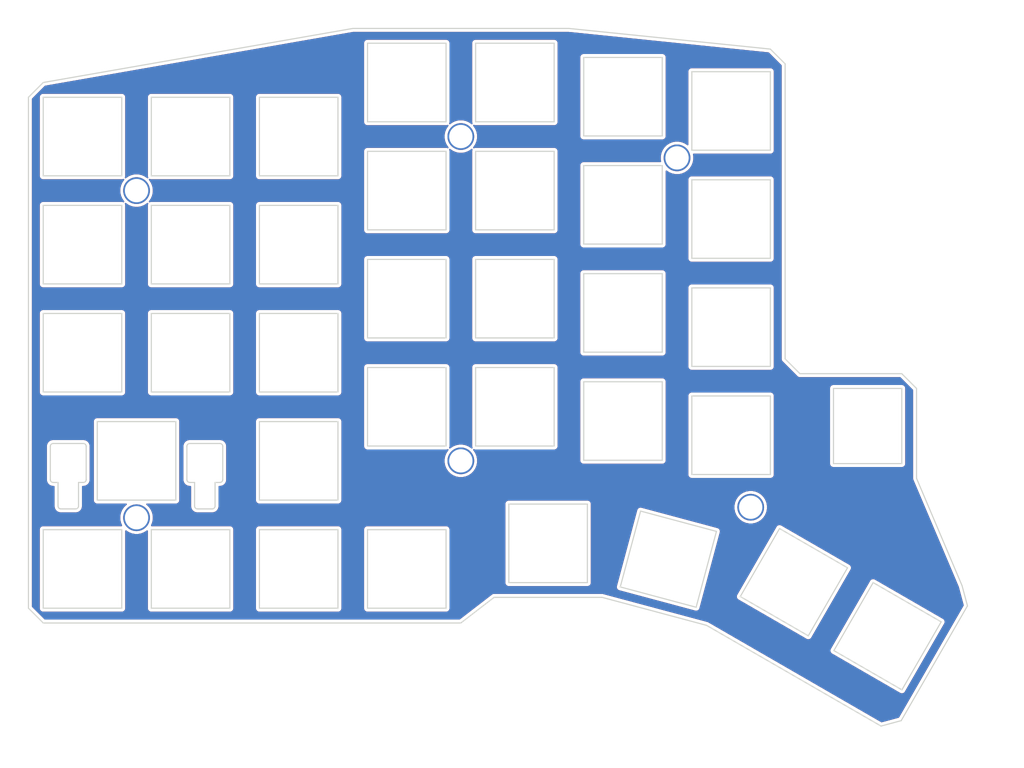
<source format=kicad_pcb>
(kicad_pcb (version 20171130) (host pcbnew "(5.1.10)-1")

  (general
    (thickness 1.6)
    (drawings 193)
    (tracks 0)
    (zones 0)
    (modules 6)
    (nets 1)
  )

  (page A4)
  (layers
    (0 F.Cu signal)
    (31 B.Cu signal)
    (32 B.Adhes user)
    (33 F.Adhes user)
    (34 B.Paste user)
    (35 F.Paste user)
    (36 B.SilkS user)
    (37 F.SilkS user)
    (38 B.Mask user)
    (39 F.Mask user)
    (40 Dwgs.User user)
    (41 Cmts.User user)
    (42 Eco1.User user)
    (43 Eco2.User user)
    (44 Edge.Cuts user)
    (45 Margin user)
    (46 B.CrtYd user)
    (47 F.CrtYd user)
    (48 B.Fab user)
    (49 F.Fab user)
  )

  (setup
    (last_trace_width 0.25)
    (trace_clearance 0.2)
    (zone_clearance 0.508)
    (zone_45_only no)
    (trace_min 0.2)
    (via_size 0.8)
    (via_drill 0.4)
    (via_min_size 0.4)
    (via_min_drill 0.3)
    (uvia_size 0.3)
    (uvia_drill 0.1)
    (uvias_allowed no)
    (uvia_min_size 0.2)
    (uvia_min_drill 0.1)
    (edge_width 0.1)
    (segment_width 0.2)
    (pcb_text_width 0.3)
    (pcb_text_size 1.5 1.5)
    (mod_edge_width 0.15)
    (mod_text_size 1 1)
    (mod_text_width 0.15)
    (pad_size 1.524 1.524)
    (pad_drill 0.762)
    (pad_to_mask_clearance 0)
    (aux_axis_origin 0 0)
    (visible_elements 7FFFFFFF)
    (pcbplotparams
      (layerselection 0x010fc_ffffffff)
      (usegerberextensions false)
      (usegerberattributes true)
      (usegerberadvancedattributes true)
      (creategerberjobfile true)
      (excludeedgelayer true)
      (linewidth 0.100000)
      (plotframeref false)
      (viasonmask false)
      (mode 1)
      (useauxorigin false)
      (hpglpennumber 1)
      (hpglpenspeed 20)
      (hpglpendiameter 15.000000)
      (psnegative false)
      (psa4output false)
      (plotreference true)
      (plotvalue true)
      (plotinvisibletext false)
      (padsonsilk false)
      (subtractmaskfromsilk false)
      (outputformat 1)
      (mirror false)
      (drillshape 1)
      (scaleselection 1)
      (outputdirectory ""))
  )

  (net 0 "")

  (net_class Default "This is the default net class."
    (clearance 0.2)
    (trace_width 0.25)
    (via_dia 0.8)
    (via_drill 0.4)
    (uvia_dia 0.3)
    (uvia_drill 0.1)
  )

  (module kbd:HOLE_M2_TH (layer F.Cu) (tedit 611CB16B) (tstamp 6132D49F)
    (at 174 57.75)
    (fp_text reference TH5 (at 0 -2.54) (layer F.SilkS) hide
      (effects (font (size 0.29972 0.29972) (thickness 0.0762)))
    )
    (fp_text value HOLE (at 0 2.54) (layer F.SilkS) hide
      (effects (font (size 0.29972 0.29972) (thickness 0.0762)))
    )
    (pad "" thru_hole circle (at 0 0 90) (size 4.7 4.7) (drill 4.1) (layers *.Cu *.Mask Dwgs.User)
      (clearance 0.3))
  )

  (module kbd:HOLE_M2_TH (layer F.Cu) (tedit 611CB16B) (tstamp 6132D49F)
    (at 136 54)
    (fp_text reference TH5 (at 0 -2.54) (layer F.SilkS) hide
      (effects (font (size 0.29972 0.29972) (thickness 0.0762)))
    )
    (fp_text value HOLE (at 0 2.54) (layer F.SilkS) hide
      (effects (font (size 0.29972 0.29972) (thickness 0.0762)))
    )
    (pad "" thru_hole circle (at 0 0 90) (size 4.7 4.7) (drill 4.1) (layers *.Cu *.Mask Dwgs.User)
      (clearance 0.3))
  )

  (module kbd:HOLE_M2_TH (layer F.Cu) (tedit 611CB16B) (tstamp 6132D49F)
    (at 79 63.499999)
    (fp_text reference TH5 (at 0 -2.54) (layer F.SilkS) hide
      (effects (font (size 0.29972 0.29972) (thickness 0.0762)))
    )
    (fp_text value HOLE (at 0 2.54) (layer F.SilkS) hide
      (effects (font (size 0.29972 0.29972) (thickness 0.0762)))
    )
    (pad "" thru_hole circle (at 0 0 90) (size 4.7 4.7) (drill 4.1) (layers *.Cu *.Mask Dwgs.User)
      (clearance 0.3))
  )

  (module kbd:HOLE_M2_TH (layer F.Cu) (tedit 611CB16B) (tstamp 6132D49F)
    (at 79 121)
    (fp_text reference TH5 (at 0 -2.54) (layer F.SilkS) hide
      (effects (font (size 0.29972 0.29972) (thickness 0.0762)))
    )
    (fp_text value HOLE (at 0 2.54) (layer F.SilkS) hide
      (effects (font (size 0.29972 0.29972) (thickness 0.0762)))
    )
    (pad "" thru_hole circle (at 0 0 90) (size 4.7 4.7) (drill 4.1) (layers *.Cu *.Mask Dwgs.User)
      (clearance 0.3))
  )

  (module kbd:HOLE_M2_TH (layer F.Cu) (tedit 611CB16B) (tstamp 6132D49F)
    (at 136 111)
    (fp_text reference TH5 (at 0 -2.54) (layer F.SilkS) hide
      (effects (font (size 0.29972 0.29972) (thickness 0.0762)))
    )
    (fp_text value HOLE (at 0 2.54) (layer F.SilkS) hide
      (effects (font (size 0.29972 0.29972) (thickness 0.0762)))
    )
    (pad "" thru_hole circle (at 0 0 90) (size 4.7 4.7) (drill 4.1) (layers *.Cu *.Mask Dwgs.User)
      (clearance 0.3))
  )

  (module kbd:HOLE_M2_TH (layer F.Cu) (tedit 611CB16B) (tstamp 6132D46E)
    (at 186.947906 119.154041)
    (fp_text reference TH5 (at 0 -2.54) (layer F.SilkS) hide
      (effects (font (size 0.29972 0.29972) (thickness 0.0762)))
    )
    (fp_text value HOLE (at 0 2.54) (layer F.SilkS) hide
      (effects (font (size 0.29972 0.29972) (thickness 0.0762)))
    )
    (pad "" thru_hole circle (at 0 0 90) (size 4.7 4.7) (drill 4.1) (layers *.Cu *.Mask Dwgs.User)
      (clearance 0.3))
  )

  (gr_line (start 68.8 118.95) (end 68.8 114.8) (layer Edge.Cuts) (width 0.2))
  (gr_line (start 65.2 114.8) (end 65.2 118.95) (layer Edge.Cuts) (width 0.2))
  (gr_line (start 65.7 119.45) (end 68.3 119.45) (layer Edge.Cuts) (width 0.2))
  (gr_arc (start 68.3 118.95) (end 68.3 119.45) (angle -90) (layer Edge.Cuts) (width 0.2))
  (gr_arc (start 65.7 118.95) (end 65.2 118.95) (angle -90) (layer Edge.Cuts) (width 0.2))
  (gr_line (start 70.15 114.3) (end 70.15 108.45) (layer Edge.Cuts) (width 0.2))
  (gr_line (start 63.85 108.45) (end 63.85 114.3) (layer Edge.Cuts) (width 0.2))
  (gr_line (start 68.8 114.8) (end 69.65 114.8) (layer Edge.Cuts) (width 0.2))
  (gr_line (start 64.35 114.8) (end 65.2 114.8) (layer Edge.Cuts) (width 0.2))
  (gr_line (start 69.65 107.95) (end 64.35 107.95) (layer Edge.Cuts) (width 0.2))
  (gr_arc (start 69.65 114.3) (end 69.65 114.8) (angle -90) (layer Edge.Cuts) (width 0.2))
  (gr_arc (start 64.35 114.3) (end 63.85 114.3) (angle -90) (layer Edge.Cuts) (width 0.2))
  (gr_arc (start 64.35 108.45) (end 64.35 107.95) (angle -90) (layer Edge.Cuts) (width 0.2))
  (gr_arc (start 69.65 108.45) (end 70.15 108.45) (angle -90) (layer Edge.Cuts) (width 0.2))
  (gr_line (start 92.8 118.95) (end 92.8 114.8) (layer Edge.Cuts) (width 0.2))
  (gr_line (start 89.2 114.8) (end 89.2 118.95) (layer Edge.Cuts) (width 0.2))
  (gr_line (start 89.7 119.45) (end 92.3 119.45) (layer Edge.Cuts) (width 0.2))
  (gr_arc (start 92.3 118.95) (end 92.3 119.45) (angle -90) (layer Edge.Cuts) (width 0.2))
  (gr_arc (start 89.7 118.95) (end 89.2 118.95) (angle -90) (layer Edge.Cuts) (width 0.2))
  (gr_line (start 94.15 114.3) (end 94.15 108.45) (layer Edge.Cuts) (width 0.2))
  (gr_line (start 87.85 108.45) (end 87.85 114.3) (layer Edge.Cuts) (width 0.2))
  (gr_line (start 92.8 114.8) (end 93.65 114.8) (layer Edge.Cuts) (width 0.2))
  (gr_line (start 88.35 114.8) (end 89.2 114.8) (layer Edge.Cuts) (width 0.2))
  (gr_line (start 93.65 107.95) (end 88.35 107.95) (layer Edge.Cuts) (width 0.2))
  (gr_arc (start 93.65 114.3) (end 93.65 114.8) (angle -90) (layer Edge.Cuts) (width 0.2))
  (gr_arc (start 88.35 114.3) (end 87.85 114.3) (angle -90) (layer Edge.Cuts) (width 0.2))
  (gr_arc (start 88.35 108.45) (end 88.35 107.95) (angle -90) (layer Edge.Cuts) (width 0.2))
  (gr_arc (start 93.65 108.45) (end 94.15 108.45) (angle -90) (layer Edge.Cuts) (width 0.2))
  (gr_line (start 72.1 117.9) (end 85.9 117.9) (layer Edge.Cuts) (width 0.2))
  (gr_line (start 72.1 104.1) (end 85.9 104.1) (layer Edge.Cuts) (width 0.2))
  (gr_line (start 72.1 117.9) (end 72.1 104.1) (layer Edge.Cuts) (width 0.2))
  (gr_line (start 85.9 117.9) (end 85.9 104.1) (layer Edge.Cuts) (width 0.2))
  (gr_line (start 155 35) (end 190.399999 38.627212) (layer Edge.Cuts) (width 0.2))
  (gr_line (start 192.999999 41.227212) (end 192.999999 93.077487) (layer Edge.Cuts) (width 0.2))
  (gr_line (start 192.999999 41.227212) (end 190.399999 38.627212) (layer Edge.Cuts) (width 0.2))
  (gr_line (start 195.599999 95.677487) (end 213.5 95.677487) (layer Edge.Cuts) (width 0.2))
  (gr_line (start 195.599999 95.677487) (end 192.999999 93.077487) (layer Edge.Cuts) (width 0.2))
  (gr_line (start 179.191189 139.917561) (end 209.848488 157.617561) (layer Edge.Cuts) (width 0.2))
  (gr_line (start 116.999999 35) (end 155 35) (layer Edge.Cuts) (width 0.2))
  (gr_line (start 116.999999 35) (end 62.6 44.5) (layer Edge.Cuts) (width 0.2))
  (gr_line (start 216.1 98.277487) (end 213.5 95.677487) (layer Edge.Cuts) (width 0.2))
  (gr_line (start 216.1 114.077487) (end 216.1 98.277487) (layer Edge.Cuts) (width 0.2))
  (gr_line (start 224.098488 132.935837) (end 216.1 114.077487) (layer Edge.Cuts) (width 0.2))
  (gr_line (start 225.050154 136.487503) (end 224.098488 132.935837) (layer Edge.Cuts) (width 0.2))
  (gr_line (start 213.400154 156.665895) (end 225.050154 136.487503) (layer Edge.Cuts) (width 0.2))
  (gr_line (start 209.848488 157.617561) (end 213.400154 156.665895) (layer Edge.Cuts) (width 0.2))
  (gr_line (start 62.6 139.5) (end 136 139.5) (layer Edge.Cuts) (width 0.2))
  (gr_line (start 60 136.9) (end 62.6 139.5) (layer Edge.Cuts) (width 0.2))
  (gr_line (start 60 47.1) (end 60 136.9) (layer Edge.Cuts) (width 0.2))
  (gr_line (start 62.6 44.5) (end 60 47.1) (layer Edge.Cuts) (width 0.2))
  (gr_line (start 201.5 111.477487) (end 201.5 98.277487) (layer Edge.Cuts) (width 0.2))
  (gr_line (start 213.5 111.477487) (end 213.5 98.277487) (layer Edge.Cuts) (width 0.2))
  (gr_line (start 201.5 111.477487) (end 213.5 111.477487) (layer Edge.Cuts) (width 0.2))
  (gr_line (start 201.5 98.277487) (end 213.5 98.277487) (layer Edge.Cuts) (width 0.2))
  (gr_line (start 136 139.5) (end 141.838598 135) (layer Edge.Cuts) (width 0.2))
  (gr_line (start 141.838598 135) (end 160.838598 135) (layer Edge.Cuts) (width 0.2))
  (gr_line (start 201.572337 144.352275) (end 213.523488 151.252275) (layer Edge.Cuts) (width 0.2))
  (gr_line (start 208.472337 132.401124) (end 220.423488 139.301124) (layer Edge.Cuts) (width 0.2))
  (gr_line (start 201.572337 144.352275) (end 208.472337 132.401124) (layer Edge.Cuts) (width 0.2))
  (gr_line (start 213.523488 151.252275) (end 220.423488 139.301124) (layer Edge.Cuts) (width 0.2))
  (gr_line (start 176.6 113.4) (end 190.399999 113.4) (layer Edge.Cuts) (width 0.2))
  (gr_line (start 176.6 99.6) (end 190.399999 99.6) (layer Edge.Cuts) (width 0.2))
  (gr_line (start 176.6 113.4) (end 176.6 99.6) (layer Edge.Cuts) (width 0.2))
  (gr_line (start 190.399999 113.4) (end 190.399999 99.6) (layer Edge.Cuts) (width 0.2))
  (gr_line (start 157.6 110.9) (end 171.399999 110.9) (layer Edge.Cuts) (width 0.2))
  (gr_line (start 157.6 97.1) (end 171.399999 97.1) (layer Edge.Cuts) (width 0.2))
  (gr_line (start 157.6 110.9) (end 157.6 97.1) (layer Edge.Cuts) (width 0.2))
  (gr_line (start 171.399999 110.9) (end 171.399999 97.1) (layer Edge.Cuts) (width 0.2))
  (gr_line (start 176.6 94.4) (end 190.399999 94.4) (layer Edge.Cuts) (width 0.2))
  (gr_line (start 176.6 80.6) (end 190.399999 80.6) (layer Edge.Cuts) (width 0.2))
  (gr_line (start 176.6 94.4) (end 176.6 80.6) (layer Edge.Cuts) (width 0.2))
  (gr_line (start 190.399999 94.4) (end 190.399999 80.6) (layer Edge.Cuts) (width 0.2))
  (gr_line (start 157.6 91.9) (end 171.399999 91.9) (layer Edge.Cuts) (width 0.2))
  (gr_line (start 157.6 78.1) (end 171.399999 78.1) (layer Edge.Cuts) (width 0.2))
  (gr_line (start 157.6 91.9) (end 157.6 78.1) (layer Edge.Cuts) (width 0.2))
  (gr_line (start 171.399999 91.9) (end 171.399999 78.1) (layer Edge.Cuts) (width 0.2))
  (gr_line (start 157.6 72.9) (end 171.399999 72.9) (layer Edge.Cuts) (width 0.2))
  (gr_line (start 157.6 59.099999) (end 171.399999 59.099999) (layer Edge.Cuts) (width 0.2))
  (gr_line (start 157.6 72.9) (end 157.6 59.099999) (layer Edge.Cuts) (width 0.2))
  (gr_line (start 171.399999 72.9) (end 171.399999 59.099999) (layer Edge.Cuts) (width 0.2))
  (gr_line (start 176.6 75.4) (end 190.399999 75.4) (layer Edge.Cuts) (width 0.2))
  (gr_line (start 176.6 61.6) (end 190.399999 61.6) (layer Edge.Cuts) (width 0.2))
  (gr_line (start 176.6 75.4) (end 176.6 61.6) (layer Edge.Cuts) (width 0.2))
  (gr_line (start 190.399999 75.4) (end 190.399999 61.6) (layer Edge.Cuts) (width 0.2))
  (gr_line (start 176.6 56.4) (end 190.399999 56.4) (layer Edge.Cuts) (width 0.2))
  (gr_line (start 176.6 42.6) (end 190.399999 42.6) (layer Edge.Cuts) (width 0.2))
  (gr_line (start 176.6 56.4) (end 176.6 42.6) (layer Edge.Cuts) (width 0.2))
  (gr_line (start 190.399999 56.4) (end 190.399999 42.6) (layer Edge.Cuts) (width 0.2))
  (gr_line (start 157.6 53.9) (end 171.399999 53.9) (layer Edge.Cuts) (width 0.2))
  (gr_line (start 157.6 40.1) (end 171.399999 40.1) (layer Edge.Cuts) (width 0.2))
  (gr_line (start 157.6 53.9) (end 157.6 40.1) (layer Edge.Cuts) (width 0.2))
  (gr_line (start 171.399999 53.9) (end 171.399999 40.1) (layer Edge.Cuts) (width 0.2))
  (gr_line (start 185.117855 134.852275) (end 197.069005 141.752275) (layer Edge.Cuts) (width 0.2))
  (gr_line (start 192.017855 122.901124) (end 203.969005 129.801124) (layer Edge.Cuts) (width 0.2))
  (gr_line (start 185.117855 134.852275) (end 192.017855 122.901124) (layer Edge.Cuts) (width 0.2))
  (gr_line (start 197.069005 141.752275) (end 203.969005 129.801124) (layer Edge.Cuts) (width 0.2))
  (gr_line (start 164.022935 133.161522) (end 177.352711 136.733225) (layer Edge.Cuts) (width 0.2))
  (gr_line (start 167.594638 119.831745) (end 180.924414 123.403448) (layer Edge.Cuts) (width 0.2))
  (gr_line (start 164.022935 133.161522) (end 167.594638 119.831745) (layer Edge.Cuts) (width 0.2))
  (gr_line (start 177.352711 136.733225) (end 180.924414 123.403448) (layer Edge.Cuts) (width 0.2))
  (gr_line (start 144.438598 132.4) (end 158.238598 132.4) (layer Edge.Cuts) (width 0.2))
  (gr_line (start 144.438598 118.6) (end 158.238598 118.6) (layer Edge.Cuts) (width 0.2))
  (gr_line (start 144.438598 132.4) (end 144.438598 118.6) (layer Edge.Cuts) (width 0.2))
  (gr_line (start 158.238598 132.4) (end 158.238598 118.6) (layer Edge.Cuts) (width 0.2))
  (gr_line (start 119.6 136.9) (end 133.4 136.9) (layer Edge.Cuts) (width 0.2))
  (gr_line (start 119.6 123.1) (end 133.4 123.1) (layer Edge.Cuts) (width 0.2))
  (gr_line (start 119.6 136.9) (end 119.6 123.1) (layer Edge.Cuts) (width 0.2))
  (gr_line (start 133.4 136.9) (end 133.4 123.1) (layer Edge.Cuts) (width 0.2))
  (gr_line (start 138.6 108.4) (end 152.4 108.4) (layer Edge.Cuts) (width 0.2))
  (gr_line (start 138.6 94.6) (end 152.4 94.6) (layer Edge.Cuts) (width 0.2))
  (gr_line (start 138.6 108.4) (end 138.6 94.6) (layer Edge.Cuts) (width 0.2))
  (gr_line (start 152.4 108.4) (end 152.4 94.6) (layer Edge.Cuts) (width 0.2))
  (gr_line (start 119.599999 108.4) (end 133.399999 108.4) (layer Edge.Cuts) (width 0.2))
  (gr_line (start 119.599999 94.6) (end 133.399999 94.6) (layer Edge.Cuts) (width 0.2))
  (gr_line (start 119.599999 108.4) (end 119.599999 94.6) (layer Edge.Cuts) (width 0.2))
  (gr_line (start 133.399999 108.4) (end 133.399999 94.6) (layer Edge.Cuts) (width 0.2))
  (gr_line (start 138.6 89.4) (end 152.4 89.4) (layer Edge.Cuts) (width 0.2))
  (gr_line (start 138.6 75.6) (end 152.4 75.6) (layer Edge.Cuts) (width 0.2))
  (gr_line (start 138.6 89.4) (end 138.6 75.6) (layer Edge.Cuts) (width 0.2))
  (gr_line (start 152.4 89.4) (end 152.4 75.6) (layer Edge.Cuts) (width 0.2))
  (gr_line (start 119.599999 89.4) (end 133.399999 89.4) (layer Edge.Cuts) (width 0.2))
  (gr_line (start 119.599999 75.6) (end 133.399999 75.6) (layer Edge.Cuts) (width 0.2))
  (gr_line (start 119.599999 89.4) (end 119.599999 75.6) (layer Edge.Cuts) (width 0.2))
  (gr_line (start 133.399999 89.4) (end 133.399999 75.6) (layer Edge.Cuts) (width 0.2))
  (gr_line (start 138.6 70.399999) (end 152.4 70.399999) (layer Edge.Cuts) (width 0.2))
  (gr_line (start 138.6 56.599999) (end 152.4 56.599999) (layer Edge.Cuts) (width 0.2))
  (gr_line (start 138.6 70.399999) (end 138.6 56.599999) (layer Edge.Cuts) (width 0.2))
  (gr_line (start 152.4 70.399999) (end 152.4 56.599999) (layer Edge.Cuts) (width 0.2))
  (gr_line (start 119.599999 70.399999) (end 133.399999 70.399999) (layer Edge.Cuts) (width 0.2))
  (gr_line (start 119.599999 56.599999) (end 133.399999 56.599999) (layer Edge.Cuts) (width 0.2))
  (gr_line (start 119.599999 70.399999) (end 119.599999 56.599999) (layer Edge.Cuts) (width 0.2))
  (gr_line (start 133.399999 70.399999) (end 133.399999 56.599999) (layer Edge.Cuts) (width 0.2))
  (gr_line (start 138.6 51.4) (end 152.4 51.4) (layer Edge.Cuts) (width 0.2))
  (gr_line (start 138.6 37.6) (end 152.4 37.6) (layer Edge.Cuts) (width 0.2))
  (gr_line (start 138.6 51.4) (end 138.6 37.6) (layer Edge.Cuts) (width 0.2))
  (gr_line (start 152.4 51.4) (end 152.4 37.6) (layer Edge.Cuts) (width 0.2))
  (gr_line (start 119.599999 51.4) (end 133.399999 51.4) (layer Edge.Cuts) (width 0.2))
  (gr_line (start 119.599999 37.6) (end 133.399999 37.6) (layer Edge.Cuts) (width 0.2))
  (gr_line (start 119.599999 51.4) (end 119.599999 37.6) (layer Edge.Cuts) (width 0.2))
  (gr_line (start 133.399999 51.4) (end 133.399999 37.6) (layer Edge.Cuts) (width 0.2))
  (gr_line (start 100.6 136.9) (end 114.4 136.9) (layer Edge.Cuts) (width 0.2))
  (gr_line (start 100.6 123.1) (end 114.4 123.1) (layer Edge.Cuts) (width 0.2))
  (gr_line (start 100.6 136.9) (end 100.6 123.1) (layer Edge.Cuts) (width 0.2))
  (gr_line (start 114.4 136.9) (end 114.4 123.1) (layer Edge.Cuts) (width 0.2))
  (gr_line (start 81.6 136.9) (end 95.4 136.9) (layer Edge.Cuts) (width 0.2))
  (gr_line (start 81.6 123.1) (end 95.4 123.1) (layer Edge.Cuts) (width 0.2))
  (gr_line (start 81.6 136.9) (end 81.6 123.1) (layer Edge.Cuts) (width 0.2))
  (gr_line (start 95.4 136.9) (end 95.4 123.1) (layer Edge.Cuts) (width 0.2))
  (gr_line (start 62.6 136.9) (end 76.4 136.9) (layer Edge.Cuts) (width 0.2))
  (gr_line (start 62.6 123.1) (end 76.4 123.1) (layer Edge.Cuts) (width 0.2))
  (gr_line (start 62.6 136.9) (end 62.6 123.1) (layer Edge.Cuts) (width 0.2))
  (gr_line (start 76.4 136.9) (end 76.4 123.1) (layer Edge.Cuts) (width 0.2))
  (gr_line (start 100.6 117.9) (end 114.4 117.9) (layer Edge.Cuts) (width 0.2))
  (gr_line (start 100.6 104.1) (end 114.4 104.1) (layer Edge.Cuts) (width 0.2))
  (gr_line (start 100.6 117.9) (end 100.6 104.1) (layer Edge.Cuts) (width 0.2))
  (gr_line (start 114.4 117.9) (end 114.4 104.1) (layer Edge.Cuts) (width 0.2))
  (gr_line (start 100.6 98.9) (end 114.4 98.9) (layer Edge.Cuts) (width 0.2))
  (gr_line (start 100.6 85.1) (end 114.4 85.1) (layer Edge.Cuts) (width 0.2))
  (gr_line (start 100.6 98.9) (end 100.6 85.1) (layer Edge.Cuts) (width 0.2))
  (gr_line (start 114.4 98.9) (end 114.4 85.1) (layer Edge.Cuts) (width 0.2))
  (gr_line (start 81.6 98.9) (end 95.4 98.9) (layer Edge.Cuts) (width 0.2))
  (gr_line (start 81.6 85.1) (end 95.4 85.1) (layer Edge.Cuts) (width 0.2))
  (gr_line (start 81.6 98.9) (end 81.6 85.1) (layer Edge.Cuts) (width 0.2))
  (gr_line (start 95.4 98.9) (end 95.4 85.1) (layer Edge.Cuts) (width 0.2))
  (gr_line (start 62.6 98.9) (end 76.4 98.9) (layer Edge.Cuts) (width 0.2))
  (gr_line (start 62.6 85.1) (end 76.4 85.1) (layer Edge.Cuts) (width 0.2))
  (gr_line (start 62.6 98.9) (end 62.6 85.1) (layer Edge.Cuts) (width 0.2))
  (gr_line (start 76.4 98.9) (end 76.4 85.1) (layer Edge.Cuts) (width 0.2))
  (gr_line (start 100.6 79.899999) (end 114.4 79.899999) (layer Edge.Cuts) (width 0.2))
  (gr_line (start 100.6 66.099999) (end 114.4 66.099999) (layer Edge.Cuts) (width 0.2))
  (gr_line (start 100.6 79.899999) (end 100.6 66.099999) (layer Edge.Cuts) (width 0.2))
  (gr_line (start 114.4 79.899999) (end 114.4 66.099999) (layer Edge.Cuts) (width 0.2))
  (gr_line (start 81.6 79.899999) (end 95.4 79.899999) (layer Edge.Cuts) (width 0.2))
  (gr_line (start 81.6 66.099999) (end 95.4 66.099999) (layer Edge.Cuts) (width 0.2))
  (gr_line (start 81.6 79.899999) (end 81.6 66.099999) (layer Edge.Cuts) (width 0.2))
  (gr_line (start 95.4 79.899999) (end 95.4 66.099999) (layer Edge.Cuts) (width 0.2))
  (gr_line (start 62.6 79.899999) (end 76.4 79.899999) (layer Edge.Cuts) (width 0.2))
  (gr_line (start 62.6 66.099999) (end 76.4 66.099999) (layer Edge.Cuts) (width 0.2))
  (gr_line (start 62.6 79.899999) (end 62.6 66.099999) (layer Edge.Cuts) (width 0.2))
  (gr_line (start 76.4 79.899999) (end 76.4 66.099999) (layer Edge.Cuts) (width 0.2))
  (gr_line (start 100.6 60.9) (end 114.4 60.9) (layer Edge.Cuts) (width 0.2))
  (gr_line (start 100.6 47.1) (end 114.4 47.1) (layer Edge.Cuts) (width 0.2))
  (gr_line (start 100.6 60.9) (end 100.6 47.1) (layer Edge.Cuts) (width 0.2))
  (gr_line (start 114.4 60.9) (end 114.4 47.1) (layer Edge.Cuts) (width 0.2))
  (gr_line (start 81.6 60.9) (end 95.4 60.9) (layer Edge.Cuts) (width 0.2))
  (gr_line (start 81.6 47.1) (end 95.4 47.1) (layer Edge.Cuts) (width 0.2))
  (gr_line (start 81.6 60.9) (end 81.6 47.1) (layer Edge.Cuts) (width 0.2))
  (gr_line (start 95.4 60.9) (end 95.4 47.1) (layer Edge.Cuts) (width 0.2))
  (gr_line (start 62.6 60.9) (end 76.4 60.9) (layer Edge.Cuts) (width 0.2))
  (gr_line (start 62.6 47.1) (end 76.4 47.1) (layer Edge.Cuts) (width 0.2))
  (gr_line (start 62.6 60.9) (end 62.6 47.1) (layer Edge.Cuts) (width 0.2))
  (gr_line (start 76.4 60.9) (end 76.4 47.1) (layer Edge.Cuts) (width 0.2))
  (gr_line (start 160.838598 135) (end 179.191189 139.917561) (layer Edge.Cuts) (width 0.2))

  (zone (net 0) (net_name "") (layer F.Cu) (tstamp 614538EA) (hatch edge 0.508)
    (connect_pads (clearance 0.508))
    (min_thickness 0.254)
    (fill yes (arc_segments 32) (thermal_gap 0.508) (thermal_bridge_width 0.508))
    (polygon
      (pts
        (xy 235 165) (xy 55 165) (xy 55 30) (xy 210 30)
      )
    )
    (filled_polygon
      (pts
        (xy 190.065084 39.331743) (xy 192.264999 41.531659) (xy 192.265 93.041372) (xy 192.261443 93.077487) (xy 192.275634 93.221572)
        (xy 192.317663 93.36012) (xy 192.385913 93.487807) (xy 192.477762 93.599725) (xy 192.505807 93.622741) (xy 195.054745 96.17168)
        (xy 195.077761 96.199725) (xy 195.189679 96.291574) (xy 195.317366 96.359824) (xy 195.455914 96.401852) (xy 195.563894 96.412487)
        (xy 195.563903 96.412487) (xy 195.599998 96.416042) (xy 195.636093 96.412487) (xy 213.195554 96.412487) (xy 215.365001 98.581935)
        (xy 215.365 114.044496) (xy 215.361471 114.083719) (xy 215.368838 114.15256) (xy 215.375635 114.221571) (xy 215.376544 114.224568)
        (xy 215.376877 114.227679) (xy 215.397534 114.293764) (xy 215.417663 114.360119) (xy 215.436233 114.39486) (xy 223.401808 133.175612)
        (xy 224.261402 136.383661) (xy 212.915849 156.034736) (xy 209.952331 156.828809) (xy 188.426005 144.400579) (xy 200.835363 144.400579)
        (xy 200.858947 144.543427) (xy 200.909946 144.678929) (xy 200.986402 144.801879) (xy 201.085374 144.90755) (xy 201.20306 144.991883)
        (xy 201.236104 145.006855) (xy 213.124723 151.870752) (xy 213.154211 151.891883) (xy 213.187255 151.906855) (xy 213.286086 151.951635)
        (xy 213.427086 151.984512) (xy 213.571791 151.989249) (xy 213.571792 151.989249) (xy 213.71464 151.965665) (xy 213.850142 151.914666)
        (xy 213.973092 151.83821) (xy 214.078763 151.739238) (xy 214.141964 151.651042) (xy 214.141969 151.651034) (xy 214.163095 151.621552)
        (xy 214.178064 151.588514) (xy 221.041968 139.699883) (xy 221.063095 139.670401) (xy 221.078064 139.637363) (xy 221.078068 139.637357)
        (xy 221.122848 139.538526) (xy 221.155725 139.397526) (xy 221.160462 139.252821) (xy 221.154747 139.218201) (xy 221.136878 139.109971)
        (xy 221.085878 138.974468) (xy 221.009423 138.851519) (xy 220.910451 138.745847) (xy 220.822255 138.682647) (xy 220.82224 138.682638)
        (xy 220.792765 138.661517) (xy 220.759735 138.646551) (xy 208.871093 131.782641) (xy 208.841614 131.761517) (xy 208.80858 131.746549)
        (xy 208.808569 131.746543) (xy 208.709738 131.701764) (xy 208.568738 131.668887) (xy 208.424033 131.66415) (xy 208.424032 131.66415)
        (xy 208.281184 131.687734) (xy 208.201665 131.717663) (xy 208.145683 131.738733) (xy 208.145682 131.738734) (xy 208.145681 131.738734)
        (xy 208.022732 131.815189) (xy 207.91706 131.914161) (xy 207.85386 132.002357) (xy 207.853854 132.002367) (xy 207.832729 132.031847)
        (xy 207.817761 132.064883) (xy 200.953858 143.953513) (xy 200.932729 143.982998) (xy 200.917759 144.016038) (xy 200.917756 144.016043)
        (xy 200.872977 144.114874) (xy 200.8401 144.255874) (xy 200.835363 144.400579) (xy 188.426005 144.400579) (xy 179.569105 139.287046)
        (xy 179.517843 139.25517) (xy 179.472605 139.238144) (xy 179.42859 139.218201) (xy 179.369835 139.204501) (xy 161.040447 134.293158)
        (xy 160.982683 134.275635) (xy 160.934577 134.270897) (xy 160.886901 134.263026) (xy 160.8266 134.265) (xy 141.849832 134.265)
        (xy 141.788717 134.26313) (xy 141.741827 134.270975) (xy 141.694513 134.275635) (xy 141.670579 134.282895) (xy 141.645919 134.287021)
        (xy 141.601467 134.30386) (xy 141.555965 134.317663) (xy 141.533909 134.329452) (xy 141.510526 134.33831) (xy 141.47021 134.3635)
        (xy 141.428278 134.385913) (xy 141.38101 134.424705) (xy 135.749624 138.765) (xy 62.904447 138.765) (xy 60.735 136.595554)
        (xy 60.735 123.1) (xy 61.861444 123.1) (xy 61.865001 123.136115) (xy 61.865 136.863895) (xy 61.861444 136.9)
        (xy 61.875635 137.044085) (xy 61.917663 137.182633) (xy 61.985913 137.31032) (xy 62.077762 137.422238) (xy 62.18968 137.514087)
        (xy 62.317367 137.582337) (xy 62.455915 137.624365) (xy 62.6 137.638556) (xy 62.636105 137.635) (xy 76.363895 137.635)
        (xy 76.4 137.638556) (xy 76.436105 137.635) (xy 76.544085 137.624365) (xy 76.682633 137.582337) (xy 76.81032 137.514087)
        (xy 76.922238 137.422238) (xy 77.014087 137.31032) (xy 77.082337 137.182633) (xy 77.124365 137.044085) (xy 77.138556 136.9)
        (xy 77.135 136.863895) (xy 77.135 123.343876) (xy 77.586072 123.645273) (xy 78.129308 123.870288) (xy 78.706003 123.985)
        (xy 79.293997 123.985) (xy 79.870692 123.870288) (xy 80.413928 123.645273) (xy 80.865001 123.343875) (xy 80.865 136.863895)
        (xy 80.861444 136.9) (xy 80.875635 137.044085) (xy 80.917663 137.182633) (xy 80.985913 137.31032) (xy 81.077762 137.422238)
        (xy 81.18968 137.514087) (xy 81.317367 137.582337) (xy 81.455915 137.624365) (xy 81.6 137.638556) (xy 81.636105 137.635)
        (xy 95.363895 137.635) (xy 95.4 137.638556) (xy 95.436105 137.635) (xy 95.544085 137.624365) (xy 95.682633 137.582337)
        (xy 95.81032 137.514087) (xy 95.922238 137.422238) (xy 96.014087 137.31032) (xy 96.082337 137.182633) (xy 96.124365 137.044085)
        (xy 96.138556 136.9) (xy 96.135 136.863895) (xy 96.135 123.136105) (xy 96.138556 123.1) (xy 99.861444 123.1)
        (xy 99.865001 123.136115) (xy 99.865 136.863895) (xy 99.861444 136.9) (xy 99.875635 137.044085) (xy 99.917663 137.182633)
        (xy 99.985913 137.31032) (xy 100.077762 137.422238) (xy 100.18968 137.514087) (xy 100.317367 137.582337) (xy 100.455915 137.624365)
        (xy 100.6 137.638556) (xy 100.636105 137.635) (xy 114.363895 137.635) (xy 114.4 137.638556) (xy 114.436105 137.635)
        (xy 114.544085 137.624365) (xy 114.682633 137.582337) (xy 114.81032 137.514087) (xy 114.922238 137.422238) (xy 115.014087 137.31032)
        (xy 115.082337 137.182633) (xy 115.124365 137.044085) (xy 115.138556 136.9) (xy 115.135 136.863895) (xy 115.135 123.136105)
        (xy 115.138556 123.1) (xy 118.861444 123.1) (xy 118.865001 123.136115) (xy 118.865 136.863895) (xy 118.861444 136.9)
        (xy 118.875635 137.044085) (xy 118.917663 137.182633) (xy 118.985913 137.31032) (xy 119.077762 137.422238) (xy 119.18968 137.514087)
        (xy 119.317367 137.582337) (xy 119.455915 137.624365) (xy 119.6 137.638556) (xy 119.636105 137.635) (xy 133.363895 137.635)
        (xy 133.4 137.638556) (xy 133.436105 137.635) (xy 133.544085 137.624365) (xy 133.682633 137.582337) (xy 133.81032 137.514087)
        (xy 133.922238 137.422238) (xy 134.014087 137.31032) (xy 134.082337 137.182633) (xy 134.124365 137.044085) (xy 134.138556 136.9)
        (xy 134.135 136.863895) (xy 134.135 123.136105) (xy 134.138556 123.1) (xy 134.124365 122.955915) (xy 134.082337 122.817367)
        (xy 134.014087 122.68968) (xy 133.922238 122.577762) (xy 133.81032 122.485913) (xy 133.682633 122.417663) (xy 133.544085 122.375635)
        (xy 133.436105 122.365) (xy 133.4 122.361444) (xy 133.363895 122.365) (xy 119.636105 122.365) (xy 119.6 122.361444)
        (xy 119.563895 122.365) (xy 119.455915 122.375635) (xy 119.317367 122.417663) (xy 119.18968 122.485913) (xy 119.077762 122.577762)
        (xy 118.985913 122.68968) (xy 118.917663 122.817367) (xy 118.875635 122.955915) (xy 118.861444 123.1) (xy 115.138556 123.1)
        (xy 115.124365 122.955915) (xy 115.082337 122.817367) (xy 115.014087 122.68968) (xy 114.922238 122.577762) (xy 114.81032 122.485913)
        (xy 114.682633 122.417663) (xy 114.544085 122.375635) (xy 114.436105 122.365) (xy 114.4 122.361444) (xy 114.363895 122.365)
        (xy 100.636105 122.365) (xy 100.6 122.361444) (xy 100.563895 122.365) (xy 100.455915 122.375635) (xy 100.317367 122.417663)
        (xy 100.18968 122.485913) (xy 100.077762 122.577762) (xy 99.985913 122.68968) (xy 99.917663 122.817367) (xy 99.875635 122.955915)
        (xy 99.861444 123.1) (xy 96.138556 123.1) (xy 96.124365 122.955915) (xy 96.082337 122.817367) (xy 96.014087 122.68968)
        (xy 95.922238 122.577762) (xy 95.81032 122.485913) (xy 95.682633 122.417663) (xy 95.544085 122.375635) (xy 95.436105 122.365)
        (xy 95.4 122.361444) (xy 95.363895 122.365) (xy 81.66554 122.365) (xy 81.870288 121.870692) (xy 81.985 121.293997)
        (xy 81.985 120.706003) (xy 81.870288 120.129308) (xy 81.645273 119.586072) (xy 81.318601 119.097174) (xy 80.902826 118.681399)
        (xy 80.833385 118.635) (xy 85.863895 118.635) (xy 85.9 118.638556) (xy 85.936105 118.635) (xy 86.044085 118.624365)
        (xy 86.182633 118.582337) (xy 86.31032 118.514087) (xy 86.422238 118.422238) (xy 86.514087 118.31032) (xy 86.582337 118.182633)
        (xy 86.624365 118.044085) (xy 86.638556 117.9) (xy 86.635 117.863895) (xy 86.635 108.413896) (xy 87.115 108.413896)
        (xy 87.115001 114.336105) (xy 87.118058 114.367141) (xy 87.118037 114.370105) (xy 87.119038 114.380318) (xy 87.124086 114.428352)
        (xy 87.125636 114.444085) (xy 87.125795 114.44461) (xy 87.129238 114.477367) (xy 87.142638 114.542644) (xy 87.155116 114.608059)
        (xy 87.158082 114.617884) (xy 87.186938 114.711103) (xy 87.21278 114.772578) (xy 87.237711 114.834284) (xy 87.242528 114.843345)
        (xy 87.288941 114.929183) (xy 87.326196 114.984415) (xy 87.362669 115.040151) (xy 87.369155 115.048104) (xy 87.431357 115.123293)
        (xy 87.478641 115.170248) (xy 87.52523 115.217824) (xy 87.533137 115.224365) (xy 87.533142 115.22437) (xy 87.533148 115.224374)
        (xy 87.608758 115.286041) (xy 87.664256 115.322914) (xy 87.719219 115.360548) (xy 87.728246 115.365429) (xy 87.814407 115.411241)
        (xy 87.876013 115.436633) (xy 87.93722 115.462867) (xy 87.947024 115.465902) (xy 87.947028 115.465903) (xy 87.94703 115.465904)
        (xy 87.947032 115.465904) (xy 88.040442 115.494107) (xy 88.105835 115.507056) (xy 88.170957 115.520897) (xy 88.181148 115.521968)
        (xy 88.181156 115.52197) (xy 88.181163 115.52197) (xy 88.277689 115.531434) (xy 88.313895 115.535) (xy 88.465 115.535)
        (xy 88.465001 118.986105) (xy 88.468058 119.017141) (xy 88.468037 119.020105) (xy 88.469038 119.030318) (xy 88.474086 119.078352)
        (xy 88.475636 119.094085) (xy 88.475795 119.09461) (xy 88.479238 119.127367) (xy 88.492638 119.192644) (xy 88.505116 119.258059)
        (xy 88.508082 119.267884) (xy 88.536938 119.361103) (xy 88.56278 119.422578) (xy 88.587711 119.484284) (xy 88.592528 119.493345)
        (xy 88.638941 119.579183) (xy 88.676196 119.634415) (xy 88.712669 119.690151) (xy 88.719155 119.698104) (xy 88.781357 119.773293)
        (xy 88.828641 119.820248) (xy 88.87523 119.867824) (xy 88.883137 119.874365) (xy 88.883142 119.87437) (xy 88.883148 119.874374)
        (xy 88.958758 119.936041) (xy 89.014256 119.972914) (xy 89.069219 120.010548) (xy 89.078246 120.015429) (xy 89.164407 120.061241)
        (xy 89.226013 120.086633) (xy 89.28722 120.112867) (xy 89.297024 120.115902) (xy 89.297028 120.115903) (xy 89.29703 120.115904)
        (xy 89.297032 120.115904) (xy 89.390442 120.144107) (xy 89.455835 120.157056) (xy 89.520957 120.170897) (xy 89.531148 120.171968)
        (xy 89.531156 120.17197) (xy 89.531163 120.17197) (xy 89.627689 120.181434) (xy 89.663895 120.185) (xy 92.336105 120.185)
        (xy 92.36715 120.181942) (xy 92.370105 120.181963) (xy 92.380318 120.180962) (xy 92.428201 120.175929) (xy 92.444085 120.174365)
        (xy 92.444615 120.174204) (xy 92.477367 120.170762) (xy 92.542644 120.157362) (xy 92.608059 120.144884) (xy 92.617884 120.141918)
        (xy 92.711103 120.113062) (xy 92.772578 120.08722) (xy 92.834284 120.062289) (xy 92.843345 120.057472) (xy 92.929183 120.011059)
        (xy 92.984415 119.973804) (xy 93.040151 119.937331) (xy 93.048104 119.930845) (xy 93.123293 119.868643) (xy 93.170248 119.821359)
        (xy 93.217824 119.77477) (xy 93.224365 119.766863) (xy 93.22437 119.766858) (xy 93.224374 119.766852) (xy 93.286041 119.691242)
        (xy 93.322914 119.635744) (xy 93.360548 119.580781) (xy 93.365429 119.571754) (xy 93.411241 119.485593) (xy 93.436633 119.423987)
        (xy 93.462867 119.36278) (xy 93.465902 119.352976) (xy 93.494107 119.259558) (xy 93.507056 119.194165) (xy 93.520897 119.129043)
        (xy 93.521968 119.118852) (xy 93.52197 119.118844) (xy 93.52197 119.118837) (xy 93.531492 119.02172) (xy 93.535 118.986105)
        (xy 93.535 115.535) (xy 93.686105 115.535) (xy 93.71715 115.531942) (xy 93.720105 115.531963) (xy 93.730318 115.530962)
        (xy 93.778201 115.525929) (xy 93.794085 115.524365) (xy 93.794615 115.524204) (xy 93.827367 115.520762) (xy 93.892644 115.507362)
        (xy 93.958059 115.494884) (xy 93.967884 115.491918) (xy 94.061103 115.463062) (xy 94.122578 115.43722) (xy 94.184284 115.412289)
        (xy 94.193345 115.407472) (xy 94.279183 115.361059) (xy 94.334415 115.323804) (xy 94.390151 115.287331) (xy 94.398104 115.280845)
        (xy 94.473293 115.218643) (xy 94.520248 115.171359) (xy 94.567824 115.12477) (xy 94.574365 115.116863) (xy 94.57437 115.116858)
        (xy 94.574374 115.116852) (xy 94.636041 115.041242) (xy 94.672914 114.985744) (xy 94.710548 114.930781) (xy 94.715429 114.921754)
        (xy 94.761241 114.835593) (xy 94.786633 114.773987) (xy 94.812867 114.71278) (xy 94.815902 114.702976) (xy 94.844107 114.609558)
        (xy 94.857056 114.544165) (xy 94.870897 114.479043) (xy 94.871968 114.468852) (xy 94.87197 114.468844) (xy 94.87197 114.468837)
        (xy 94.881492 114.37172) (xy 94.885 114.336105) (xy 94.885 108.413895) (xy 94.881942 108.38285) (xy 94.881963 108.379895)
        (xy 94.880962 108.369682) (xy 94.87593 108.321807) (xy 94.874365 108.305915) (xy 94.874204 108.305385) (xy 94.870762 108.272634)
        (xy 94.857364 108.207364) (xy 94.844884 108.141941) (xy 94.841918 108.132116) (xy 94.813062 108.038897) (xy 94.787225 107.977434)
        (xy 94.762289 107.915716) (xy 94.757472 107.906655) (xy 94.711059 107.820817) (xy 94.673789 107.765562) (xy 94.637331 107.709849)
        (xy 94.630845 107.701896) (xy 94.568643 107.626707) (xy 94.521359 107.579752) (xy 94.47477 107.532176) (xy 94.466863 107.525634)
        (xy 94.391242 107.463959) (xy 94.335721 107.42707) (xy 94.280781 107.389452) (xy 94.27177 107.38458) (xy 94.271763 107.384575)
        (xy 94.271756 107.384572) (xy 94.271754 107.384571) (xy 94.185593 107.338759) (xy 94.123987 107.313367) (xy 94.06278 107.287133)
        (xy 94.052976 107.284098) (xy 94.052972 107.284097) (xy 94.05297 107.284096) (xy 94.052968 107.284096) (xy 93.959558 107.255893)
        (xy 93.894172 107.242946) (xy 93.829044 107.229103) (xy 93.818851 107.228031) (xy 93.818844 107.22803) (xy 93.818838 107.22803)
        (xy 93.72231 107.218566) (xy 93.686105 107.215) (xy 88.313895 107.215) (xy 88.28285 107.218058) (xy 88.279895 107.218037)
        (xy 88.269682 107.219038) (xy 88.221807 107.22407) (xy 88.205915 107.225635) (xy 88.205385 107.225796) (xy 88.172634 107.229238)
        (xy 88.107364 107.242636) (xy 88.041941 107.255116) (xy 88.032116 107.258082) (xy 87.938897 107.286938) (xy 87.877434 107.312775)
        (xy 87.815716 107.337711) (xy 87.806655 107.342528) (xy 87.720817 107.388941) (xy 87.665562 107.426211) (xy 87.609849 107.462669)
        (xy 87.601896 107.469155) (xy 87.526707 107.531357) (xy 87.479752 107.578641) (xy 87.432176 107.62523) (xy 87.425634 107.633137)
        (xy 87.363959 107.708758) (xy 87.32707 107.764279) (xy 87.289452 107.819219) (xy 87.28458 107.82823) (xy 87.284575 107.828237)
        (xy 87.284572 107.828244) (xy 87.284571 107.828246) (xy 87.238759 107.914407) (xy 87.213367 107.976013) (xy 87.187133 108.03722)
        (xy 87.184098 108.047024) (xy 87.155893 108.140442) (xy 87.142946 108.205828) (xy 87.129103 108.270956) (xy 87.128031 108.281149)
        (xy 87.12803 108.281156) (xy 87.12803 108.281162) (xy 87.118544 108.377912) (xy 87.115 108.413896) (xy 86.635 108.413896)
        (xy 86.635 104.136105) (xy 86.638556 104.1) (xy 99.861444 104.1) (xy 99.865001 104.136115) (xy 99.865 117.863895)
        (xy 99.861444 117.9) (xy 99.875635 118.044085) (xy 99.917663 118.182633) (xy 99.985913 118.31032) (xy 100.077762 118.422238)
        (xy 100.170205 118.498104) (xy 100.18968 118.514087) (xy 100.317367 118.582337) (xy 100.455915 118.624365) (xy 100.6 118.638556)
        (xy 100.636105 118.635) (xy 114.363895 118.635) (xy 114.4 118.638556) (xy 114.436105 118.635) (xy 114.544085 118.624365)
        (xy 114.624405 118.6) (xy 143.700042 118.6) (xy 143.703599 118.636115) (xy 143.703598 132.363895) (xy 143.700042 132.4)
        (xy 143.714233 132.544085) (xy 143.756261 132.682633) (xy 143.824511 132.81032) (xy 143.91636 132.922238) (xy 143.975009 132.97037)
        (xy 144.028278 133.014087) (xy 144.155965 133.082337) (xy 144.294513 133.124365) (xy 144.438598 133.138556) (xy 144.474703 133.135)
        (xy 158.202493 133.135) (xy 158.238598 133.138556) (xy 158.274703 133.135) (xy 158.382683 133.124365) (xy 158.419429 133.113218)
        (xy 163.285961 133.113218) (xy 163.290698 133.257922) (xy 163.323574 133.398923) (xy 163.383327 133.5308) (xy 163.467659 133.648485)
        (xy 163.573331 133.747458) (xy 163.696281 133.823912) (xy 163.831783 133.874912) (xy 163.867583 133.880823) (xy 177.127608 137.433837)
        (xy 177.161559 137.446615) (xy 177.197351 137.452524) (xy 177.197354 137.452525) (xy 177.304407 137.470199) (xy 177.449112 137.465462)
        (xy 177.590112 137.432586) (xy 177.721989 137.372833) (xy 177.839675 137.288501) (xy 177.938647 137.182829) (xy 178.015102 137.059879)
        (xy 178.066101 136.924377) (xy 178.072012 136.888575) (xy 178.604694 134.900579) (xy 184.380881 134.900579) (xy 184.404465 135.043427)
        (xy 184.455464 135.178929) (xy 184.53192 135.301879) (xy 184.630892 135.40755) (xy 184.634758 135.41032) (xy 184.748578 135.491883)
        (xy 184.781622 135.506855) (xy 196.670243 142.370754) (xy 196.699728 142.391883) (xy 196.732768 142.406853) (xy 196.732773 142.406856)
        (xy 196.831604 142.451636) (xy 196.972604 142.484512) (xy 197.117309 142.48925) (xy 197.260157 142.465665) (xy 197.39566 142.414666)
        (xy 197.51861 142.338211) (xy 197.624281 142.239239) (xy 197.708613 142.121553) (xy 197.723588 142.088504) (xy 204.587478 130.199896)
        (xy 204.608613 130.170402) (xy 204.668366 130.038525) (xy 204.701243 129.897525) (xy 204.70598 129.75282) (xy 204.682395 129.609971)
        (xy 204.631396 129.474469) (xy 204.554941 129.351519) (xy 204.455969 129.245848) (xy 204.367773 129.182648) (xy 204.36776 129.182641)
        (xy 204.338282 129.161517) (xy 204.305249 129.14655) (xy 192.416611 122.282641) (xy 192.387132 122.261517) (xy 192.354098 122.246549)
        (xy 192.354087 122.246543) (xy 192.255256 122.201764) (xy 192.114256 122.168887) (xy 191.969551 122.16415) (xy 191.96955 122.16415)
        (xy 191.826702 122.187734) (xy 191.744924 122.218513) (xy 191.691201 122.238733) (xy 191.6912 122.238734) (xy 191.691199 122.238734)
        (xy 191.56825 122.315189) (xy 191.462578 122.414161) (xy 191.399378 122.502357) (xy 191.399375 122.502363) (xy 191.378247 122.531846)
        (xy 191.363277 122.564885) (xy 184.499378 134.453509) (xy 184.478247 134.482997) (xy 184.418495 134.614874) (xy 184.385618 134.755874)
        (xy 184.380881 134.900579) (xy 178.604694 134.900579) (xy 181.625025 123.628553) (xy 181.637804 123.5946) (xy 181.661389 123.451752)
        (xy 181.656652 123.307047) (xy 181.623775 123.166046) (xy 181.564022 123.03417) (xy 181.47969 122.916484) (xy 181.374018 122.817511)
        (xy 181.251069 122.741057) (xy 181.149521 122.702837) (xy 181.149515 122.702835) (xy 181.115566 122.690058) (xy 181.079776 122.684149)
        (xy 167.819743 119.131134) (xy 167.78579 119.118355) (xy 167.642942 119.09477) (xy 167.498237 119.099507) (xy 167.357236 119.132384)
        (xy 167.22536 119.192137) (xy 167.107674 119.276469) (xy 167.008701 119.382141) (xy 166.932247 119.50509) (xy 166.894027 119.606638)
        (xy 166.894025 119.606647) (xy 166.881248 119.640593) (xy 166.87534 119.676381) (xy 163.322323 132.936419) (xy 163.309545 132.97037)
        (xy 163.303636 133.006162) (xy 163.303635 133.006165) (xy 163.285961 133.113218) (xy 158.419429 133.113218) (xy 158.521231 133.082337)
        (xy 158.648918 133.014087) (xy 158.760836 132.922238) (xy 158.852685 132.81032) (xy 158.920935 132.682633) (xy 158.962963 132.544085)
        (xy 158.977154 132.4) (xy 158.973598 132.363895) (xy 158.973598 118.860044) (xy 183.962906 118.860044) (xy 183.962906 119.448038)
        (xy 184.077618 120.024733) (xy 184.302633 120.567969) (xy 184.629305 121.056867) (xy 185.04508 121.472642) (xy 185.533978 121.799314)
        (xy 186.077214 122.024329) (xy 186.653909 122.139041) (xy 187.241903 122.139041) (xy 187.818598 122.024329) (xy 188.361834 121.799314)
        (xy 188.850732 121.472642) (xy 189.266507 121.056867) (xy 189.593179 120.567969) (xy 189.818194 120.024733) (xy 189.932906 119.448038)
        (xy 189.932906 118.860044) (xy 189.818194 118.283349) (xy 189.593179 117.740113) (xy 189.266507 117.251215) (xy 188.850732 116.83544)
        (xy 188.361834 116.508768) (xy 187.818598 116.283753) (xy 187.241903 116.169041) (xy 186.653909 116.169041) (xy 186.077214 116.283753)
        (xy 185.533978 116.508768) (xy 185.04508 116.83544) (xy 184.629305 117.251215) (xy 184.302633 117.740113) (xy 184.077618 118.283349)
        (xy 183.962906 118.860044) (xy 158.973598 118.860044) (xy 158.973598 118.636105) (xy 158.977154 118.6) (xy 158.962963 118.455915)
        (xy 158.920935 118.317367) (xy 158.852685 118.18968) (xy 158.760836 118.077762) (xy 158.648918 117.985913) (xy 158.521231 117.917663)
        (xy 158.382683 117.875635) (xy 158.274703 117.865) (xy 158.238598 117.861444) (xy 158.202493 117.865) (xy 144.474703 117.865)
        (xy 144.438598 117.861444) (xy 144.402493 117.865) (xy 144.294513 117.875635) (xy 144.155965 117.917663) (xy 144.028278 117.985913)
        (xy 143.91636 118.077762) (xy 143.824511 118.18968) (xy 143.756261 118.317367) (xy 143.714233 118.455915) (xy 143.700042 118.6)
        (xy 114.624405 118.6) (xy 114.682633 118.582337) (xy 114.81032 118.514087) (xy 114.922238 118.422238) (xy 115.014087 118.31032)
        (xy 115.082337 118.182633) (xy 115.124365 118.044085) (xy 115.138556 117.9) (xy 115.135 117.863895) (xy 115.135 104.136105)
        (xy 115.138556 104.1) (xy 115.124365 103.955915) (xy 115.082337 103.817367) (xy 115.014087 103.68968) (xy 114.922238 103.577762)
        (xy 114.81032 103.485913) (xy 114.682633 103.417663) (xy 114.544085 103.375635) (xy 114.436105 103.365) (xy 114.4 103.361444)
        (xy 114.363895 103.365) (xy 100.636105 103.365) (xy 100.6 103.361444) (xy 100.563895 103.365) (xy 100.455915 103.375635)
        (xy 100.317367 103.417663) (xy 100.18968 103.485913) (xy 100.077762 103.577762) (xy 99.985913 103.68968) (xy 99.917663 103.817367)
        (xy 99.875635 103.955915) (xy 99.861444 104.1) (xy 86.638556 104.1) (xy 86.624365 103.955915) (xy 86.582337 103.817367)
        (xy 86.514087 103.68968) (xy 86.422238 103.577762) (xy 86.31032 103.485913) (xy 86.182633 103.417663) (xy 86.044085 103.375635)
        (xy 85.936105 103.365) (xy 85.9 103.361444) (xy 85.863895 103.365) (xy 72.136105 103.365) (xy 72.1 103.361444)
        (xy 72.063895 103.365) (xy 71.955915 103.375635) (xy 71.817367 103.417663) (xy 71.68968 103.485913) (xy 71.577762 103.577762)
        (xy 71.485913 103.68968) (xy 71.417663 103.817367) (xy 71.375635 103.955915) (xy 71.361444 104.1) (xy 71.365001 104.136115)
        (xy 71.365 117.863895) (xy 71.361444 117.9) (xy 71.375635 118.044085) (xy 71.417663 118.182633) (xy 71.485913 118.31032)
        (xy 71.577762 118.422238) (xy 71.670205 118.498104) (xy 71.68968 118.514087) (xy 71.817367 118.582337) (xy 71.955915 118.624365)
        (xy 72.1 118.638556) (xy 72.136105 118.635) (xy 77.166615 118.635) (xy 77.097174 118.681399) (xy 76.681399 119.097174)
        (xy 76.354727 119.586072) (xy 76.129712 120.129308) (xy 76.015 120.706003) (xy 76.015 121.293997) (xy 76.129712 121.870692)
        (xy 76.33446 122.365) (xy 62.636105 122.365) (xy 62.6 122.361444) (xy 62.563895 122.365) (xy 62.455915 122.375635)
        (xy 62.317367 122.417663) (xy 62.18968 122.485913) (xy 62.077762 122.577762) (xy 61.985913 122.68968) (xy 61.917663 122.817367)
        (xy 61.875635 122.955915) (xy 61.861444 123.1) (xy 60.735 123.1) (xy 60.735 108.413896) (xy 63.115 108.413896)
        (xy 63.115001 114.336105) (xy 63.118058 114.367141) (xy 63.118037 114.370105) (xy 63.119038 114.380318) (xy 63.124086 114.428352)
        (xy 63.125636 114.444085) (xy 63.125795 114.44461) (xy 63.129238 114.477367) (xy 63.142638 114.542644) (xy 63.155116 114.608059)
        (xy 63.158082 114.617884) (xy 63.186938 114.711103) (xy 63.21278 114.772578) (xy 63.237711 114.834284) (xy 63.242528 114.843345)
        (xy 63.288941 114.929183) (xy 63.326196 114.984415) (xy 63.362669 115.040151) (xy 63.369155 115.048104) (xy 63.431357 115.123293)
        (xy 63.478641 115.170248) (xy 63.52523 115.217824) (xy 63.533137 115.224365) (xy 63.533142 115.22437) (xy 63.533148 115.224374)
        (xy 63.608758 115.286041) (xy 63.664256 115.322914) (xy 63.719219 115.360548) (xy 63.728246 115.365429) (xy 63.814407 115.411241)
        (xy 63.876013 115.436633) (xy 63.93722 115.462867) (xy 63.947024 115.465902) (xy 63.947028 115.465903) (xy 63.94703 115.465904)
        (xy 63.947032 115.465904) (xy 64.040442 115.494107) (xy 64.105835 115.507056) (xy 64.170957 115.520897) (xy 64.181148 115.521968)
        (xy 64.181156 115.52197) (xy 64.181163 115.52197) (xy 64.277689 115.531434) (xy 64.313895 115.535) (xy 64.465 115.535)
        (xy 64.465001 118.986105) (xy 64.468058 119.017141) (xy 64.468037 119.020105) (xy 64.469038 119.030318) (xy 64.474086 119.078352)
        (xy 64.475636 119.094085) (xy 64.475795 119.09461) (xy 64.479238 119.127367) (xy 64.492638 119.192644) (xy 64.505116 119.258059)
        (xy 64.508082 119.267884) (xy 64.536938 119.361103) (xy 64.56278 119.422578) (xy 64.587711 119.484284) (xy 64.592528 119.493345)
        (xy 64.638941 119.579183) (xy 64.676196 119.634415) (xy 64.712669 119.690151) (xy 64.719155 119.698104) (xy 64.781357 119.773293)
        (xy 64.828641 119.820248) (xy 64.87523 119.867824) (xy 64.883137 119.874365) (xy 64.883142 119.87437) (xy 64.883148 119.874374)
        (xy 64.958758 119.936041) (xy 65.014256 119.972914) (xy 65.069219 120.010548) (xy 65.078246 120.015429) (xy 65.164407 120.061241)
        (xy 65.226013 120.086633) (xy 65.28722 120.112867) (xy 65.297024 120.115902) (xy 65.297028 120.115903) (xy 65.29703 120.115904)
        (xy 65.297032 120.115904) (xy 65.390442 120.144107) (xy 65.455835 120.157056) (xy 65.520957 120.170897) (xy 65.531148 120.171968)
        (xy 65.531156 120.17197) (xy 65.531163 120.17197) (xy 65.627689 120.181434) (xy 65.663895 120.185) (xy 68.336105 120.185)
        (xy 68.36715 120.181942) (xy 68.370105 120.181963) (xy 68.380318 120.180962) (xy 68.428201 120.175929) (xy 68.444085 120.174365)
        (xy 68.444615 120.174204) (xy 68.477367 120.170762) (xy 68.542644 120.157362) (xy 68.608059 120.144884) (xy 68.617884 120.141918)
        (xy 68.711103 120.113062) (xy 68.772578 120.08722) (xy 68.834284 120.062289) (xy 68.843345 120.057472) (xy 68.929183 120.011059)
        (xy 68.984415 119.973804) (xy 69.040151 119.937331) (xy 69.048104 119.930845) (xy 69.123293 119.868643) (xy 69.170248 119.821359)
        (xy 69.217824 119.77477) (xy 69.224365 119.766863) (xy 69.22437 119.766858) (xy 69.224374 119.766852) (xy 69.286041 119.691242)
        (xy 69.322914 119.635744) (xy 69.360548 119.580781) (xy 69.365429 119.571754) (xy 69.411241 119.485593) (xy 69.436633 119.423987)
        (xy 69.462867 119.36278) (xy 69.465902 119.352976) (xy 69.494107 119.259558) (xy 69.507056 119.194165) (xy 69.520897 119.129043)
        (xy 69.521968 119.118852) (xy 69.52197 119.118844) (xy 69.52197 119.118837) (xy 69.531492 119.02172) (xy 69.535 118.986105)
        (xy 69.535 115.535) (xy 69.686105 115.535) (xy 69.71715 115.531942) (xy 69.720105 115.531963) (xy 69.730318 115.530962)
        (xy 69.778201 115.525929) (xy 69.794085 115.524365) (xy 69.794615 115.524204) (xy 69.827367 115.520762) (xy 69.892644 115.507362)
        (xy 69.958059 115.494884) (xy 69.967884 115.491918) (xy 70.061103 115.463062) (xy 70.122578 115.43722) (xy 70.184284 115.412289)
        (xy 70.193345 115.407472) (xy 70.279183 115.361059) (xy 70.334415 115.323804) (xy 70.390151 115.287331) (xy 70.398104 115.280845)
        (xy 70.473293 115.218643) (xy 70.520248 115.171359) (xy 70.567824 115.12477) (xy 70.574365 115.116863) (xy 70.57437 115.116858)
        (xy 70.574374 115.116852) (xy 70.636041 115.041242) (xy 70.672914 114.985744) (xy 70.710548 114.930781) (xy 70.715429 114.921754)
        (xy 70.761241 114.835593) (xy 70.786633 114.773987) (xy 70.812867 114.71278) (xy 70.815902 114.702976) (xy 70.844107 114.609558)
        (xy 70.857056 114.544165) (xy 70.870897 114.479043) (xy 70.871968 114.468852) (xy 70.87197 114.468844) (xy 70.87197 114.468837)
        (xy 70.881492 114.37172) (xy 70.885 114.336105) (xy 70.885 108.413895) (xy 70.881942 108.38285) (xy 70.881963 108.379895)
        (xy 70.880962 108.369682) (xy 70.87593 108.321807) (xy 70.874365 108.305915) (xy 70.874204 108.305385) (xy 70.870762 108.272634)
        (xy 70.857364 108.207364) (xy 70.844884 108.141941) (xy 70.841918 108.132116) (xy 70.813062 108.038897) (xy 70.787225 107.977434)
        (xy 70.762289 107.915716) (xy 70.757472 107.906655) (xy 70.711059 107.820817) (xy 70.673789 107.765562) (xy 70.637331 107.709849)
        (xy 70.630845 107.701896) (xy 70.568643 107.626707) (xy 70.521359 107.579752) (xy 70.47477 107.532176) (xy 70.466863 107.525634)
        (xy 70.391242 107.463959) (xy 70.335721 107.42707) (xy 70.280781 107.389452) (xy 70.27177 107.38458) (xy 70.271763 107.384575)
        (xy 70.271756 107.384572) (xy 70.271754 107.384571) (xy 70.185593 107.338759) (xy 70.123987 107.313367) (xy 70.06278 107.287133)
        (xy 70.052976 107.284098) (xy 70.052972 107.284097) (xy 70.05297 107.284096) (xy 70.052968 107.284096) (xy 69.959558 107.255893)
        (xy 69.894172 107.242946) (xy 69.829044 107.229103) (xy 69.818851 107.228031) (xy 69.818844 107.22803) (xy 69.818838 107.22803)
        (xy 69.72231 107.218566) (xy 69.686105 107.215) (xy 64.313895 107.215) (xy 64.28285 107.218058) (xy 64.279895 107.218037)
        (xy 64.269682 107.219038) (xy 64.221807 107.22407) (xy 64.205915 107.225635) (xy 64.205385 107.225796) (xy 64.172634 107.229238)
        (xy 64.107364 107.242636) (xy 64.041941 107.255116) (xy 64.032116 107.258082) (xy 63.938897 107.286938) (xy 63.877434 107.312775)
        (xy 63.815716 107.337711) (xy 63.806655 107.342528) (xy 63.720817 107.388941) (xy 63.665562 107.426211) (xy 63.609849 107.462669)
        (xy 63.601896 107.469155) (xy 63.526707 107.531357) (xy 63.479752 107.578641) (xy 63.432176 107.62523) (xy 63.425634 107.633137)
        (xy 63.363959 107.708758) (xy 63.32707 107.764279) (xy 63.289452 107.819219) (xy 63.28458 107.82823) (xy 63.284575 107.828237)
        (xy 63.284572 107.828244) (xy 63.284571 107.828246) (xy 63.238759 107.914407) (xy 63.213367 107.976013) (xy 63.187133 108.03722)
        (xy 63.184098 108.047024) (xy 63.155893 108.140442) (xy 63.142946 108.205828) (xy 63.129103 108.270956) (xy 63.128031 108.281149)
        (xy 63.12803 108.281156) (xy 63.12803 108.281162) (xy 63.118544 108.377912) (xy 63.115 108.413896) (xy 60.735 108.413896)
        (xy 60.735 85.1) (xy 61.861444 85.1) (xy 61.865001 85.136115) (xy 61.865 98.863895) (xy 61.861444 98.9)
        (xy 61.875635 99.044085) (xy 61.917663 99.182633) (xy 61.985913 99.31032) (xy 62.077762 99.422238) (xy 62.18968 99.514087)
        (xy 62.317367 99.582337) (xy 62.455915 99.624365) (xy 62.6 99.638556) (xy 62.636105 99.635) (xy 76.363895 99.635)
        (xy 76.4 99.638556) (xy 76.436105 99.635) (xy 76.544085 99.624365) (xy 76.682633 99.582337) (xy 76.81032 99.514087)
        (xy 76.922238 99.422238) (xy 77.014087 99.31032) (xy 77.082337 99.182633) (xy 77.124365 99.044085) (xy 77.138556 98.9)
        (xy 77.135 98.863895) (xy 77.135 85.136105) (xy 77.138556 85.1) (xy 80.861444 85.1) (xy 80.865001 85.136115)
        (xy 80.865 98.863895) (xy 80.861444 98.9) (xy 80.875635 99.044085) (xy 80.917663 99.182633) (xy 80.985913 99.31032)
        (xy 81.077762 99.422238) (xy 81.18968 99.514087) (xy 81.317367 99.582337) (xy 81.455915 99.624365) (xy 81.6 99.638556)
        (xy 81.636105 99.635) (xy 95.363895 99.635) (xy 95.4 99.638556) (xy 95.436105 99.635) (xy 95.544085 99.624365)
        (xy 95.682633 99.582337) (xy 95.81032 99.514087) (xy 95.922238 99.422238) (xy 96.014087 99.31032) (xy 96.082337 99.182633)
        (xy 96.124365 99.044085) (xy 96.138556 98.9) (xy 96.135 98.863895) (xy 96.135 85.136105) (xy 96.138556 85.1)
        (xy 99.861444 85.1) (xy 99.865001 85.136115) (xy 99.865 98.863895) (xy 99.861444 98.9) (xy 99.875635 99.044085)
        (xy 99.917663 99.182633) (xy 99.985913 99.31032) (xy 100.077762 99.422238) (xy 100.18968 99.514087) (xy 100.317367 99.582337)
        (xy 100.455915 99.624365) (xy 100.6 99.638556) (xy 100.636105 99.635) (xy 114.363895 99.635) (xy 114.4 99.638556)
        (xy 114.436105 99.635) (xy 114.544085 99.624365) (xy 114.682633 99.582337) (xy 114.81032 99.514087) (xy 114.922238 99.422238)
        (xy 115.014087 99.31032) (xy 115.082337 99.182633) (xy 115.124365 99.044085) (xy 115.138556 98.9) (xy 115.135 98.863895)
        (xy 115.135 94.6) (xy 118.861443 94.6) (xy 118.865 94.636115) (xy 118.864999 108.363895) (xy 118.861443 108.4)
        (xy 118.875634 108.544085) (xy 118.917662 108.682633) (xy 118.985912 108.81032) (xy 119.077761 108.922238) (xy 119.157567 108.987733)
        (xy 119.189679 109.014087) (xy 119.317366 109.082337) (xy 119.455914 109.124365) (xy 119.599999 109.138556) (xy 119.636104 109.135)
        (xy 133.363894 109.135) (xy 133.399999 109.138556) (xy 133.436104 109.135) (xy 133.544084 109.124365) (xy 133.682632 109.082337)
        (xy 133.711857 109.066716) (xy 133.681399 109.097174) (xy 133.354727 109.586072) (xy 133.129712 110.129308) (xy 133.015 110.706003)
        (xy 133.015 111.293997) (xy 133.129712 111.870692) (xy 133.354727 112.413928) (xy 133.681399 112.902826) (xy 134.097174 113.318601)
        (xy 134.586072 113.645273) (xy 135.129308 113.870288) (xy 135.706003 113.985) (xy 136.293997 113.985) (xy 136.870692 113.870288)
        (xy 137.413928 113.645273) (xy 137.902826 113.318601) (xy 138.318601 112.902826) (xy 138.645273 112.413928) (xy 138.870288 111.870692)
        (xy 138.985 111.293997) (xy 138.985 110.706003) (xy 138.870288 110.129308) (xy 138.645273 109.586072) (xy 138.318601 109.097174)
        (xy 138.288144 109.066717) (xy 138.317367 109.082337) (xy 138.455915 109.124365) (xy 138.6 109.138556) (xy 138.636105 109.135)
        (xy 152.363895 109.135) (xy 152.4 109.138556) (xy 152.436105 109.135) (xy 152.544085 109.124365) (xy 152.682633 109.082337)
        (xy 152.81032 109.014087) (xy 152.922238 108.922238) (xy 153.014087 108.81032) (xy 153.082337 108.682633) (xy 153.124365 108.544085)
        (xy 153.138556 108.4) (xy 153.135 108.363895) (xy 153.135 97.1) (xy 156.861444 97.1) (xy 156.865001 97.136115)
        (xy 156.865 110.863895) (xy 156.861444 110.9) (xy 156.875635 111.044085) (xy 156.917663 111.182633) (xy 156.985913 111.31032)
        (xy 157.077762 111.422238) (xy 157.145083 111.477487) (xy 157.18968 111.514087) (xy 157.317367 111.582337) (xy 157.455915 111.624365)
        (xy 157.6 111.638556) (xy 157.636105 111.635) (xy 171.363894 111.635) (xy 171.399999 111.638556) (xy 171.436104 111.635)
        (xy 171.544084 111.624365) (xy 171.682632 111.582337) (xy 171.810319 111.514087) (xy 171.922237 111.422238) (xy 172.014086 111.31032)
        (xy 172.082336 111.182633) (xy 172.124364 111.044085) (xy 172.138555 110.9) (xy 172.134999 110.863895) (xy 172.134999 99.6)
        (xy 175.861444 99.6) (xy 175.865001 99.636115) (xy 175.865 113.363895) (xy 175.861444 113.4) (xy 175.875635 113.544085)
        (xy 175.917663 113.682633) (xy 175.985913 113.81032) (xy 176.077762 113.922238) (xy 176.18761 114.012388) (xy 176.18968 114.014087)
        (xy 176.317367 114.082337) (xy 176.455915 114.124365) (xy 176.6 114.138556) (xy 176.636105 114.135) (xy 190.363894 114.135)
        (xy 190.399999 114.138556) (xy 190.436104 114.135) (xy 190.544084 114.124365) (xy 190.682632 114.082337) (xy 190.810319 114.014087)
        (xy 190.922237 113.922238) (xy 191.014086 113.81032) (xy 191.082336 113.682633) (xy 191.124364 113.544085) (xy 191.138555 113.4)
        (xy 191.134999 113.363895) (xy 191.134999 99.636105) (xy 191.138555 99.6) (xy 191.124364 99.455915) (xy 191.082336 99.317367)
        (xy 191.014086 99.18968) (xy 190.922237 99.077762) (xy 190.810319 98.985913) (xy 190.682632 98.917663) (xy 190.544084 98.875635)
        (xy 190.436104 98.865) (xy 190.399999 98.861444) (xy 190.363894 98.865) (xy 176.636105 98.865) (xy 176.6 98.861444)
        (xy 176.563895 98.865) (xy 176.455915 98.875635) (xy 176.317367 98.917663) (xy 176.18968 98.985913) (xy 176.077762 99.077762)
        (xy 175.985913 99.18968) (xy 175.917663 99.317367) (xy 175.875635 99.455915) (xy 175.861444 99.6) (xy 172.134999 99.6)
        (xy 172.134999 98.277487) (xy 200.761444 98.277487) (xy 200.765001 98.313602) (xy 200.765 111.441382) (xy 200.761444 111.477487)
        (xy 200.775635 111.621572) (xy 200.817663 111.76012) (xy 200.885913 111.887807) (xy 200.977762 111.999725) (xy 201.08968 112.091574)
        (xy 201.217367 112.159824) (xy 201.355915 112.201852) (xy 201.5 112.216043) (xy 201.536105 112.212487) (xy 213.463895 112.212487)
        (xy 213.5 112.216043) (xy 213.536105 112.212487) (xy 213.644085 112.201852) (xy 213.782633 112.159824) (xy 213.91032 112.091574)
        (xy 214.022238 111.999725) (xy 214.114087 111.887807) (xy 214.182337 111.76012) (xy 214.224365 111.621572) (xy 214.238556 111.477487)
        (xy 214.235 111.441382) (xy 214.235 98.313592) (xy 214.238556 98.277487) (xy 214.224365 98.133402) (xy 214.182337 97.994854)
        (xy 214.114087 97.867167) (xy 214.022238 97.755249) (xy 213.91032 97.6634) (xy 213.782633 97.59515) (xy 213.644085 97.553122)
        (xy 213.536105 97.542487) (xy 213.5 97.538931) (xy 213.463895 97.542487) (xy 201.536105 97.542487) (xy 201.5 97.538931)
        (xy 201.463895 97.542487) (xy 201.355915 97.553122) (xy 201.217367 97.59515) (xy 201.08968 97.6634) (xy 200.977762 97.755249)
        (xy 200.885913 97.867167) (xy 200.817663 97.994854) (xy 200.775635 98.133402) (xy 200.761444 98.277487) (xy 172.134999 98.277487)
        (xy 172.134999 97.136105) (xy 172.138555 97.1) (xy 172.124364 96.955915) (xy 172.082336 96.817367) (xy 172.014086 96.68968)
        (xy 171.922237 96.577762) (xy 171.810319 96.485913) (xy 171.682632 96.417663) (xy 171.544084 96.375635) (xy 171.436104 96.365)
        (xy 171.399999 96.361444) (xy 171.363894 96.365) (xy 157.636105 96.365) (xy 157.6 96.361444) (xy 157.563895 96.365)
        (xy 157.455915 96.375635) (xy 157.317367 96.417663) (xy 157.18968 96.485913) (xy 157.077762 96.577762) (xy 156.985913 96.68968)
        (xy 156.917663 96.817367) (xy 156.875635 96.955915) (xy 156.861444 97.1) (xy 153.135 97.1) (xy 153.135 94.636105)
        (xy 153.138556 94.6) (xy 153.124365 94.455915) (xy 153.082337 94.317367) (xy 153.014087 94.18968) (xy 152.922238 94.077762)
        (xy 152.81032 93.985913) (xy 152.682633 93.917663) (xy 152.544085 93.875635) (xy 152.436105 93.865) (xy 152.4 93.861444)
        (xy 152.363895 93.865) (xy 138.636105 93.865) (xy 138.6 93.861444) (xy 138.563895 93.865) (xy 138.455915 93.875635)
        (xy 138.317367 93.917663) (xy 138.18968 93.985913) (xy 138.077762 94.077762) (xy 137.985913 94.18968) (xy 137.917663 94.317367)
        (xy 137.875635 94.455915) (xy 137.861444 94.6) (xy 137.865001 94.636115) (xy 137.865 108.363895) (xy 137.861444 108.4)
        (xy 137.875635 108.544085) (xy 137.917663 108.682633) (xy 137.933283 108.711856) (xy 137.902826 108.681399) (xy 137.413928 108.354727)
        (xy 136.870692 108.129712) (xy 136.293997 108.015) (xy 135.706003 108.015) (xy 135.129308 108.129712) (xy 134.586072 108.354727)
        (xy 134.097174 108.681399) (xy 134.066715 108.711858) (xy 134.082336 108.682633) (xy 134.124364 108.544085) (xy 134.138555 108.4)
        (xy 134.134999 108.363895) (xy 134.134999 94.636105) (xy 134.138555 94.6) (xy 134.124364 94.455915) (xy 134.082336 94.317367)
        (xy 134.014086 94.18968) (xy 133.922237 94.077762) (xy 133.810319 93.985913) (xy 133.682632 93.917663) (xy 133.544084 93.875635)
        (xy 133.436104 93.865) (xy 133.399999 93.861444) (xy 133.363894 93.865) (xy 119.636104 93.865) (xy 119.599999 93.861444)
        (xy 119.563894 93.865) (xy 119.455914 93.875635) (xy 119.317366 93.917663) (xy 119.189679 93.985913) (xy 119.077761 94.077762)
        (xy 118.985912 94.18968) (xy 118.917662 94.317367) (xy 118.875634 94.455915) (xy 118.861443 94.6) (xy 115.135 94.6)
        (xy 115.135 85.136105) (xy 115.138556 85.1) (xy 115.124365 84.955915) (xy 115.082337 84.817367) (xy 115.014087 84.68968)
        (xy 114.922238 84.577762) (xy 114.81032 84.485913) (xy 114.682633 84.417663) (xy 114.544085 84.375635) (xy 114.436105 84.365)
        (xy 114.4 84.361444) (xy 114.363895 84.365) (xy 100.636105 84.365) (xy 100.6 84.361444) (xy 100.563895 84.365)
        (xy 100.455915 84.375635) (xy 100.317367 84.417663) (xy 100.18968 84.485913) (xy 100.077762 84.577762) (xy 99.985913 84.68968)
        (xy 99.917663 84.817367) (xy 99.875635 84.955915) (xy 99.861444 85.1) (xy 96.138556 85.1) (xy 96.124365 84.955915)
        (xy 96.082337 84.817367) (xy 96.014087 84.68968) (xy 95.922238 84.577762) (xy 95.81032 84.485913) (xy 95.682633 84.417663)
        (xy 95.544085 84.375635) (xy 95.436105 84.365) (xy 95.4 84.361444) (xy 95.363895 84.365) (xy 81.636105 84.365)
        (xy 81.6 84.361444) (xy 81.563895 84.365) (xy 81.455915 84.375635) (xy 81.317367 84.417663) (xy 81.18968 84.485913)
        (xy 81.077762 84.577762) (xy 80.985913 84.68968) (xy 80.917663 84.817367) (xy 80.875635 84.955915) (xy 80.861444 85.1)
        (xy 77.138556 85.1) (xy 77.124365 84.955915) (xy 77.082337 84.817367) (xy 77.014087 84.68968) (xy 76.922238 84.577762)
        (xy 76.81032 84.485913) (xy 76.682633 84.417663) (xy 76.544085 84.375635) (xy 76.436105 84.365) (xy 76.4 84.361444)
        (xy 76.363895 84.365) (xy 62.636105 84.365) (xy 62.6 84.361444) (xy 62.563895 84.365) (xy 62.455915 84.375635)
        (xy 62.317367 84.417663) (xy 62.18968 84.485913) (xy 62.077762 84.577762) (xy 61.985913 84.68968) (xy 61.917663 84.817367)
        (xy 61.875635 84.955915) (xy 61.861444 85.1) (xy 60.735 85.1) (xy 60.735 47.404446) (xy 61.039446 47.1)
        (xy 61.861444 47.1) (xy 61.865001 47.136115) (xy 61.865 60.863895) (xy 61.861444 60.9) (xy 61.875635 61.044085)
        (xy 61.917663 61.182633) (xy 61.985913 61.31032) (xy 62.077762 61.422238) (xy 62.18968 61.514087) (xy 62.317367 61.582337)
        (xy 62.455915 61.624365) (xy 62.6 61.638556) (xy 62.636105 61.635) (xy 76.363895 61.635) (xy 76.4 61.638556)
        (xy 76.436105 61.635) (xy 76.544085 61.624365) (xy 76.682633 61.582337) (xy 76.711854 61.566718) (xy 76.681399 61.597173)
        (xy 76.354727 62.086071) (xy 76.129712 62.629307) (xy 76.015 63.206002) (xy 76.015 63.793996) (xy 76.129712 64.370691)
        (xy 76.354727 64.913927) (xy 76.681399 65.402825) (xy 76.711856 65.433282) (xy 76.682633 65.417662) (xy 76.544085 65.375634)
        (xy 76.436105 65.364999) (xy 76.4 65.361443) (xy 76.363895 65.364999) (xy 62.636105 65.364999) (xy 62.6 65.361443)
        (xy 62.563895 65.364999) (xy 62.455915 65.375634) (xy 62.317367 65.417662) (xy 62.18968 65.485912) (xy 62.077762 65.577761)
        (xy 61.985913 65.689679) (xy 61.917663 65.817366) (xy 61.875635 65.955914) (xy 61.861444 66.099999) (xy 61.865001 66.136114)
        (xy 61.865 79.863894) (xy 61.861444 79.899999) (xy 61.875635 80.044084) (xy 61.917663 80.182632) (xy 61.985913 80.310319)
        (xy 62.077762 80.422237) (xy 62.118799 80.455915) (xy 62.18968 80.514086) (xy 62.317367 80.582336) (xy 62.455915 80.624364)
        (xy 62.6 80.638555) (xy 62.636105 80.634999) (xy 76.363895 80.634999) (xy 76.4 80.638555) (xy 76.436105 80.634999)
        (xy 76.544085 80.624364) (xy 76.682633 80.582336) (xy 76.81032 80.514086) (xy 76.922238 80.422237) (xy 77.014087 80.310319)
        (xy 77.082337 80.182632) (xy 77.124365 80.044084) (xy 77.138556 79.899999) (xy 77.135 79.863894) (xy 77.135 66.136104)
        (xy 77.138556 66.099999) (xy 77.124365 65.955914) (xy 77.082337 65.817366) (xy 77.066717 65.788143) (xy 77.097174 65.8186)
        (xy 77.586072 66.145272) (xy 78.129308 66.370287) (xy 78.706003 66.484999) (xy 79.293997 66.484999) (xy 79.870692 66.370287)
        (xy 80.413928 66.145272) (xy 80.902826 65.8186) (xy 80.933283 65.788143) (xy 80.917663 65.817366) (xy 80.875635 65.955914)
        (xy 80.861444 66.099999) (xy 80.865001 66.136114) (xy 80.865 79.863894) (xy 80.861444 79.899999) (xy 80.875635 80.044084)
        (xy 80.917663 80.182632) (xy 80.985913 80.310319) (xy 81.077762 80.422237) (xy 81.118799 80.455915) (xy 81.18968 80.514086)
        (xy 81.317367 80.582336) (xy 81.455915 80.624364) (xy 81.6 80.638555) (xy 81.636105 80.634999) (xy 95.363895 80.634999)
        (xy 95.4 80.638555) (xy 95.436105 80.634999) (xy 95.544085 80.624364) (xy 95.682633 80.582336) (xy 95.81032 80.514086)
        (xy 95.922238 80.422237) (xy 96.014087 80.310319) (xy 96.082337 80.182632) (xy 96.124365 80.044084) (xy 96.138556 79.899999)
        (xy 96.135 79.863894) (xy 96.135 66.136104) (xy 96.138556 66.099999) (xy 99.861444 66.099999) (xy 99.865001 66.136114)
        (xy 99.865 79.863894) (xy 99.861444 79.899999) (xy 99.875635 80.044084) (xy 99.917663 80.182632) (xy 99.985913 80.310319)
        (xy 100.077762 80.422237) (xy 100.118799 80.455915) (xy 100.18968 80.514086) (xy 100.317367 80.582336) (xy 100.455915 80.624364)
        (xy 100.6 80.638555) (xy 100.636105 80.634999) (xy 114.363895 80.634999) (xy 114.4 80.638555) (xy 114.436105 80.634999)
        (xy 114.544085 80.624364) (xy 114.682633 80.582336) (xy 114.81032 80.514086) (xy 114.922238 80.422237) (xy 115.014087 80.310319)
        (xy 115.082337 80.182632) (xy 115.124365 80.044084) (xy 115.138556 79.899999) (xy 115.135 79.863894) (xy 115.135 75.6)
        (xy 118.861443 75.6) (xy 118.865 75.636115) (xy 118.864999 89.363895) (xy 118.861443 89.4) (xy 118.875634 89.544085)
        (xy 118.917662 89.682633) (xy 118.985912 89.81032) (xy 119.077761 89.922238) (xy 119.189679 90.014087) (xy 119.317366 90.082337)
        (xy 119.455914 90.124365) (xy 119.599999 90.138556) (xy 119.636104 90.135) (xy 133.363894 90.135) (xy 133.399999 90.138556)
        (xy 133.436104 90.135) (xy 133.544084 90.124365) (xy 133.682632 90.082337) (xy 133.810319 90.014087) (xy 133.922237 89.922238)
        (xy 134.014086 89.81032) (xy 134.082336 89.682633) (xy 134.124364 89.544085) (xy 134.138555 89.4) (xy 134.134999 89.363895)
        (xy 134.134999 75.636105) (xy 134.138555 75.6) (xy 137.861444 75.6) (xy 137.865001 75.636115) (xy 137.865 89.363895)
        (xy 137.861444 89.4) (xy 137.875635 89.544085) (xy 137.917663 89.682633) (xy 137.985913 89.81032) (xy 138.077762 89.922238)
        (xy 138.18968 90.014087) (xy 138.317367 90.082337) (xy 138.455915 90.124365) (xy 138.6 90.138556) (xy 138.636105 90.135)
        (xy 152.363895 90.135) (xy 152.4 90.138556) (xy 152.436105 90.135) (xy 152.544085 90.124365) (xy 152.682633 90.082337)
        (xy 152.81032 90.014087) (xy 152.922238 89.922238) (xy 153.014087 89.81032) (xy 153.082337 89.682633) (xy 153.124365 89.544085)
        (xy 153.138556 89.4) (xy 153.135 89.363895) (xy 153.135 78.1) (xy 156.861444 78.1) (xy 156.865001 78.136115)
        (xy 156.865 91.863895) (xy 156.861444 91.9) (xy 156.875635 92.044085) (xy 156.917663 92.182633) (xy 156.985913 92.31032)
        (xy 157.077762 92.422238) (xy 157.18968 92.514087) (xy 157.317367 92.582337) (xy 157.455915 92.624365) (xy 157.6 92.638556)
        (xy 157.636105 92.635) (xy 171.363894 92.635) (xy 171.399999 92.638556) (xy 171.436104 92.635) (xy 171.544084 92.624365)
        (xy 171.682632 92.582337) (xy 171.810319 92.514087) (xy 171.922237 92.422238) (xy 172.014086 92.31032) (xy 172.082336 92.182633)
        (xy 172.124364 92.044085) (xy 172.138555 91.9) (xy 172.134999 91.863895) (xy 172.134999 80.6) (xy 175.861444 80.6)
        (xy 175.865001 80.636115) (xy 175.865 94.363895) (xy 175.861444 94.4) (xy 175.875635 94.544085) (xy 175.917663 94.682633)
        (xy 175.985913 94.81032) (xy 176.077762 94.922238) (xy 176.18509 95.01032) (xy 176.18968 95.014087) (xy 176.317367 95.082337)
        (xy 176.455915 95.124365) (xy 176.6 95.138556) (xy 176.636105 95.135) (xy 190.363894 95.135) (xy 190.399999 95.138556)
        (xy 190.436104 95.135) (xy 190.544084 95.124365) (xy 190.682632 95.082337) (xy 190.810319 95.014087) (xy 190.922237 94.922238)
        (xy 191.014086 94.81032) (xy 191.082336 94.682633) (xy 191.124364 94.544085) (xy 191.138555 94.4) (xy 191.134999 94.363895)
        (xy 191.134999 80.636105) (xy 191.138555 80.6) (xy 191.124364 80.455915) (xy 191.082336 80.317367) (xy 191.014086 80.18968)
        (xy 190.922237 80.077762) (xy 190.810319 79.985913) (xy 190.682632 79.917663) (xy 190.544084 79.875635) (xy 190.436104 79.865)
        (xy 190.399999 79.861444) (xy 190.363894 79.865) (xy 176.636105 79.865) (xy 176.6 79.861444) (xy 176.563895 79.865)
        (xy 176.455915 79.875635) (xy 176.317367 79.917663) (xy 176.18968 79.985913) (xy 176.077762 80.077762) (xy 175.985913 80.18968)
        (xy 175.917663 80.317367) (xy 175.875635 80.455915) (xy 175.861444 80.6) (xy 172.134999 80.6) (xy 172.134999 78.136105)
        (xy 172.138555 78.1) (xy 172.124364 77.955915) (xy 172.082336 77.817367) (xy 172.014086 77.68968) (xy 171.922237 77.577762)
        (xy 171.810319 77.485913) (xy 171.682632 77.417663) (xy 171.544084 77.375635) (xy 171.436104 77.365) (xy 171.399999 77.361444)
        (xy 171.363894 77.365) (xy 157.636105 77.365) (xy 157.6 77.361444) (xy 157.563895 77.365) (xy 157.455915 77.375635)
        (xy 157.317367 77.417663) (xy 157.18968 77.485913) (xy 157.077762 77.577762) (xy 156.985913 77.68968) (xy 156.917663 77.817367)
        (xy 156.875635 77.955915) (xy 156.861444 78.1) (xy 153.135 78.1) (xy 153.135 75.636105) (xy 153.138556 75.6)
        (xy 153.124365 75.455915) (xy 153.082337 75.317367) (xy 153.014087 75.18968) (xy 152.922238 75.077762) (xy 152.81032 74.985913)
        (xy 152.682633 74.917663) (xy 152.544085 74.875635) (xy 152.436105 74.865) (xy 152.4 74.861444) (xy 152.363895 74.865)
        (xy 138.636105 74.865) (xy 138.6 74.861444) (xy 138.563895 74.865) (xy 138.455915 74.875635) (xy 138.317367 74.917663)
        (xy 138.18968 74.985913) (xy 138.077762 75.077762) (xy 137.985913 75.18968) (xy 137.917663 75.317367) (xy 137.875635 75.455915)
        (xy 137.861444 75.6) (xy 134.138555 75.6) (xy 134.124364 75.455915) (xy 134.082336 75.317367) (xy 134.014086 75.18968)
        (xy 133.922237 75.077762) (xy 133.810319 74.985913) (xy 133.682632 74.917663) (xy 133.544084 74.875635) (xy 133.436104 74.865)
        (xy 133.399999 74.861444) (xy 133.363894 74.865) (xy 119.636104 74.865) (xy 119.599999 74.861444) (xy 119.563894 74.865)
        (xy 119.455914 74.875635) (xy 119.317366 74.917663) (xy 119.189679 74.985913) (xy 119.077761 75.077762) (xy 118.985912 75.18968)
        (xy 118.917662 75.317367) (xy 118.875634 75.455915) (xy 118.861443 75.6) (xy 115.135 75.6) (xy 115.135 66.136104)
        (xy 115.138556 66.099999) (xy 115.124365 65.955914) (xy 115.082337 65.817366) (xy 115.014087 65.689679) (xy 114.922238 65.577761)
        (xy 114.81032 65.485912) (xy 114.682633 65.417662) (xy 114.544085 65.375634) (xy 114.436105 65.364999) (xy 114.4 65.361443)
        (xy 114.363895 65.364999) (xy 100.636105 65.364999) (xy 100.6 65.361443) (xy 100.563895 65.364999) (xy 100.455915 65.375634)
        (xy 100.317367 65.417662) (xy 100.18968 65.485912) (xy 100.077762 65.577761) (xy 99.985913 65.689679) (xy 99.917663 65.817366)
        (xy 99.875635 65.955914) (xy 99.861444 66.099999) (xy 96.138556 66.099999) (xy 96.124365 65.955914) (xy 96.082337 65.817366)
        (xy 96.014087 65.689679) (xy 95.922238 65.577761) (xy 95.81032 65.485912) (xy 95.682633 65.417662) (xy 95.544085 65.375634)
        (xy 95.436105 65.364999) (xy 95.4 65.361443) (xy 95.363895 65.364999) (xy 81.636105 65.364999) (xy 81.6 65.361443)
        (xy 81.563895 65.364999) (xy 81.455915 65.375634) (xy 81.317367 65.417662) (xy 81.288144 65.433282) (xy 81.318601 65.402825)
        (xy 81.645273 64.913927) (xy 81.870288 64.370691) (xy 81.985 63.793996) (xy 81.985 63.206002) (xy 81.870288 62.629307)
        (xy 81.645273 62.086071) (xy 81.318601 61.597173) (xy 81.288146 61.566718) (xy 81.317367 61.582337) (xy 81.455915 61.624365)
        (xy 81.6 61.638556) (xy 81.636105 61.635) (xy 95.363895 61.635) (xy 95.4 61.638556) (xy 95.436105 61.635)
        (xy 95.544085 61.624365) (xy 95.682633 61.582337) (xy 95.81032 61.514087) (xy 95.922238 61.422238) (xy 96.014087 61.31032)
        (xy 96.082337 61.182633) (xy 96.124365 61.044085) (xy 96.138556 60.9) (xy 96.135 60.863895) (xy 96.135 47.136105)
        (xy 96.138556 47.1) (xy 99.861444 47.1) (xy 99.865001 47.136115) (xy 99.865 60.863895) (xy 99.861444 60.9)
        (xy 99.875635 61.044085) (xy 99.917663 61.182633) (xy 99.985913 61.31032) (xy 100.077762 61.422238) (xy 100.18968 61.514087)
        (xy 100.317367 61.582337) (xy 100.455915 61.624365) (xy 100.6 61.638556) (xy 100.636105 61.635) (xy 114.363895 61.635)
        (xy 114.4 61.638556) (xy 114.436105 61.635) (xy 114.544085 61.624365) (xy 114.682633 61.582337) (xy 114.81032 61.514087)
        (xy 114.922238 61.422238) (xy 115.014087 61.31032) (xy 115.082337 61.182633) (xy 115.124365 61.044085) (xy 115.138556 60.9)
        (xy 115.135 60.863895) (xy 115.135 47.136105) (xy 115.138556 47.1) (xy 115.124365 46.955915) (xy 115.082337 46.817367)
        (xy 115.014087 46.68968) (xy 114.922238 46.577762) (xy 114.81032 46.485913) (xy 114.682633 46.417663) (xy 114.544085 46.375635)
        (xy 114.436105 46.365) (xy 114.4 46.361444) (xy 114.363895 46.365) (xy 100.636105 46.365) (xy 100.6 46.361444)
        (xy 100.563895 46.365) (xy 100.455915 46.375635) (xy 100.317367 46.417663) (xy 100.18968 46.485913) (xy 100.077762 46.577762)
        (xy 99.985913 46.68968) (xy 99.917663 46.817367) (xy 99.875635 46.955915) (xy 99.861444 47.1) (xy 96.138556 47.1)
        (xy 96.124365 46.955915) (xy 96.082337 46.817367) (xy 96.014087 46.68968) (xy 95.922238 46.577762) (xy 95.81032 46.485913)
        (xy 95.682633 46.417663) (xy 95.544085 46.375635) (xy 95.436105 46.365) (xy 95.4 46.361444) (xy 95.363895 46.365)
        (xy 81.636105 46.365) (xy 81.6 46.361444) (xy 81.563895 46.365) (xy 81.455915 46.375635) (xy 81.317367 46.417663)
        (xy 81.18968 46.485913) (xy 81.077762 46.577762) (xy 80.985913 46.68968) (xy 80.917663 46.817367) (xy 80.875635 46.955915)
        (xy 80.861444 47.1) (xy 80.865001 47.136115) (xy 80.865 60.863895) (xy 80.861444 60.9) (xy 80.875635 61.044085)
        (xy 80.917663 61.182633) (xy 80.933282 61.211854) (xy 80.902826 61.181398) (xy 80.413928 60.854726) (xy 79.870692 60.629711)
        (xy 79.293997 60.514999) (xy 78.706003 60.514999) (xy 78.129308 60.629711) (xy 77.586072 60.854726) (xy 77.097174 61.181398)
        (xy 77.066718 61.211854) (xy 77.082337 61.182633) (xy 77.124365 61.044085) (xy 77.138556 60.9) (xy 77.135 60.863895)
        (xy 77.135 47.136105) (xy 77.138556 47.1) (xy 77.124365 46.955915) (xy 77.082337 46.817367) (xy 77.014087 46.68968)
        (xy 76.922238 46.577762) (xy 76.81032 46.485913) (xy 76.682633 46.417663) (xy 76.544085 46.375635) (xy 76.436105 46.365)
        (xy 76.4 46.361444) (xy 76.363895 46.365) (xy 62.636105 46.365) (xy 62.6 46.361444) (xy 62.563895 46.365)
        (xy 62.455915 46.375635) (xy 62.317367 46.417663) (xy 62.18968 46.485913) (xy 62.077762 46.577762) (xy 61.985913 46.68968)
        (xy 61.917663 46.817367) (xy 61.875635 46.955915) (xy 61.861444 47.1) (xy 61.039446 47.1) (xy 62.955386 45.184061)
        (xy 106.384117 37.6) (xy 118.861443 37.6) (xy 118.865 37.636115) (xy 118.864999 51.363895) (xy 118.861443 51.4)
        (xy 118.875634 51.544085) (xy 118.917662 51.682633) (xy 118.985912 51.81032) (xy 119.077761 51.922238) (xy 119.189679 52.014087)
        (xy 119.317366 52.082337) (xy 119.455914 52.124365) (xy 119.599999 52.138556) (xy 119.636104 52.135) (xy 133.363894 52.135)
        (xy 133.399999 52.138556) (xy 133.436104 52.135) (xy 133.544084 52.124365) (xy 133.682632 52.082337) (xy 133.711857 52.066716)
        (xy 133.681399 52.097174) (xy 133.354727 52.586072) (xy 133.129712 53.129308) (xy 133.015 53.706003) (xy 133.015 54.293997)
        (xy 133.129712 54.870692) (xy 133.354727 55.413928) (xy 133.681399 55.902826) (xy 133.711855 55.933282) (xy 133.682632 55.917662)
        (xy 133.544084 55.875634) (xy 133.436104 55.864999) (xy 133.399999 55.861443) (xy 133.363894 55.864999) (xy 119.636104 55.864999)
        (xy 119.599999 55.861443) (xy 119.563894 55.864999) (xy 119.455914 55.875634) (xy 119.317366 55.917662) (xy 119.189679 55.985912)
        (xy 119.077761 56.077761) (xy 118.985912 56.189679) (xy 118.917662 56.317366) (xy 118.875634 56.455914) (xy 118.861443 56.599999)
        (xy 118.865 56.636114) (xy 118.864999 70.363894) (xy 118.861443 70.399999) (xy 118.875634 70.544084) (xy 118.917662 70.682632)
        (xy 118.985912 70.810319) (xy 119.077761 70.922237) (xy 119.189679 71.014086) (xy 119.317366 71.082336) (xy 119.455914 71.124364)
        (xy 119.599999 71.138555) (xy 119.636104 71.134999) (xy 133.363894 71.134999) (xy 133.399999 71.138555) (xy 133.436104 71.134999)
        (xy 133.544084 71.124364) (xy 133.682632 71.082336) (xy 133.810319 71.014086) (xy 133.922237 70.922237) (xy 134.014086 70.810319)
        (xy 134.082336 70.682632) (xy 134.124364 70.544084) (xy 134.138555 70.399999) (xy 134.134999 70.363894) (xy 134.134999 56.636104)
        (xy 134.138555 56.599999) (xy 134.124364 56.455914) (xy 134.082336 56.317366) (xy 134.066716 56.288143) (xy 134.097174 56.318601)
        (xy 134.586072 56.645273) (xy 135.129308 56.870288) (xy 135.706003 56.985) (xy 136.293997 56.985) (xy 136.870692 56.870288)
        (xy 137.413928 56.645273) (xy 137.902826 56.318601) (xy 137.933282 56.288145) (xy 137.917663 56.317366) (xy 137.875635 56.455914)
        (xy 137.861444 56.599999) (xy 137.865001 56.636114) (xy 137.865 70.363894) (xy 137.861444 70.399999) (xy 137.875635 70.544084)
        (xy 137.917663 70.682632) (xy 137.985913 70.810319) (xy 138.077762 70.922237) (xy 138.18968 71.014086) (xy 138.317367 71.082336)
        (xy 138.455915 71.124364) (xy 138.6 71.138555) (xy 138.636105 71.134999) (xy 152.363895 71.134999) (xy 152.4 71.138555)
        (xy 152.436105 71.134999) (xy 152.544085 71.124364) (xy 152.682633 71.082336) (xy 152.81032 71.014086) (xy 152.922238 70.922237)
        (xy 153.014087 70.810319) (xy 153.082337 70.682632) (xy 153.124365 70.544084) (xy 153.138556 70.399999) (xy 153.135 70.363894)
        (xy 153.135 59.099999) (xy 156.861444 59.099999) (xy 156.865001 59.136114) (xy 156.865 72.863895) (xy 156.861444 72.9)
        (xy 156.875635 73.044085) (xy 156.917663 73.182633) (xy 156.985913 73.31032) (xy 157.077762 73.422238) (xy 157.18968 73.514087)
        (xy 157.317367 73.582337) (xy 157.455915 73.624365) (xy 157.6 73.638556) (xy 157.636105 73.635) (xy 171.363894 73.635)
        (xy 171.399999 73.638556) (xy 171.436104 73.635) (xy 171.544084 73.624365) (xy 171.682632 73.582337) (xy 171.810319 73.514087)
        (xy 171.922237 73.422238) (xy 172.014086 73.31032) (xy 172.082336 73.182633) (xy 172.124364 73.044085) (xy 172.138555 72.9)
        (xy 172.134999 72.863895) (xy 172.134999 61.6) (xy 175.861444 61.6) (xy 175.865001 61.636115) (xy 175.865 75.363895)
        (xy 175.861444 75.4) (xy 175.875635 75.544085) (xy 175.917663 75.682633) (xy 175.985913 75.81032) (xy 176.077762 75.922238)
        (xy 176.18509 76.01032) (xy 176.18968 76.014087) (xy 176.317367 76.082337) (xy 176.455915 76.124365) (xy 176.6 76.138556)
        (xy 176.636105 76.135) (xy 190.363894 76.135) (xy 190.399999 76.138556) (xy 190.436104 76.135) (xy 190.544084 76.124365)
        (xy 190.682632 76.082337) (xy 190.810319 76.014087) (xy 190.922237 75.922238) (xy 191.014086 75.81032) (xy 191.082336 75.682633)
        (xy 191.124364 75.544085) (xy 191.138555 75.4) (xy 191.134999 75.363895) (xy 191.134999 61.636105) (xy 191.138555 61.6)
        (xy 191.124364 61.455915) (xy 191.082336 61.317367) (xy 191.014086 61.18968) (xy 190.922237 61.077762) (xy 190.810319 60.985913)
        (xy 190.682632 60.917663) (xy 190.544084 60.875635) (xy 190.436104 60.865) (xy 190.399999 60.861444) (xy 190.363894 60.865)
        (xy 176.636105 60.865) (xy 176.6 60.861444) (xy 176.563895 60.865) (xy 176.455915 60.875635) (xy 176.317367 60.917663)
        (xy 176.18968 60.985913) (xy 176.077762 61.077762) (xy 175.985913 61.18968) (xy 175.917663 61.317367) (xy 175.875635 61.455915)
        (xy 175.861444 61.6) (xy 172.134999 61.6) (xy 172.134999 60.093875) (xy 172.586072 60.395273) (xy 173.129308 60.620288)
        (xy 173.706003 60.735) (xy 174.293997 60.735) (xy 174.870692 60.620288) (xy 175.413928 60.395273) (xy 175.902826 60.068601)
        (xy 176.318601 59.652826) (xy 176.645273 59.163928) (xy 176.870288 58.620692) (xy 176.985 58.043997) (xy 176.985 57.456003)
        (xy 176.921148 57.135) (xy 190.363894 57.135) (xy 190.399999 57.138556) (xy 190.436104 57.135) (xy 190.544084 57.124365)
        (xy 190.682632 57.082337) (xy 190.810319 57.014087) (xy 190.922237 56.922238) (xy 191.014086 56.81032) (xy 191.082336 56.682633)
        (xy 191.124364 56.544085) (xy 191.138555 56.4) (xy 191.134999 56.363895) (xy 191.134999 42.636105) (xy 191.138555 42.6)
        (xy 191.124364 42.455915) (xy 191.082336 42.317367) (xy 191.014086 42.18968) (xy 190.922237 42.077762) (xy 190.810319 41.985913)
        (xy 190.682632 41.917663) (xy 190.544084 41.875635) (xy 190.436104 41.865) (xy 190.399999 41.861444) (xy 190.363894 41.865)
        (xy 176.636105 41.865) (xy 176.6 41.861444) (xy 176.563895 41.865) (xy 176.455915 41.875635) (xy 176.317367 41.917663)
        (xy 176.18968 41.985913) (xy 176.077762 42.077762) (xy 175.985913 42.18968) (xy 175.917663 42.317367) (xy 175.875635 42.455915)
        (xy 175.861444 42.6) (xy 175.865001 42.636115) (xy 175.865 55.406124) (xy 175.413928 55.104727) (xy 174.870692 54.879712)
        (xy 174.293997 54.765) (xy 173.706003 54.765) (xy 173.129308 54.879712) (xy 172.586072 55.104727) (xy 172.097174 55.431399)
        (xy 171.681399 55.847174) (xy 171.354727 56.336072) (xy 171.129712 56.879308) (xy 171.015 57.456003) (xy 171.015 58.043997)
        (xy 171.078851 58.364999) (xy 157.636105 58.364999) (xy 157.6 58.361443) (xy 157.563895 58.364999) (xy 157.455915 58.375634)
        (xy 157.317367 58.417662) (xy 157.18968 58.485912) (xy 157.077762 58.577761) (xy 156.985913 58.689679) (xy 156.917663 58.817366)
        (xy 156.875635 58.955914) (xy 156.861444 59.099999) (xy 153.135 59.099999) (xy 153.135 56.636104) (xy 153.138556 56.599999)
        (xy 153.124365 56.455914) (xy 153.082337 56.317366) (xy 153.014087 56.189679) (xy 152.922238 56.077761) (xy 152.81032 55.985912)
        (xy 152.682633 55.917662) (xy 152.544085 55.875634) (xy 152.436105 55.864999) (xy 152.4 55.861443) (xy 152.363895 55.864999)
        (xy 138.636105 55.864999) (xy 138.6 55.861443) (xy 138.563895 55.864999) (xy 138.455915 55.875634) (xy 138.317367 55.917662)
        (xy 138.288146 55.933281) (xy 138.318601 55.902826) (xy 138.645273 55.413928) (xy 138.870288 54.870692) (xy 138.985 54.293997)
        (xy 138.985 53.706003) (xy 138.870288 53.129308) (xy 138.645273 52.586072) (xy 138.318601 52.097174) (xy 138.288144 52.066717)
        (xy 138.317367 52.082337) (xy 138.455915 52.124365) (xy 138.6 52.138556) (xy 138.636105 52.135) (xy 152.363895 52.135)
        (xy 152.4 52.138556) (xy 152.436105 52.135) (xy 152.544085 52.124365) (xy 152.682633 52.082337) (xy 152.81032 52.014087)
        (xy 152.922238 51.922238) (xy 153.014087 51.81032) (xy 153.082337 51.682633) (xy 153.124365 51.544085) (xy 153.138556 51.4)
        (xy 153.135 51.363895) (xy 153.135 40.1) (xy 156.861444 40.1) (xy 156.865001 40.136115) (xy 156.865 53.863895)
        (xy 156.861444 53.9) (xy 156.875635 54.044085) (xy 156.917663 54.182633) (xy 156.985913 54.31032) (xy 157.077762 54.422238)
        (xy 157.18968 54.514087) (xy 157.317367 54.582337) (xy 157.455915 54.624365) (xy 157.6 54.638556) (xy 157.636105 54.635)
        (xy 171.363894 54.635) (xy 171.399999 54.638556) (xy 171.436104 54.635) (xy 171.544084 54.624365) (xy 171.682632 54.582337)
        (xy 171.810319 54.514087) (xy 171.922237 54.422238) (xy 172.014086 54.31032) (xy 172.082336 54.182633) (xy 172.124364 54.044085)
        (xy 172.138555 53.9) (xy 172.134999 53.863895) (xy 172.134999 40.136105) (xy 172.138555 40.1) (xy 172.124364 39.955915)
        (xy 172.082336 39.817367) (xy 172.014086 39.68968) (xy 171.922237 39.577762) (xy 171.810319 39.485913) (xy 171.682632 39.417663)
        (xy 171.544084 39.375635) (xy 171.436104 39.365) (xy 171.399999 39.361444) (xy 171.363894 39.365) (xy 157.636105 39.365)
        (xy 157.6 39.361444) (xy 157.563895 39.365) (xy 157.455915 39.375635) (xy 157.317367 39.417663) (xy 157.18968 39.485913)
        (xy 157.077762 39.577762) (xy 156.985913 39.68968) (xy 156.917663 39.817367) (xy 156.875635 39.955915) (xy 156.861444 40.1)
        (xy 153.135 40.1) (xy 153.135 37.636105) (xy 153.138556 37.6) (xy 153.124365 37.455915) (xy 153.082337 37.317367)
        (xy 153.014087 37.18968) (xy 152.922238 37.077762) (xy 152.81032 36.985913) (xy 152.682633 36.917663) (xy 152.544085 36.875635)
        (xy 152.436105 36.865) (xy 152.4 36.861444) (xy 152.363895 36.865) (xy 138.636105 36.865) (xy 138.6 36.861444)
        (xy 138.563895 36.865) (xy 138.455915 36.875635) (xy 138.317367 36.917663) (xy 138.18968 36.985913) (xy 138.077762 37.077762)
        (xy 137.985913 37.18968) (xy 137.917663 37.317367) (xy 137.875635 37.455915) (xy 137.861444 37.6) (xy 137.865001 37.636115)
        (xy 137.865 51.363895) (xy 137.861444 51.4) (xy 137.875635 51.544085) (xy 137.917663 51.682633) (xy 137.933283 51.711856)
        (xy 137.902826 51.681399) (xy 137.413928 51.354727) (xy 136.870692 51.129712) (xy 136.293997 51.015) (xy 135.706003 51.015)
        (xy 135.129308 51.129712) (xy 134.586072 51.354727) (xy 134.097174 51.681399) (xy 134.066715 51.711858) (xy 134.082336 51.682633)
        (xy 134.124364 51.544085) (xy 134.138555 51.4) (xy 134.134999 51.363895) (xy 134.134999 37.636105) (xy 134.138555 37.6)
        (xy 134.124364 37.455915) (xy 134.082336 37.317367) (xy 134.014086 37.18968) (xy 133.922237 37.077762) (xy 133.810319 36.985913)
        (xy 133.682632 36.917663) (xy 133.544084 36.875635) (xy 133.436104 36.865) (xy 133.399999 36.861444) (xy 133.363894 36.865)
        (xy 119.636104 36.865) (xy 119.599999 36.861444) (xy 119.563894 36.865) (xy 119.455914 36.875635) (xy 119.317366 36.917663)
        (xy 119.189679 36.985913) (xy 119.077761 37.077762) (xy 118.985912 37.18968) (xy 118.917662 37.317367) (xy 118.875634 37.455915)
        (xy 118.861443 37.6) (xy 106.384117 37.6) (xy 117.063697 35.735) (xy 154.96245 35.735)
      )
    )
  )
  (zone (net 0) (net_name "") (layer B.Cu) (tstamp 614538E7) (hatch edge 0.508)
    (connect_pads (clearance 0.508))
    (min_thickness 0.254)
    (fill yes (arc_segments 32) (thermal_gap 0.508) (thermal_bridge_width 0.508))
    (polygon
      (pts
        (xy 235 165) (xy 55 165) (xy 55 30) (xy 210 30)
      )
    )
    (filled_polygon
      (pts
        (xy 190.065084 39.331743) (xy 192.264999 41.531659) (xy 192.265 93.041372) (xy 192.261443 93.077487) (xy 192.275634 93.221572)
        (xy 192.317663 93.36012) (xy 192.385913 93.487807) (xy 192.477762 93.599725) (xy 192.505807 93.622741) (xy 195.054745 96.17168)
        (xy 195.077761 96.199725) (xy 195.189679 96.291574) (xy 195.317366 96.359824) (xy 195.455914 96.401852) (xy 195.563894 96.412487)
        (xy 195.563903 96.412487) (xy 195.599998 96.416042) (xy 195.636093 96.412487) (xy 213.195554 96.412487) (xy 215.365001 98.581935)
        (xy 215.365 114.044496) (xy 215.361471 114.083719) (xy 215.368838 114.15256) (xy 215.375635 114.221571) (xy 215.376544 114.224568)
        (xy 215.376877 114.227679) (xy 215.397534 114.293764) (xy 215.417663 114.360119) (xy 215.436233 114.39486) (xy 223.401808 133.175612)
        (xy 224.261402 136.383661) (xy 212.915849 156.034736) (xy 209.952331 156.828809) (xy 188.426005 144.400579) (xy 200.835363 144.400579)
        (xy 200.858947 144.543427) (xy 200.909946 144.678929) (xy 200.986402 144.801879) (xy 201.085374 144.90755) (xy 201.20306 144.991883)
        (xy 201.236104 145.006855) (xy 213.124723 151.870752) (xy 213.154211 151.891883) (xy 213.187255 151.906855) (xy 213.286086 151.951635)
        (xy 213.427086 151.984512) (xy 213.571791 151.989249) (xy 213.571792 151.989249) (xy 213.71464 151.965665) (xy 213.850142 151.914666)
        (xy 213.973092 151.83821) (xy 214.078763 151.739238) (xy 214.141964 151.651042) (xy 214.141969 151.651034) (xy 214.163095 151.621552)
        (xy 214.178064 151.588514) (xy 221.041968 139.699883) (xy 221.063095 139.670401) (xy 221.078064 139.637363) (xy 221.078068 139.637357)
        (xy 221.122848 139.538526) (xy 221.155725 139.397526) (xy 221.160462 139.252821) (xy 221.154747 139.218201) (xy 221.136878 139.109971)
        (xy 221.085878 138.974468) (xy 221.009423 138.851519) (xy 220.910451 138.745847) (xy 220.822255 138.682647) (xy 220.82224 138.682638)
        (xy 220.792765 138.661517) (xy 220.759735 138.646551) (xy 208.871093 131.782641) (xy 208.841614 131.761517) (xy 208.80858 131.746549)
        (xy 208.808569 131.746543) (xy 208.709738 131.701764) (xy 208.568738 131.668887) (xy 208.424033 131.66415) (xy 208.424032 131.66415)
        (xy 208.281184 131.687734) (xy 208.201665 131.717663) (xy 208.145683 131.738733) (xy 208.145682 131.738734) (xy 208.145681 131.738734)
        (xy 208.022732 131.815189) (xy 207.91706 131.914161) (xy 207.85386 132.002357) (xy 207.853854 132.002367) (xy 207.832729 132.031847)
        (xy 207.817761 132.064883) (xy 200.953858 143.953513) (xy 200.932729 143.982998) (xy 200.917759 144.016038) (xy 200.917756 144.016043)
        (xy 200.872977 144.114874) (xy 200.8401 144.255874) (xy 200.835363 144.400579) (xy 188.426005 144.400579) (xy 179.569105 139.287046)
        (xy 179.517843 139.25517) (xy 179.472605 139.238144) (xy 179.42859 139.218201) (xy 179.369835 139.204501) (xy 161.040447 134.293158)
        (xy 160.982683 134.275635) (xy 160.934577 134.270897) (xy 160.886901 134.263026) (xy 160.8266 134.265) (xy 141.849832 134.265)
        (xy 141.788717 134.26313) (xy 141.741827 134.270975) (xy 141.694513 134.275635) (xy 141.670579 134.282895) (xy 141.645919 134.287021)
        (xy 141.601467 134.30386) (xy 141.555965 134.317663) (xy 141.533909 134.329452) (xy 141.510526 134.33831) (xy 141.47021 134.3635)
        (xy 141.428278 134.385913) (xy 141.38101 134.424705) (xy 135.749624 138.765) (xy 62.904447 138.765) (xy 60.735 136.595554)
        (xy 60.735 123.1) (xy 61.861444 123.1) (xy 61.865001 123.136115) (xy 61.865 136.863895) (xy 61.861444 136.9)
        (xy 61.875635 137.044085) (xy 61.917663 137.182633) (xy 61.985913 137.31032) (xy 62.077762 137.422238) (xy 62.18968 137.514087)
        (xy 62.317367 137.582337) (xy 62.455915 137.624365) (xy 62.6 137.638556) (xy 62.636105 137.635) (xy 76.363895 137.635)
        (xy 76.4 137.638556) (xy 76.436105 137.635) (xy 76.544085 137.624365) (xy 76.682633 137.582337) (xy 76.81032 137.514087)
        (xy 76.922238 137.422238) (xy 77.014087 137.31032) (xy 77.082337 137.182633) (xy 77.124365 137.044085) (xy 77.138556 136.9)
        (xy 77.135 136.863895) (xy 77.135 123.343876) (xy 77.586072 123.645273) (xy 78.129308 123.870288) (xy 78.706003 123.985)
        (xy 79.293997 123.985) (xy 79.870692 123.870288) (xy 80.413928 123.645273) (xy 80.865001 123.343875) (xy 80.865 136.863895)
        (xy 80.861444 136.9) (xy 80.875635 137.044085) (xy 80.917663 137.182633) (xy 80.985913 137.31032) (xy 81.077762 137.422238)
        (xy 81.18968 137.514087) (xy 81.317367 137.582337) (xy 81.455915 137.624365) (xy 81.6 137.638556) (xy 81.636105 137.635)
        (xy 95.363895 137.635) (xy 95.4 137.638556) (xy 95.436105 137.635) (xy 95.544085 137.624365) (xy 95.682633 137.582337)
        (xy 95.81032 137.514087) (xy 95.922238 137.422238) (xy 96.014087 137.31032) (xy 96.082337 137.182633) (xy 96.124365 137.044085)
        (xy 96.138556 136.9) (xy 96.135 136.863895) (xy 96.135 123.136105) (xy 96.138556 123.1) (xy 99.861444 123.1)
        (xy 99.865001 123.136115) (xy 99.865 136.863895) (xy 99.861444 136.9) (xy 99.875635 137.044085) (xy 99.917663 137.182633)
        (xy 99.985913 137.31032) (xy 100.077762 137.422238) (xy 100.18968 137.514087) (xy 100.317367 137.582337) (xy 100.455915 137.624365)
        (xy 100.6 137.638556) (xy 100.636105 137.635) (xy 114.363895 137.635) (xy 114.4 137.638556) (xy 114.436105 137.635)
        (xy 114.544085 137.624365) (xy 114.682633 137.582337) (xy 114.81032 137.514087) (xy 114.922238 137.422238) (xy 115.014087 137.31032)
        (xy 115.082337 137.182633) (xy 115.124365 137.044085) (xy 115.138556 136.9) (xy 115.135 136.863895) (xy 115.135 123.136105)
        (xy 115.138556 123.1) (xy 118.861444 123.1) (xy 118.865001 123.136115) (xy 118.865 136.863895) (xy 118.861444 136.9)
        (xy 118.875635 137.044085) (xy 118.917663 137.182633) (xy 118.985913 137.31032) (xy 119.077762 137.422238) (xy 119.18968 137.514087)
        (xy 119.317367 137.582337) (xy 119.455915 137.624365) (xy 119.6 137.638556) (xy 119.636105 137.635) (xy 133.363895 137.635)
        (xy 133.4 137.638556) (xy 133.436105 137.635) (xy 133.544085 137.624365) (xy 133.682633 137.582337) (xy 133.81032 137.514087)
        (xy 133.922238 137.422238) (xy 134.014087 137.31032) (xy 134.082337 137.182633) (xy 134.124365 137.044085) (xy 134.138556 136.9)
        (xy 134.135 136.863895) (xy 134.135 123.136105) (xy 134.138556 123.1) (xy 134.124365 122.955915) (xy 134.082337 122.817367)
        (xy 134.014087 122.68968) (xy 133.922238 122.577762) (xy 133.81032 122.485913) (xy 133.682633 122.417663) (xy 133.544085 122.375635)
        (xy 133.436105 122.365) (xy 133.4 122.361444) (xy 133.363895 122.365) (xy 119.636105 122.365) (xy 119.6 122.361444)
        (xy 119.563895 122.365) (xy 119.455915 122.375635) (xy 119.317367 122.417663) (xy 119.18968 122.485913) (xy 119.077762 122.577762)
        (xy 118.985913 122.68968) (xy 118.917663 122.817367) (xy 118.875635 122.955915) (xy 118.861444 123.1) (xy 115.138556 123.1)
        (xy 115.124365 122.955915) (xy 115.082337 122.817367) (xy 115.014087 122.68968) (xy 114.922238 122.577762) (xy 114.81032 122.485913)
        (xy 114.682633 122.417663) (xy 114.544085 122.375635) (xy 114.436105 122.365) (xy 114.4 122.361444) (xy 114.363895 122.365)
        (xy 100.636105 122.365) (xy 100.6 122.361444) (xy 100.563895 122.365) (xy 100.455915 122.375635) (xy 100.317367 122.417663)
        (xy 100.18968 122.485913) (xy 100.077762 122.577762) (xy 99.985913 122.68968) (xy 99.917663 122.817367) (xy 99.875635 122.955915)
        (xy 99.861444 123.1) (xy 96.138556 123.1) (xy 96.124365 122.955915) (xy 96.082337 122.817367) (xy 96.014087 122.68968)
        (xy 95.922238 122.577762) (xy 95.81032 122.485913) (xy 95.682633 122.417663) (xy 95.544085 122.375635) (xy 95.436105 122.365)
        (xy 95.4 122.361444) (xy 95.363895 122.365) (xy 81.66554 122.365) (xy 81.870288 121.870692) (xy 81.985 121.293997)
        (xy 81.985 120.706003) (xy 81.870288 120.129308) (xy 81.645273 119.586072) (xy 81.318601 119.097174) (xy 80.902826 118.681399)
        (xy 80.833385 118.635) (xy 85.863895 118.635) (xy 85.9 118.638556) (xy 85.936105 118.635) (xy 86.044085 118.624365)
        (xy 86.182633 118.582337) (xy 86.31032 118.514087) (xy 86.422238 118.422238) (xy 86.514087 118.31032) (xy 86.582337 118.182633)
        (xy 86.624365 118.044085) (xy 86.638556 117.9) (xy 86.635 117.863895) (xy 86.635 108.413896) (xy 87.115 108.413896)
        (xy 87.115001 114.336105) (xy 87.118058 114.367141) (xy 87.118037 114.370105) (xy 87.119038 114.380318) (xy 87.124086 114.428352)
        (xy 87.125636 114.444085) (xy 87.125795 114.44461) (xy 87.129238 114.477367) (xy 87.142638 114.542644) (xy 87.155116 114.608059)
        (xy 87.158082 114.617884) (xy 87.186938 114.711103) (xy 87.21278 114.772578) (xy 87.237711 114.834284) (xy 87.242528 114.843345)
        (xy 87.288941 114.929183) (xy 87.326196 114.984415) (xy 87.362669 115.040151) (xy 87.369155 115.048104) (xy 87.431357 115.123293)
        (xy 87.478641 115.170248) (xy 87.52523 115.217824) (xy 87.533137 115.224365) (xy 87.533142 115.22437) (xy 87.533148 115.224374)
        (xy 87.608758 115.286041) (xy 87.664256 115.322914) (xy 87.719219 115.360548) (xy 87.728246 115.365429) (xy 87.814407 115.411241)
        (xy 87.876013 115.436633) (xy 87.93722 115.462867) (xy 87.947024 115.465902) (xy 87.947028 115.465903) (xy 87.94703 115.465904)
        (xy 87.947032 115.465904) (xy 88.040442 115.494107) (xy 88.105835 115.507056) (xy 88.170957 115.520897) (xy 88.181148 115.521968)
        (xy 88.181156 115.52197) (xy 88.181163 115.52197) (xy 88.277689 115.531434) (xy 88.313895 115.535) (xy 88.465 115.535)
        (xy 88.465001 118.986105) (xy 88.468058 119.017141) (xy 88.468037 119.020105) (xy 88.469038 119.030318) (xy 88.474086 119.078352)
        (xy 88.475636 119.094085) (xy 88.475795 119.09461) (xy 88.479238 119.127367) (xy 88.492638 119.192644) (xy 88.505116 119.258059)
        (xy 88.508082 119.267884) (xy 88.536938 119.361103) (xy 88.56278 119.422578) (xy 88.587711 119.484284) (xy 88.592528 119.493345)
        (xy 88.638941 119.579183) (xy 88.676196 119.634415) (xy 88.712669 119.690151) (xy 88.719155 119.698104) (xy 88.781357 119.773293)
        (xy 88.828641 119.820248) (xy 88.87523 119.867824) (xy 88.883137 119.874365) (xy 88.883142 119.87437) (xy 88.883148 119.874374)
        (xy 88.958758 119.936041) (xy 89.014256 119.972914) (xy 89.069219 120.010548) (xy 89.078246 120.015429) (xy 89.164407 120.061241)
        (xy 89.226013 120.086633) (xy 89.28722 120.112867) (xy 89.297024 120.115902) (xy 89.297028 120.115903) (xy 89.29703 120.115904)
        (xy 89.297032 120.115904) (xy 89.390442 120.144107) (xy 89.455835 120.157056) (xy 89.520957 120.170897) (xy 89.531148 120.171968)
        (xy 89.531156 120.17197) (xy 89.531163 120.17197) (xy 89.627689 120.181434) (xy 89.663895 120.185) (xy 92.336105 120.185)
        (xy 92.36715 120.181942) (xy 92.370105 120.181963) (xy 92.380318 120.180962) (xy 92.428201 120.175929) (xy 92.444085 120.174365)
        (xy 92.444615 120.174204) (xy 92.477367 120.170762) (xy 92.542644 120.157362) (xy 92.608059 120.144884) (xy 92.617884 120.141918)
        (xy 92.711103 120.113062) (xy 92.772578 120.08722) (xy 92.834284 120.062289) (xy 92.843345 120.057472) (xy 92.929183 120.011059)
        (xy 92.984415 119.973804) (xy 93.040151 119.937331) (xy 93.048104 119.930845) (xy 93.123293 119.868643) (xy 93.170248 119.821359)
        (xy 93.217824 119.77477) (xy 93.224365 119.766863) (xy 93.22437 119.766858) (xy 93.224374 119.766852) (xy 93.286041 119.691242)
        (xy 93.322914 119.635744) (xy 93.360548 119.580781) (xy 93.365429 119.571754) (xy 93.411241 119.485593) (xy 93.436633 119.423987)
        (xy 93.462867 119.36278) (xy 93.465902 119.352976) (xy 93.494107 119.259558) (xy 93.507056 119.194165) (xy 93.520897 119.129043)
        (xy 93.521968 119.118852) (xy 93.52197 119.118844) (xy 93.52197 119.118837) (xy 93.531492 119.02172) (xy 93.535 118.986105)
        (xy 93.535 115.535) (xy 93.686105 115.535) (xy 93.71715 115.531942) (xy 93.720105 115.531963) (xy 93.730318 115.530962)
        (xy 93.778201 115.525929) (xy 93.794085 115.524365) (xy 93.794615 115.524204) (xy 93.827367 115.520762) (xy 93.892644 115.507362)
        (xy 93.958059 115.494884) (xy 93.967884 115.491918) (xy 94.061103 115.463062) (xy 94.122578 115.43722) (xy 94.184284 115.412289)
        (xy 94.193345 115.407472) (xy 94.279183 115.361059) (xy 94.334415 115.323804) (xy 94.390151 115.287331) (xy 94.398104 115.280845)
        (xy 94.473293 115.218643) (xy 94.520248 115.171359) (xy 94.567824 115.12477) (xy 94.574365 115.116863) (xy 94.57437 115.116858)
        (xy 94.574374 115.116852) (xy 94.636041 115.041242) (xy 94.672914 114.985744) (xy 94.710548 114.930781) (xy 94.715429 114.921754)
        (xy 94.761241 114.835593) (xy 94.786633 114.773987) (xy 94.812867 114.71278) (xy 94.815902 114.702976) (xy 94.844107 114.609558)
        (xy 94.857056 114.544165) (xy 94.870897 114.479043) (xy 94.871968 114.468852) (xy 94.87197 114.468844) (xy 94.87197 114.468837)
        (xy 94.881492 114.37172) (xy 94.885 114.336105) (xy 94.885 108.413895) (xy 94.881942 108.38285) (xy 94.881963 108.379895)
        (xy 94.880962 108.369682) (xy 94.87593 108.321807) (xy 94.874365 108.305915) (xy 94.874204 108.305385) (xy 94.870762 108.272634)
        (xy 94.857364 108.207364) (xy 94.844884 108.141941) (xy 94.841918 108.132116) (xy 94.813062 108.038897) (xy 94.787225 107.977434)
        (xy 94.762289 107.915716) (xy 94.757472 107.906655) (xy 94.711059 107.820817) (xy 94.673789 107.765562) (xy 94.637331 107.709849)
        (xy 94.630845 107.701896) (xy 94.568643 107.626707) (xy 94.521359 107.579752) (xy 94.47477 107.532176) (xy 94.466863 107.525634)
        (xy 94.391242 107.463959) (xy 94.335721 107.42707) (xy 94.280781 107.389452) (xy 94.27177 107.38458) (xy 94.271763 107.384575)
        (xy 94.271756 107.384572) (xy 94.271754 107.384571) (xy 94.185593 107.338759) (xy 94.123987 107.313367) (xy 94.06278 107.287133)
        (xy 94.052976 107.284098) (xy 94.052972 107.284097) (xy 94.05297 107.284096) (xy 94.052968 107.284096) (xy 93.959558 107.255893)
        (xy 93.894172 107.242946) (xy 93.829044 107.229103) (xy 93.818851 107.228031) (xy 93.818844 107.22803) (xy 93.818838 107.22803)
        (xy 93.72231 107.218566) (xy 93.686105 107.215) (xy 88.313895 107.215) (xy 88.28285 107.218058) (xy 88.279895 107.218037)
        (xy 88.269682 107.219038) (xy 88.221807 107.22407) (xy 88.205915 107.225635) (xy 88.205385 107.225796) (xy 88.172634 107.229238)
        (xy 88.107364 107.242636) (xy 88.041941 107.255116) (xy 88.032116 107.258082) (xy 87.938897 107.286938) (xy 87.877434 107.312775)
        (xy 87.815716 107.337711) (xy 87.806655 107.342528) (xy 87.720817 107.388941) (xy 87.665562 107.426211) (xy 87.609849 107.462669)
        (xy 87.601896 107.469155) (xy 87.526707 107.531357) (xy 87.479752 107.578641) (xy 87.432176 107.62523) (xy 87.425634 107.633137)
        (xy 87.363959 107.708758) (xy 87.32707 107.764279) (xy 87.289452 107.819219) (xy 87.28458 107.82823) (xy 87.284575 107.828237)
        (xy 87.284572 107.828244) (xy 87.284571 107.828246) (xy 87.238759 107.914407) (xy 87.213367 107.976013) (xy 87.187133 108.03722)
        (xy 87.184098 108.047024) (xy 87.155893 108.140442) (xy 87.142946 108.205828) (xy 87.129103 108.270956) (xy 87.128031 108.281149)
        (xy 87.12803 108.281156) (xy 87.12803 108.281162) (xy 87.118544 108.377912) (xy 87.115 108.413896) (xy 86.635 108.413896)
        (xy 86.635 104.136105) (xy 86.638556 104.1) (xy 99.861444 104.1) (xy 99.865001 104.136115) (xy 99.865 117.863895)
        (xy 99.861444 117.9) (xy 99.875635 118.044085) (xy 99.917663 118.182633) (xy 99.985913 118.31032) (xy 100.077762 118.422238)
        (xy 100.170205 118.498104) (xy 100.18968 118.514087) (xy 100.317367 118.582337) (xy 100.455915 118.624365) (xy 100.6 118.638556)
        (xy 100.636105 118.635) (xy 114.363895 118.635) (xy 114.4 118.638556) (xy 114.436105 118.635) (xy 114.544085 118.624365)
        (xy 114.624405 118.6) (xy 143.700042 118.6) (xy 143.703599 118.636115) (xy 143.703598 132.363895) (xy 143.700042 132.4)
        (xy 143.714233 132.544085) (xy 143.756261 132.682633) (xy 143.824511 132.81032) (xy 143.91636 132.922238) (xy 143.975009 132.97037)
        (xy 144.028278 133.014087) (xy 144.155965 133.082337) (xy 144.294513 133.124365) (xy 144.438598 133.138556) (xy 144.474703 133.135)
        (xy 158.202493 133.135) (xy 158.238598 133.138556) (xy 158.274703 133.135) (xy 158.382683 133.124365) (xy 158.419429 133.113218)
        (xy 163.285961 133.113218) (xy 163.290698 133.257922) (xy 163.323574 133.398923) (xy 163.383327 133.5308) (xy 163.467659 133.648485)
        (xy 163.573331 133.747458) (xy 163.696281 133.823912) (xy 163.831783 133.874912) (xy 163.867583 133.880823) (xy 177.127608 137.433837)
        (xy 177.161559 137.446615) (xy 177.197351 137.452524) (xy 177.197354 137.452525) (xy 177.304407 137.470199) (xy 177.449112 137.465462)
        (xy 177.590112 137.432586) (xy 177.721989 137.372833) (xy 177.839675 137.288501) (xy 177.938647 137.182829) (xy 178.015102 137.059879)
        (xy 178.066101 136.924377) (xy 178.072012 136.888575) (xy 178.604694 134.900579) (xy 184.380881 134.900579) (xy 184.404465 135.043427)
        (xy 184.455464 135.178929) (xy 184.53192 135.301879) (xy 184.630892 135.40755) (xy 184.634758 135.41032) (xy 184.748578 135.491883)
        (xy 184.781622 135.506855) (xy 196.670243 142.370754) (xy 196.699728 142.391883) (xy 196.732768 142.406853) (xy 196.732773 142.406856)
        (xy 196.831604 142.451636) (xy 196.972604 142.484512) (xy 197.117309 142.48925) (xy 197.260157 142.465665) (xy 197.39566 142.414666)
        (xy 197.51861 142.338211) (xy 197.624281 142.239239) (xy 197.708613 142.121553) (xy 197.723588 142.088504) (xy 204.587478 130.199896)
        (xy 204.608613 130.170402) (xy 204.668366 130.038525) (xy 204.701243 129.897525) (xy 204.70598 129.75282) (xy 204.682395 129.609971)
        (xy 204.631396 129.474469) (xy 204.554941 129.351519) (xy 204.455969 129.245848) (xy 204.367773 129.182648) (xy 204.36776 129.182641)
        (xy 204.338282 129.161517) (xy 204.305249 129.14655) (xy 192.416611 122.282641) (xy 192.387132 122.261517) (xy 192.354098 122.246549)
        (xy 192.354087 122.246543) (xy 192.255256 122.201764) (xy 192.114256 122.168887) (xy 191.969551 122.16415) (xy 191.96955 122.16415)
        (xy 191.826702 122.187734) (xy 191.744924 122.218513) (xy 191.691201 122.238733) (xy 191.6912 122.238734) (xy 191.691199 122.238734)
        (xy 191.56825 122.315189) (xy 191.462578 122.414161) (xy 191.399378 122.502357) (xy 191.399375 122.502363) (xy 191.378247 122.531846)
        (xy 191.363277 122.564885) (xy 184.499378 134.453509) (xy 184.478247 134.482997) (xy 184.418495 134.614874) (xy 184.385618 134.755874)
        (xy 184.380881 134.900579) (xy 178.604694 134.900579) (xy 181.625025 123.628553) (xy 181.637804 123.5946) (xy 181.661389 123.451752)
        (xy 181.656652 123.307047) (xy 181.623775 123.166046) (xy 181.564022 123.03417) (xy 181.47969 122.916484) (xy 181.374018 122.817511)
        (xy 181.251069 122.741057) (xy 181.149521 122.702837) (xy 181.149515 122.702835) (xy 181.115566 122.690058) (xy 181.079776 122.684149)
        (xy 167.819743 119.131134) (xy 167.78579 119.118355) (xy 167.642942 119.09477) (xy 167.498237 119.099507) (xy 167.357236 119.132384)
        (xy 167.22536 119.192137) (xy 167.107674 119.276469) (xy 167.008701 119.382141) (xy 166.932247 119.50509) (xy 166.894027 119.606638)
        (xy 166.894025 119.606647) (xy 166.881248 119.640593) (xy 166.87534 119.676381) (xy 163.322323 132.936419) (xy 163.309545 132.97037)
        (xy 163.303636 133.006162) (xy 163.303635 133.006165) (xy 163.285961 133.113218) (xy 158.419429 133.113218) (xy 158.521231 133.082337)
        (xy 158.648918 133.014087) (xy 158.760836 132.922238) (xy 158.852685 132.81032) (xy 158.920935 132.682633) (xy 158.962963 132.544085)
        (xy 158.977154 132.4) (xy 158.973598 132.363895) (xy 158.973598 118.860044) (xy 183.962906 118.860044) (xy 183.962906 119.448038)
        (xy 184.077618 120.024733) (xy 184.302633 120.567969) (xy 184.629305 121.056867) (xy 185.04508 121.472642) (xy 185.533978 121.799314)
        (xy 186.077214 122.024329) (xy 186.653909 122.139041) (xy 187.241903 122.139041) (xy 187.818598 122.024329) (xy 188.361834 121.799314)
        (xy 188.850732 121.472642) (xy 189.266507 121.056867) (xy 189.593179 120.567969) (xy 189.818194 120.024733) (xy 189.932906 119.448038)
        (xy 189.932906 118.860044) (xy 189.818194 118.283349) (xy 189.593179 117.740113) (xy 189.266507 117.251215) (xy 188.850732 116.83544)
        (xy 188.361834 116.508768) (xy 187.818598 116.283753) (xy 187.241903 116.169041) (xy 186.653909 116.169041) (xy 186.077214 116.283753)
        (xy 185.533978 116.508768) (xy 185.04508 116.83544) (xy 184.629305 117.251215) (xy 184.302633 117.740113) (xy 184.077618 118.283349)
        (xy 183.962906 118.860044) (xy 158.973598 118.860044) (xy 158.973598 118.636105) (xy 158.977154 118.6) (xy 158.962963 118.455915)
        (xy 158.920935 118.317367) (xy 158.852685 118.18968) (xy 158.760836 118.077762) (xy 158.648918 117.985913) (xy 158.521231 117.917663)
        (xy 158.382683 117.875635) (xy 158.274703 117.865) (xy 158.238598 117.861444) (xy 158.202493 117.865) (xy 144.474703 117.865)
        (xy 144.438598 117.861444) (xy 144.402493 117.865) (xy 144.294513 117.875635) (xy 144.155965 117.917663) (xy 144.028278 117.985913)
        (xy 143.91636 118.077762) (xy 143.824511 118.18968) (xy 143.756261 118.317367) (xy 143.714233 118.455915) (xy 143.700042 118.6)
        (xy 114.624405 118.6) (xy 114.682633 118.582337) (xy 114.81032 118.514087) (xy 114.922238 118.422238) (xy 115.014087 118.31032)
        (xy 115.082337 118.182633) (xy 115.124365 118.044085) (xy 115.138556 117.9) (xy 115.135 117.863895) (xy 115.135 104.136105)
        (xy 115.138556 104.1) (xy 115.124365 103.955915) (xy 115.082337 103.817367) (xy 115.014087 103.68968) (xy 114.922238 103.577762)
        (xy 114.81032 103.485913) (xy 114.682633 103.417663) (xy 114.544085 103.375635) (xy 114.436105 103.365) (xy 114.4 103.361444)
        (xy 114.363895 103.365) (xy 100.636105 103.365) (xy 100.6 103.361444) (xy 100.563895 103.365) (xy 100.455915 103.375635)
        (xy 100.317367 103.417663) (xy 100.18968 103.485913) (xy 100.077762 103.577762) (xy 99.985913 103.68968) (xy 99.917663 103.817367)
        (xy 99.875635 103.955915) (xy 99.861444 104.1) (xy 86.638556 104.1) (xy 86.624365 103.955915) (xy 86.582337 103.817367)
        (xy 86.514087 103.68968) (xy 86.422238 103.577762) (xy 86.31032 103.485913) (xy 86.182633 103.417663) (xy 86.044085 103.375635)
        (xy 85.936105 103.365) (xy 85.9 103.361444) (xy 85.863895 103.365) (xy 72.136105 103.365) (xy 72.1 103.361444)
        (xy 72.063895 103.365) (xy 71.955915 103.375635) (xy 71.817367 103.417663) (xy 71.68968 103.485913) (xy 71.577762 103.577762)
        (xy 71.485913 103.68968) (xy 71.417663 103.817367) (xy 71.375635 103.955915) (xy 71.361444 104.1) (xy 71.365001 104.136115)
        (xy 71.365 117.863895) (xy 71.361444 117.9) (xy 71.375635 118.044085) (xy 71.417663 118.182633) (xy 71.485913 118.31032)
        (xy 71.577762 118.422238) (xy 71.670205 118.498104) (xy 71.68968 118.514087) (xy 71.817367 118.582337) (xy 71.955915 118.624365)
        (xy 72.1 118.638556) (xy 72.136105 118.635) (xy 77.166615 118.635) (xy 77.097174 118.681399) (xy 76.681399 119.097174)
        (xy 76.354727 119.586072) (xy 76.129712 120.129308) (xy 76.015 120.706003) (xy 76.015 121.293997) (xy 76.129712 121.870692)
        (xy 76.33446 122.365) (xy 62.636105 122.365) (xy 62.6 122.361444) (xy 62.563895 122.365) (xy 62.455915 122.375635)
        (xy 62.317367 122.417663) (xy 62.18968 122.485913) (xy 62.077762 122.577762) (xy 61.985913 122.68968) (xy 61.917663 122.817367)
        (xy 61.875635 122.955915) (xy 61.861444 123.1) (xy 60.735 123.1) (xy 60.735 108.413896) (xy 63.115 108.413896)
        (xy 63.115001 114.336105) (xy 63.118058 114.367141) (xy 63.118037 114.370105) (xy 63.119038 114.380318) (xy 63.124086 114.428352)
        (xy 63.125636 114.444085) (xy 63.125795 114.44461) (xy 63.129238 114.477367) (xy 63.142638 114.542644) (xy 63.155116 114.608059)
        (xy 63.158082 114.617884) (xy 63.186938 114.711103) (xy 63.21278 114.772578) (xy 63.237711 114.834284) (xy 63.242528 114.843345)
        (xy 63.288941 114.929183) (xy 63.326196 114.984415) (xy 63.362669 115.040151) (xy 63.369155 115.048104) (xy 63.431357 115.123293)
        (xy 63.478641 115.170248) (xy 63.52523 115.217824) (xy 63.533137 115.224365) (xy 63.533142 115.22437) (xy 63.533148 115.224374)
        (xy 63.608758 115.286041) (xy 63.664256 115.322914) (xy 63.719219 115.360548) (xy 63.728246 115.365429) (xy 63.814407 115.411241)
        (xy 63.876013 115.436633) (xy 63.93722 115.462867) (xy 63.947024 115.465902) (xy 63.947028 115.465903) (xy 63.94703 115.465904)
        (xy 63.947032 115.465904) (xy 64.040442 115.494107) (xy 64.105835 115.507056) (xy 64.170957 115.520897) (xy 64.181148 115.521968)
        (xy 64.181156 115.52197) (xy 64.181163 115.52197) (xy 64.277689 115.531434) (xy 64.313895 115.535) (xy 64.465 115.535)
        (xy 64.465001 118.986105) (xy 64.468058 119.017141) (xy 64.468037 119.020105) (xy 64.469038 119.030318) (xy 64.474086 119.078352)
        (xy 64.475636 119.094085) (xy 64.475795 119.09461) (xy 64.479238 119.127367) (xy 64.492638 119.192644) (xy 64.505116 119.258059)
        (xy 64.508082 119.267884) (xy 64.536938 119.361103) (xy 64.56278 119.422578) (xy 64.587711 119.484284) (xy 64.592528 119.493345)
        (xy 64.638941 119.579183) (xy 64.676196 119.634415) (xy 64.712669 119.690151) (xy 64.719155 119.698104) (xy 64.781357 119.773293)
        (xy 64.828641 119.820248) (xy 64.87523 119.867824) (xy 64.883137 119.874365) (xy 64.883142 119.87437) (xy 64.883148 119.874374)
        (xy 64.958758 119.936041) (xy 65.014256 119.972914) (xy 65.069219 120.010548) (xy 65.078246 120.015429) (xy 65.164407 120.061241)
        (xy 65.226013 120.086633) (xy 65.28722 120.112867) (xy 65.297024 120.115902) (xy 65.297028 120.115903) (xy 65.29703 120.115904)
        (xy 65.297032 120.115904) (xy 65.390442 120.144107) (xy 65.455835 120.157056) (xy 65.520957 120.170897) (xy 65.531148 120.171968)
        (xy 65.531156 120.17197) (xy 65.531163 120.17197) (xy 65.627689 120.181434) (xy 65.663895 120.185) (xy 68.336105 120.185)
        (xy 68.36715 120.181942) (xy 68.370105 120.181963) (xy 68.380318 120.180962) (xy 68.428201 120.175929) (xy 68.444085 120.174365)
        (xy 68.444615 120.174204) (xy 68.477367 120.170762) (xy 68.542644 120.157362) (xy 68.608059 120.144884) (xy 68.617884 120.141918)
        (xy 68.711103 120.113062) (xy 68.772578 120.08722) (xy 68.834284 120.062289) (xy 68.843345 120.057472) (xy 68.929183 120.011059)
        (xy 68.984415 119.973804) (xy 69.040151 119.937331) (xy 69.048104 119.930845) (xy 69.123293 119.868643) (xy 69.170248 119.821359)
        (xy 69.217824 119.77477) (xy 69.224365 119.766863) (xy 69.22437 119.766858) (xy 69.224374 119.766852) (xy 69.286041 119.691242)
        (xy 69.322914 119.635744) (xy 69.360548 119.580781) (xy 69.365429 119.571754) (xy 69.411241 119.485593) (xy 69.436633 119.423987)
        (xy 69.462867 119.36278) (xy 69.465902 119.352976) (xy 69.494107 119.259558) (xy 69.507056 119.194165) (xy 69.520897 119.129043)
        (xy 69.521968 119.118852) (xy 69.52197 119.118844) (xy 69.52197 119.118837) (xy 69.531492 119.02172) (xy 69.535 118.986105)
        (xy 69.535 115.535) (xy 69.686105 115.535) (xy 69.71715 115.531942) (xy 69.720105 115.531963) (xy 69.730318 115.530962)
        (xy 69.778201 115.525929) (xy 69.794085 115.524365) (xy 69.794615 115.524204) (xy 69.827367 115.520762) (xy 69.892644 115.507362)
        (xy 69.958059 115.494884) (xy 69.967884 115.491918) (xy 70.061103 115.463062) (xy 70.122578 115.43722) (xy 70.184284 115.412289)
        (xy 70.193345 115.407472) (xy 70.279183 115.361059) (xy 70.334415 115.323804) (xy 70.390151 115.287331) (xy 70.398104 115.280845)
        (xy 70.473293 115.218643) (xy 70.520248 115.171359) (xy 70.567824 115.12477) (xy 70.574365 115.116863) (xy 70.57437 115.116858)
        (xy 70.574374 115.116852) (xy 70.636041 115.041242) (xy 70.672914 114.985744) (xy 70.710548 114.930781) (xy 70.715429 114.921754)
        (xy 70.761241 114.835593) (xy 70.786633 114.773987) (xy 70.812867 114.71278) (xy 70.815902 114.702976) (xy 70.844107 114.609558)
        (xy 70.857056 114.544165) (xy 70.870897 114.479043) (xy 70.871968 114.468852) (xy 70.87197 114.468844) (xy 70.87197 114.468837)
        (xy 70.881492 114.37172) (xy 70.885 114.336105) (xy 70.885 108.413895) (xy 70.881942 108.38285) (xy 70.881963 108.379895)
        (xy 70.880962 108.369682) (xy 70.87593 108.321807) (xy 70.874365 108.305915) (xy 70.874204 108.305385) (xy 70.870762 108.272634)
        (xy 70.857364 108.207364) (xy 70.844884 108.141941) (xy 70.841918 108.132116) (xy 70.813062 108.038897) (xy 70.787225 107.977434)
        (xy 70.762289 107.915716) (xy 70.757472 107.906655) (xy 70.711059 107.820817) (xy 70.673789 107.765562) (xy 70.637331 107.709849)
        (xy 70.630845 107.701896) (xy 70.568643 107.626707) (xy 70.521359 107.579752) (xy 70.47477 107.532176) (xy 70.466863 107.525634)
        (xy 70.391242 107.463959) (xy 70.335721 107.42707) (xy 70.280781 107.389452) (xy 70.27177 107.38458) (xy 70.271763 107.384575)
        (xy 70.271756 107.384572) (xy 70.271754 107.384571) (xy 70.185593 107.338759) (xy 70.123987 107.313367) (xy 70.06278 107.287133)
        (xy 70.052976 107.284098) (xy 70.052972 107.284097) (xy 70.05297 107.284096) (xy 70.052968 107.284096) (xy 69.959558 107.255893)
        (xy 69.894172 107.242946) (xy 69.829044 107.229103) (xy 69.818851 107.228031) (xy 69.818844 107.22803) (xy 69.818838 107.22803)
        (xy 69.72231 107.218566) (xy 69.686105 107.215) (xy 64.313895 107.215) (xy 64.28285 107.218058) (xy 64.279895 107.218037)
        (xy 64.269682 107.219038) (xy 64.221807 107.22407) (xy 64.205915 107.225635) (xy 64.205385 107.225796) (xy 64.172634 107.229238)
        (xy 64.107364 107.242636) (xy 64.041941 107.255116) (xy 64.032116 107.258082) (xy 63.938897 107.286938) (xy 63.877434 107.312775)
        (xy 63.815716 107.337711) (xy 63.806655 107.342528) (xy 63.720817 107.388941) (xy 63.665562 107.426211) (xy 63.609849 107.462669)
        (xy 63.601896 107.469155) (xy 63.526707 107.531357) (xy 63.479752 107.578641) (xy 63.432176 107.62523) (xy 63.425634 107.633137)
        (xy 63.363959 107.708758) (xy 63.32707 107.764279) (xy 63.289452 107.819219) (xy 63.28458 107.82823) (xy 63.284575 107.828237)
        (xy 63.284572 107.828244) (xy 63.284571 107.828246) (xy 63.238759 107.914407) (xy 63.213367 107.976013) (xy 63.187133 108.03722)
        (xy 63.184098 108.047024) (xy 63.155893 108.140442) (xy 63.142946 108.205828) (xy 63.129103 108.270956) (xy 63.128031 108.281149)
        (xy 63.12803 108.281156) (xy 63.12803 108.281162) (xy 63.118544 108.377912) (xy 63.115 108.413896) (xy 60.735 108.413896)
        (xy 60.735 85.1) (xy 61.861444 85.1) (xy 61.865001 85.136115) (xy 61.865 98.863895) (xy 61.861444 98.9)
        (xy 61.875635 99.044085) (xy 61.917663 99.182633) (xy 61.985913 99.31032) (xy 62.077762 99.422238) (xy 62.18968 99.514087)
        (xy 62.317367 99.582337) (xy 62.455915 99.624365) (xy 62.6 99.638556) (xy 62.636105 99.635) (xy 76.363895 99.635)
        (xy 76.4 99.638556) (xy 76.436105 99.635) (xy 76.544085 99.624365) (xy 76.682633 99.582337) (xy 76.81032 99.514087)
        (xy 76.922238 99.422238) (xy 77.014087 99.31032) (xy 77.082337 99.182633) (xy 77.124365 99.044085) (xy 77.138556 98.9)
        (xy 77.135 98.863895) (xy 77.135 85.136105) (xy 77.138556 85.1) (xy 80.861444 85.1) (xy 80.865001 85.136115)
        (xy 80.865 98.863895) (xy 80.861444 98.9) (xy 80.875635 99.044085) (xy 80.917663 99.182633) (xy 80.985913 99.31032)
        (xy 81.077762 99.422238) (xy 81.18968 99.514087) (xy 81.317367 99.582337) (xy 81.455915 99.624365) (xy 81.6 99.638556)
        (xy 81.636105 99.635) (xy 95.363895 99.635) (xy 95.4 99.638556) (xy 95.436105 99.635) (xy 95.544085 99.624365)
        (xy 95.682633 99.582337) (xy 95.81032 99.514087) (xy 95.922238 99.422238) (xy 96.014087 99.31032) (xy 96.082337 99.182633)
        (xy 96.124365 99.044085) (xy 96.138556 98.9) (xy 96.135 98.863895) (xy 96.135 85.136105) (xy 96.138556 85.1)
        (xy 99.861444 85.1) (xy 99.865001 85.136115) (xy 99.865 98.863895) (xy 99.861444 98.9) (xy 99.875635 99.044085)
        (xy 99.917663 99.182633) (xy 99.985913 99.31032) (xy 100.077762 99.422238) (xy 100.18968 99.514087) (xy 100.317367 99.582337)
        (xy 100.455915 99.624365) (xy 100.6 99.638556) (xy 100.636105 99.635) (xy 114.363895 99.635) (xy 114.4 99.638556)
        (xy 114.436105 99.635) (xy 114.544085 99.624365) (xy 114.682633 99.582337) (xy 114.81032 99.514087) (xy 114.922238 99.422238)
        (xy 115.014087 99.31032) (xy 115.082337 99.182633) (xy 115.124365 99.044085) (xy 115.138556 98.9) (xy 115.135 98.863895)
        (xy 115.135 94.6) (xy 118.861443 94.6) (xy 118.865 94.636115) (xy 118.864999 108.363895) (xy 118.861443 108.4)
        (xy 118.875634 108.544085) (xy 118.917662 108.682633) (xy 118.985912 108.81032) (xy 119.077761 108.922238) (xy 119.157567 108.987733)
        (xy 119.189679 109.014087) (xy 119.317366 109.082337) (xy 119.455914 109.124365) (xy 119.599999 109.138556) (xy 119.636104 109.135)
        (xy 133.363894 109.135) (xy 133.399999 109.138556) (xy 133.436104 109.135) (xy 133.544084 109.124365) (xy 133.682632 109.082337)
        (xy 133.711857 109.066716) (xy 133.681399 109.097174) (xy 133.354727 109.586072) (xy 133.129712 110.129308) (xy 133.015 110.706003)
        (xy 133.015 111.293997) (xy 133.129712 111.870692) (xy 133.354727 112.413928) (xy 133.681399 112.902826) (xy 134.097174 113.318601)
        (xy 134.586072 113.645273) (xy 135.129308 113.870288) (xy 135.706003 113.985) (xy 136.293997 113.985) (xy 136.870692 113.870288)
        (xy 137.413928 113.645273) (xy 137.902826 113.318601) (xy 138.318601 112.902826) (xy 138.645273 112.413928) (xy 138.870288 111.870692)
        (xy 138.985 111.293997) (xy 138.985 110.706003) (xy 138.870288 110.129308) (xy 138.645273 109.586072) (xy 138.318601 109.097174)
        (xy 138.288144 109.066717) (xy 138.317367 109.082337) (xy 138.455915 109.124365) (xy 138.6 109.138556) (xy 138.636105 109.135)
        (xy 152.363895 109.135) (xy 152.4 109.138556) (xy 152.436105 109.135) (xy 152.544085 109.124365) (xy 152.682633 109.082337)
        (xy 152.81032 109.014087) (xy 152.922238 108.922238) (xy 153.014087 108.81032) (xy 153.082337 108.682633) (xy 153.124365 108.544085)
        (xy 153.138556 108.4) (xy 153.135 108.363895) (xy 153.135 97.1) (xy 156.861444 97.1) (xy 156.865001 97.136115)
        (xy 156.865 110.863895) (xy 156.861444 110.9) (xy 156.875635 111.044085) (xy 156.917663 111.182633) (xy 156.985913 111.31032)
        (xy 157.077762 111.422238) (xy 157.145083 111.477487) (xy 157.18968 111.514087) (xy 157.317367 111.582337) (xy 157.455915 111.624365)
        (xy 157.6 111.638556) (xy 157.636105 111.635) (xy 171.363894 111.635) (xy 171.399999 111.638556) (xy 171.436104 111.635)
        (xy 171.544084 111.624365) (xy 171.682632 111.582337) (xy 171.810319 111.514087) (xy 171.922237 111.422238) (xy 172.014086 111.31032)
        (xy 172.082336 111.182633) (xy 172.124364 111.044085) (xy 172.138555 110.9) (xy 172.134999 110.863895) (xy 172.134999 99.6)
        (xy 175.861444 99.6) (xy 175.865001 99.636115) (xy 175.865 113.363895) (xy 175.861444 113.4) (xy 175.875635 113.544085)
        (xy 175.917663 113.682633) (xy 175.985913 113.81032) (xy 176.077762 113.922238) (xy 176.18761 114.012388) (xy 176.18968 114.014087)
        (xy 176.317367 114.082337) (xy 176.455915 114.124365) (xy 176.6 114.138556) (xy 176.636105 114.135) (xy 190.363894 114.135)
        (xy 190.399999 114.138556) (xy 190.436104 114.135) (xy 190.544084 114.124365) (xy 190.682632 114.082337) (xy 190.810319 114.014087)
        (xy 190.922237 113.922238) (xy 191.014086 113.81032) (xy 191.082336 113.682633) (xy 191.124364 113.544085) (xy 191.138555 113.4)
        (xy 191.134999 113.363895) (xy 191.134999 99.636105) (xy 191.138555 99.6) (xy 191.124364 99.455915) (xy 191.082336 99.317367)
        (xy 191.014086 99.18968) (xy 190.922237 99.077762) (xy 190.810319 98.985913) (xy 190.682632 98.917663) (xy 190.544084 98.875635)
        (xy 190.436104 98.865) (xy 190.399999 98.861444) (xy 190.363894 98.865) (xy 176.636105 98.865) (xy 176.6 98.861444)
        (xy 176.563895 98.865) (xy 176.455915 98.875635) (xy 176.317367 98.917663) (xy 176.18968 98.985913) (xy 176.077762 99.077762)
        (xy 175.985913 99.18968) (xy 175.917663 99.317367) (xy 175.875635 99.455915) (xy 175.861444 99.6) (xy 172.134999 99.6)
        (xy 172.134999 98.277487) (xy 200.761444 98.277487) (xy 200.765001 98.313602) (xy 200.765 111.441382) (xy 200.761444 111.477487)
        (xy 200.775635 111.621572) (xy 200.817663 111.76012) (xy 200.885913 111.887807) (xy 200.977762 111.999725) (xy 201.08968 112.091574)
        (xy 201.217367 112.159824) (xy 201.355915 112.201852) (xy 201.5 112.216043) (xy 201.536105 112.212487) (xy 213.463895 112.212487)
        (xy 213.5 112.216043) (xy 213.536105 112.212487) (xy 213.644085 112.201852) (xy 213.782633 112.159824) (xy 213.91032 112.091574)
        (xy 214.022238 111.999725) (xy 214.114087 111.887807) (xy 214.182337 111.76012) (xy 214.224365 111.621572) (xy 214.238556 111.477487)
        (xy 214.235 111.441382) (xy 214.235 98.313592) (xy 214.238556 98.277487) (xy 214.224365 98.133402) (xy 214.182337 97.994854)
        (xy 214.114087 97.867167) (xy 214.022238 97.755249) (xy 213.91032 97.6634) (xy 213.782633 97.59515) (xy 213.644085 97.553122)
        (xy 213.536105 97.542487) (xy 213.5 97.538931) (xy 213.463895 97.542487) (xy 201.536105 97.542487) (xy 201.5 97.538931)
        (xy 201.463895 97.542487) (xy 201.355915 97.553122) (xy 201.217367 97.59515) (xy 201.08968 97.6634) (xy 200.977762 97.755249)
        (xy 200.885913 97.867167) (xy 200.817663 97.994854) (xy 200.775635 98.133402) (xy 200.761444 98.277487) (xy 172.134999 98.277487)
        (xy 172.134999 97.136105) (xy 172.138555 97.1) (xy 172.124364 96.955915) (xy 172.082336 96.817367) (xy 172.014086 96.68968)
        (xy 171.922237 96.577762) (xy 171.810319 96.485913) (xy 171.682632 96.417663) (xy 171.544084 96.375635) (xy 171.436104 96.365)
        (xy 171.399999 96.361444) (xy 171.363894 96.365) (xy 157.636105 96.365) (xy 157.6 96.361444) (xy 157.563895 96.365)
        (xy 157.455915 96.375635) (xy 157.317367 96.417663) (xy 157.18968 96.485913) (xy 157.077762 96.577762) (xy 156.985913 96.68968)
        (xy 156.917663 96.817367) (xy 156.875635 96.955915) (xy 156.861444 97.1) (xy 153.135 97.1) (xy 153.135 94.636105)
        (xy 153.138556 94.6) (xy 153.124365 94.455915) (xy 153.082337 94.317367) (xy 153.014087 94.18968) (xy 152.922238 94.077762)
        (xy 152.81032 93.985913) (xy 152.682633 93.917663) (xy 152.544085 93.875635) (xy 152.436105 93.865) (xy 152.4 93.861444)
        (xy 152.363895 93.865) (xy 138.636105 93.865) (xy 138.6 93.861444) (xy 138.563895 93.865) (xy 138.455915 93.875635)
        (xy 138.317367 93.917663) (xy 138.18968 93.985913) (xy 138.077762 94.077762) (xy 137.985913 94.18968) (xy 137.917663 94.317367)
        (xy 137.875635 94.455915) (xy 137.861444 94.6) (xy 137.865001 94.636115) (xy 137.865 108.363895) (xy 137.861444 108.4)
        (xy 137.875635 108.544085) (xy 137.917663 108.682633) (xy 137.933283 108.711856) (xy 137.902826 108.681399) (xy 137.413928 108.354727)
        (xy 136.870692 108.129712) (xy 136.293997 108.015) (xy 135.706003 108.015) (xy 135.129308 108.129712) (xy 134.586072 108.354727)
        (xy 134.097174 108.681399) (xy 134.066715 108.711858) (xy 134.082336 108.682633) (xy 134.124364 108.544085) (xy 134.138555 108.4)
        (xy 134.134999 108.363895) (xy 134.134999 94.636105) (xy 134.138555 94.6) (xy 134.124364 94.455915) (xy 134.082336 94.317367)
        (xy 134.014086 94.18968) (xy 133.922237 94.077762) (xy 133.810319 93.985913) (xy 133.682632 93.917663) (xy 133.544084 93.875635)
        (xy 133.436104 93.865) (xy 133.399999 93.861444) (xy 133.363894 93.865) (xy 119.636104 93.865) (xy 119.599999 93.861444)
        (xy 119.563894 93.865) (xy 119.455914 93.875635) (xy 119.317366 93.917663) (xy 119.189679 93.985913) (xy 119.077761 94.077762)
        (xy 118.985912 94.18968) (xy 118.917662 94.317367) (xy 118.875634 94.455915) (xy 118.861443 94.6) (xy 115.135 94.6)
        (xy 115.135 85.136105) (xy 115.138556 85.1) (xy 115.124365 84.955915) (xy 115.082337 84.817367) (xy 115.014087 84.68968)
        (xy 114.922238 84.577762) (xy 114.81032 84.485913) (xy 114.682633 84.417663) (xy 114.544085 84.375635) (xy 114.436105 84.365)
        (xy 114.4 84.361444) (xy 114.363895 84.365) (xy 100.636105 84.365) (xy 100.6 84.361444) (xy 100.563895 84.365)
        (xy 100.455915 84.375635) (xy 100.317367 84.417663) (xy 100.18968 84.485913) (xy 100.077762 84.577762) (xy 99.985913 84.68968)
        (xy 99.917663 84.817367) (xy 99.875635 84.955915) (xy 99.861444 85.1) (xy 96.138556 85.1) (xy 96.124365 84.955915)
        (xy 96.082337 84.817367) (xy 96.014087 84.68968) (xy 95.922238 84.577762) (xy 95.81032 84.485913) (xy 95.682633 84.417663)
        (xy 95.544085 84.375635) (xy 95.436105 84.365) (xy 95.4 84.361444) (xy 95.363895 84.365) (xy 81.636105 84.365)
        (xy 81.6 84.361444) (xy 81.563895 84.365) (xy 81.455915 84.375635) (xy 81.317367 84.417663) (xy 81.18968 84.485913)
        (xy 81.077762 84.577762) (xy 80.985913 84.68968) (xy 80.917663 84.817367) (xy 80.875635 84.955915) (xy 80.861444 85.1)
        (xy 77.138556 85.1) (xy 77.124365 84.955915) (xy 77.082337 84.817367) (xy 77.014087 84.68968) (xy 76.922238 84.577762)
        (xy 76.81032 84.485913) (xy 76.682633 84.417663) (xy 76.544085 84.375635) (xy 76.436105 84.365) (xy 76.4 84.361444)
        (xy 76.363895 84.365) (xy 62.636105 84.365) (xy 62.6 84.361444) (xy 62.563895 84.365) (xy 62.455915 84.375635)
        (xy 62.317367 84.417663) (xy 62.18968 84.485913) (xy 62.077762 84.577762) (xy 61.985913 84.68968) (xy 61.917663 84.817367)
        (xy 61.875635 84.955915) (xy 61.861444 85.1) (xy 60.735 85.1) (xy 60.735 47.404446) (xy 61.039446 47.1)
        (xy 61.861444 47.1) (xy 61.865001 47.136115) (xy 61.865 60.863895) (xy 61.861444 60.9) (xy 61.875635 61.044085)
        (xy 61.917663 61.182633) (xy 61.985913 61.31032) (xy 62.077762 61.422238) (xy 62.18968 61.514087) (xy 62.317367 61.582337)
        (xy 62.455915 61.624365) (xy 62.6 61.638556) (xy 62.636105 61.635) (xy 76.363895 61.635) (xy 76.4 61.638556)
        (xy 76.436105 61.635) (xy 76.544085 61.624365) (xy 76.682633 61.582337) (xy 76.711854 61.566718) (xy 76.681399 61.597173)
        (xy 76.354727 62.086071) (xy 76.129712 62.629307) (xy 76.015 63.206002) (xy 76.015 63.793996) (xy 76.129712 64.370691)
        (xy 76.354727 64.913927) (xy 76.681399 65.402825) (xy 76.711856 65.433282) (xy 76.682633 65.417662) (xy 76.544085 65.375634)
        (xy 76.436105 65.364999) (xy 76.4 65.361443) (xy 76.363895 65.364999) (xy 62.636105 65.364999) (xy 62.6 65.361443)
        (xy 62.563895 65.364999) (xy 62.455915 65.375634) (xy 62.317367 65.417662) (xy 62.18968 65.485912) (xy 62.077762 65.577761)
        (xy 61.985913 65.689679) (xy 61.917663 65.817366) (xy 61.875635 65.955914) (xy 61.861444 66.099999) (xy 61.865001 66.136114)
        (xy 61.865 79.863894) (xy 61.861444 79.899999) (xy 61.875635 80.044084) (xy 61.917663 80.182632) (xy 61.985913 80.310319)
        (xy 62.077762 80.422237) (xy 62.118799 80.455915) (xy 62.18968 80.514086) (xy 62.317367 80.582336) (xy 62.455915 80.624364)
        (xy 62.6 80.638555) (xy 62.636105 80.634999) (xy 76.363895 80.634999) (xy 76.4 80.638555) (xy 76.436105 80.634999)
        (xy 76.544085 80.624364) (xy 76.682633 80.582336) (xy 76.81032 80.514086) (xy 76.922238 80.422237) (xy 77.014087 80.310319)
        (xy 77.082337 80.182632) (xy 77.124365 80.044084) (xy 77.138556 79.899999) (xy 77.135 79.863894) (xy 77.135 66.136104)
        (xy 77.138556 66.099999) (xy 77.124365 65.955914) (xy 77.082337 65.817366) (xy 77.066717 65.788143) (xy 77.097174 65.8186)
        (xy 77.586072 66.145272) (xy 78.129308 66.370287) (xy 78.706003 66.484999) (xy 79.293997 66.484999) (xy 79.870692 66.370287)
        (xy 80.413928 66.145272) (xy 80.902826 65.8186) (xy 80.933283 65.788143) (xy 80.917663 65.817366) (xy 80.875635 65.955914)
        (xy 80.861444 66.099999) (xy 80.865001 66.136114) (xy 80.865 79.863894) (xy 80.861444 79.899999) (xy 80.875635 80.044084)
        (xy 80.917663 80.182632) (xy 80.985913 80.310319) (xy 81.077762 80.422237) (xy 81.118799 80.455915) (xy 81.18968 80.514086)
        (xy 81.317367 80.582336) (xy 81.455915 80.624364) (xy 81.6 80.638555) (xy 81.636105 80.634999) (xy 95.363895 80.634999)
        (xy 95.4 80.638555) (xy 95.436105 80.634999) (xy 95.544085 80.624364) (xy 95.682633 80.582336) (xy 95.81032 80.514086)
        (xy 95.922238 80.422237) (xy 96.014087 80.310319) (xy 96.082337 80.182632) (xy 96.124365 80.044084) (xy 96.138556 79.899999)
        (xy 96.135 79.863894) (xy 96.135 66.136104) (xy 96.138556 66.099999) (xy 99.861444 66.099999) (xy 99.865001 66.136114)
        (xy 99.865 79.863894) (xy 99.861444 79.899999) (xy 99.875635 80.044084) (xy 99.917663 80.182632) (xy 99.985913 80.310319)
        (xy 100.077762 80.422237) (xy 100.118799 80.455915) (xy 100.18968 80.514086) (xy 100.317367 80.582336) (xy 100.455915 80.624364)
        (xy 100.6 80.638555) (xy 100.636105 80.634999) (xy 114.363895 80.634999) (xy 114.4 80.638555) (xy 114.436105 80.634999)
        (xy 114.544085 80.624364) (xy 114.682633 80.582336) (xy 114.81032 80.514086) (xy 114.922238 80.422237) (xy 115.014087 80.310319)
        (xy 115.082337 80.182632) (xy 115.124365 80.044084) (xy 115.138556 79.899999) (xy 115.135 79.863894) (xy 115.135 75.6)
        (xy 118.861443 75.6) (xy 118.865 75.636115) (xy 118.864999 89.363895) (xy 118.861443 89.4) (xy 118.875634 89.544085)
        (xy 118.917662 89.682633) (xy 118.985912 89.81032) (xy 119.077761 89.922238) (xy 119.189679 90.014087) (xy 119.317366 90.082337)
        (xy 119.455914 90.124365) (xy 119.599999 90.138556) (xy 119.636104 90.135) (xy 133.363894 90.135) (xy 133.399999 90.138556)
        (xy 133.436104 90.135) (xy 133.544084 90.124365) (xy 133.682632 90.082337) (xy 133.810319 90.014087) (xy 133.922237 89.922238)
        (xy 134.014086 89.81032) (xy 134.082336 89.682633) (xy 134.124364 89.544085) (xy 134.138555 89.4) (xy 134.134999 89.363895)
        (xy 134.134999 75.636105) (xy 134.138555 75.6) (xy 137.861444 75.6) (xy 137.865001 75.636115) (xy 137.865 89.363895)
        (xy 137.861444 89.4) (xy 137.875635 89.544085) (xy 137.917663 89.682633) (xy 137.985913 89.81032) (xy 138.077762 89.922238)
        (xy 138.18968 90.014087) (xy 138.317367 90.082337) (xy 138.455915 90.124365) (xy 138.6 90.138556) (xy 138.636105 90.135)
        (xy 152.363895 90.135) (xy 152.4 90.138556) (xy 152.436105 90.135) (xy 152.544085 90.124365) (xy 152.682633 90.082337)
        (xy 152.81032 90.014087) (xy 152.922238 89.922238) (xy 153.014087 89.81032) (xy 153.082337 89.682633) (xy 153.124365 89.544085)
        (xy 153.138556 89.4) (xy 153.135 89.363895) (xy 153.135 78.1) (xy 156.861444 78.1) (xy 156.865001 78.136115)
        (xy 156.865 91.863895) (xy 156.861444 91.9) (xy 156.875635 92.044085) (xy 156.917663 92.182633) (xy 156.985913 92.31032)
        (xy 157.077762 92.422238) (xy 157.18968 92.514087) (xy 157.317367 92.582337) (xy 157.455915 92.624365) (xy 157.6 92.638556)
        (xy 157.636105 92.635) (xy 171.363894 92.635) (xy 171.399999 92.638556) (xy 171.436104 92.635) (xy 171.544084 92.624365)
        (xy 171.682632 92.582337) (xy 171.810319 92.514087) (xy 171.922237 92.422238) (xy 172.014086 92.31032) (xy 172.082336 92.182633)
        (xy 172.124364 92.044085) (xy 172.138555 91.9) (xy 172.134999 91.863895) (xy 172.134999 80.6) (xy 175.861444 80.6)
        (xy 175.865001 80.636115) (xy 175.865 94.363895) (xy 175.861444 94.4) (xy 175.875635 94.544085) (xy 175.917663 94.682633)
        (xy 175.985913 94.81032) (xy 176.077762 94.922238) (xy 176.18509 95.01032) (xy 176.18968 95.014087) (xy 176.317367 95.082337)
        (xy 176.455915 95.124365) (xy 176.6 95.138556) (xy 176.636105 95.135) (xy 190.363894 95.135) (xy 190.399999 95.138556)
        (xy 190.436104 95.135) (xy 190.544084 95.124365) (xy 190.682632 95.082337) (xy 190.810319 95.014087) (xy 190.922237 94.922238)
        (xy 191.014086 94.81032) (xy 191.082336 94.682633) (xy 191.124364 94.544085) (xy 191.138555 94.4) (xy 191.134999 94.363895)
        (xy 191.134999 80.636105) (xy 191.138555 80.6) (xy 191.124364 80.455915) (xy 191.082336 80.317367) (xy 191.014086 80.18968)
        (xy 190.922237 80.077762) (xy 190.810319 79.985913) (xy 190.682632 79.917663) (xy 190.544084 79.875635) (xy 190.436104 79.865)
        (xy 190.399999 79.861444) (xy 190.363894 79.865) (xy 176.636105 79.865) (xy 176.6 79.861444) (xy 176.563895 79.865)
        (xy 176.455915 79.875635) (xy 176.317367 79.917663) (xy 176.18968 79.985913) (xy 176.077762 80.077762) (xy 175.985913 80.18968)
        (xy 175.917663 80.317367) (xy 175.875635 80.455915) (xy 175.861444 80.6) (xy 172.134999 80.6) (xy 172.134999 78.136105)
        (xy 172.138555 78.1) (xy 172.124364 77.955915) (xy 172.082336 77.817367) (xy 172.014086 77.68968) (xy 171.922237 77.577762)
        (xy 171.810319 77.485913) (xy 171.682632 77.417663) (xy 171.544084 77.375635) (xy 171.436104 77.365) (xy 171.399999 77.361444)
        (xy 171.363894 77.365) (xy 157.636105 77.365) (xy 157.6 77.361444) (xy 157.563895 77.365) (xy 157.455915 77.375635)
        (xy 157.317367 77.417663) (xy 157.18968 77.485913) (xy 157.077762 77.577762) (xy 156.985913 77.68968) (xy 156.917663 77.817367)
        (xy 156.875635 77.955915) (xy 156.861444 78.1) (xy 153.135 78.1) (xy 153.135 75.636105) (xy 153.138556 75.6)
        (xy 153.124365 75.455915) (xy 153.082337 75.317367) (xy 153.014087 75.18968) (xy 152.922238 75.077762) (xy 152.81032 74.985913)
        (xy 152.682633 74.917663) (xy 152.544085 74.875635) (xy 152.436105 74.865) (xy 152.4 74.861444) (xy 152.363895 74.865)
        (xy 138.636105 74.865) (xy 138.6 74.861444) (xy 138.563895 74.865) (xy 138.455915 74.875635) (xy 138.317367 74.917663)
        (xy 138.18968 74.985913) (xy 138.077762 75.077762) (xy 137.985913 75.18968) (xy 137.917663 75.317367) (xy 137.875635 75.455915)
        (xy 137.861444 75.6) (xy 134.138555 75.6) (xy 134.124364 75.455915) (xy 134.082336 75.317367) (xy 134.014086 75.18968)
        (xy 133.922237 75.077762) (xy 133.810319 74.985913) (xy 133.682632 74.917663) (xy 133.544084 74.875635) (xy 133.436104 74.865)
        (xy 133.399999 74.861444) (xy 133.363894 74.865) (xy 119.636104 74.865) (xy 119.599999 74.861444) (xy 119.563894 74.865)
        (xy 119.455914 74.875635) (xy 119.317366 74.917663) (xy 119.189679 74.985913) (xy 119.077761 75.077762) (xy 118.985912 75.18968)
        (xy 118.917662 75.317367) (xy 118.875634 75.455915) (xy 118.861443 75.6) (xy 115.135 75.6) (xy 115.135 66.136104)
        (xy 115.138556 66.099999) (xy 115.124365 65.955914) (xy 115.082337 65.817366) (xy 115.014087 65.689679) (xy 114.922238 65.577761)
        (xy 114.81032 65.485912) (xy 114.682633 65.417662) (xy 114.544085 65.375634) (xy 114.436105 65.364999) (xy 114.4 65.361443)
        (xy 114.363895 65.364999) (xy 100.636105 65.364999) (xy 100.6 65.361443) (xy 100.563895 65.364999) (xy 100.455915 65.375634)
        (xy 100.317367 65.417662) (xy 100.18968 65.485912) (xy 100.077762 65.577761) (xy 99.985913 65.689679) (xy 99.917663 65.817366)
        (xy 99.875635 65.955914) (xy 99.861444 66.099999) (xy 96.138556 66.099999) (xy 96.124365 65.955914) (xy 96.082337 65.817366)
        (xy 96.014087 65.689679) (xy 95.922238 65.577761) (xy 95.81032 65.485912) (xy 95.682633 65.417662) (xy 95.544085 65.375634)
        (xy 95.436105 65.364999) (xy 95.4 65.361443) (xy 95.363895 65.364999) (xy 81.636105 65.364999) (xy 81.6 65.361443)
        (xy 81.563895 65.364999) (xy 81.455915 65.375634) (xy 81.317367 65.417662) (xy 81.288144 65.433282) (xy 81.318601 65.402825)
        (xy 81.645273 64.913927) (xy 81.870288 64.370691) (xy 81.985 63.793996) (xy 81.985 63.206002) (xy 81.870288 62.629307)
        (xy 81.645273 62.086071) (xy 81.318601 61.597173) (xy 81.288146 61.566718) (xy 81.317367 61.582337) (xy 81.455915 61.624365)
        (xy 81.6 61.638556) (xy 81.636105 61.635) (xy 95.363895 61.635) (xy 95.4 61.638556) (xy 95.436105 61.635)
        (xy 95.544085 61.624365) (xy 95.682633 61.582337) (xy 95.81032 61.514087) (xy 95.922238 61.422238) (xy 96.014087 61.31032)
        (xy 96.082337 61.182633) (xy 96.124365 61.044085) (xy 96.138556 60.9) (xy 96.135 60.863895) (xy 96.135 47.136105)
        (xy 96.138556 47.1) (xy 99.861444 47.1) (xy 99.865001 47.136115) (xy 99.865 60.863895) (xy 99.861444 60.9)
        (xy 99.875635 61.044085) (xy 99.917663 61.182633) (xy 99.985913 61.31032) (xy 100.077762 61.422238) (xy 100.18968 61.514087)
        (xy 100.317367 61.582337) (xy 100.455915 61.624365) (xy 100.6 61.638556) (xy 100.636105 61.635) (xy 114.363895 61.635)
        (xy 114.4 61.638556) (xy 114.436105 61.635) (xy 114.544085 61.624365) (xy 114.682633 61.582337) (xy 114.81032 61.514087)
        (xy 114.922238 61.422238) (xy 115.014087 61.31032) (xy 115.082337 61.182633) (xy 115.124365 61.044085) (xy 115.138556 60.9)
        (xy 115.135 60.863895) (xy 115.135 47.136105) (xy 115.138556 47.1) (xy 115.124365 46.955915) (xy 115.082337 46.817367)
        (xy 115.014087 46.68968) (xy 114.922238 46.577762) (xy 114.81032 46.485913) (xy 114.682633 46.417663) (xy 114.544085 46.375635)
        (xy 114.436105 46.365) (xy 114.4 46.361444) (xy 114.363895 46.365) (xy 100.636105 46.365) (xy 100.6 46.361444)
        (xy 100.563895 46.365) (xy 100.455915 46.375635) (xy 100.317367 46.417663) (xy 100.18968 46.485913) (xy 100.077762 46.577762)
        (xy 99.985913 46.68968) (xy 99.917663 46.817367) (xy 99.875635 46.955915) (xy 99.861444 47.1) (xy 96.138556 47.1)
        (xy 96.124365 46.955915) (xy 96.082337 46.817367) (xy 96.014087 46.68968) (xy 95.922238 46.577762) (xy 95.81032 46.485913)
        (xy 95.682633 46.417663) (xy 95.544085 46.375635) (xy 95.436105 46.365) (xy 95.4 46.361444) (xy 95.363895 46.365)
        (xy 81.636105 46.365) (xy 81.6 46.361444) (xy 81.563895 46.365) (xy 81.455915 46.375635) (xy 81.317367 46.417663)
        (xy 81.18968 46.485913) (xy 81.077762 46.577762) (xy 80.985913 46.68968) (xy 80.917663 46.817367) (xy 80.875635 46.955915)
        (xy 80.861444 47.1) (xy 80.865001 47.136115) (xy 80.865 60.863895) (xy 80.861444 60.9) (xy 80.875635 61.044085)
        (xy 80.917663 61.182633) (xy 80.933282 61.211854) (xy 80.902826 61.181398) (xy 80.413928 60.854726) (xy 79.870692 60.629711)
        (xy 79.293997 60.514999) (xy 78.706003 60.514999) (xy 78.129308 60.629711) (xy 77.586072 60.854726) (xy 77.097174 61.181398)
        (xy 77.066718 61.211854) (xy 77.082337 61.182633) (xy 77.124365 61.044085) (xy 77.138556 60.9) (xy 77.135 60.863895)
        (xy 77.135 47.136105) (xy 77.138556 47.1) (xy 77.124365 46.955915) (xy 77.082337 46.817367) (xy 77.014087 46.68968)
        (xy 76.922238 46.577762) (xy 76.81032 46.485913) (xy 76.682633 46.417663) (xy 76.544085 46.375635) (xy 76.436105 46.365)
        (xy 76.4 46.361444) (xy 76.363895 46.365) (xy 62.636105 46.365) (xy 62.6 46.361444) (xy 62.563895 46.365)
        (xy 62.455915 46.375635) (xy 62.317367 46.417663) (xy 62.18968 46.485913) (xy 62.077762 46.577762) (xy 61.985913 46.68968)
        (xy 61.917663 46.817367) (xy 61.875635 46.955915) (xy 61.861444 47.1) (xy 61.039446 47.1) (xy 62.955386 45.184061)
        (xy 106.384117 37.6) (xy 118.861443 37.6) (xy 118.865 37.636115) (xy 118.864999 51.363895) (xy 118.861443 51.4)
        (xy 118.875634 51.544085) (xy 118.917662 51.682633) (xy 118.985912 51.81032) (xy 119.077761 51.922238) (xy 119.189679 52.014087)
        (xy 119.317366 52.082337) (xy 119.455914 52.124365) (xy 119.599999 52.138556) (xy 119.636104 52.135) (xy 133.363894 52.135)
        (xy 133.399999 52.138556) (xy 133.436104 52.135) (xy 133.544084 52.124365) (xy 133.682632 52.082337) (xy 133.711857 52.066716)
        (xy 133.681399 52.097174) (xy 133.354727 52.586072) (xy 133.129712 53.129308) (xy 133.015 53.706003) (xy 133.015 54.293997)
        (xy 133.129712 54.870692) (xy 133.354727 55.413928) (xy 133.681399 55.902826) (xy 133.711855 55.933282) (xy 133.682632 55.917662)
        (xy 133.544084 55.875634) (xy 133.436104 55.864999) (xy 133.399999 55.861443) (xy 133.363894 55.864999) (xy 119.636104 55.864999)
        (xy 119.599999 55.861443) (xy 119.563894 55.864999) (xy 119.455914 55.875634) (xy 119.317366 55.917662) (xy 119.189679 55.985912)
        (xy 119.077761 56.077761) (xy 118.985912 56.189679) (xy 118.917662 56.317366) (xy 118.875634 56.455914) (xy 118.861443 56.599999)
        (xy 118.865 56.636114) (xy 118.864999 70.363894) (xy 118.861443 70.399999) (xy 118.875634 70.544084) (xy 118.917662 70.682632)
        (xy 118.985912 70.810319) (xy 119.077761 70.922237) (xy 119.189679 71.014086) (xy 119.317366 71.082336) (xy 119.455914 71.124364)
        (xy 119.599999 71.138555) (xy 119.636104 71.134999) (xy 133.363894 71.134999) (xy 133.399999 71.138555) (xy 133.436104 71.134999)
        (xy 133.544084 71.124364) (xy 133.682632 71.082336) (xy 133.810319 71.014086) (xy 133.922237 70.922237) (xy 134.014086 70.810319)
        (xy 134.082336 70.682632) (xy 134.124364 70.544084) (xy 134.138555 70.399999) (xy 134.134999 70.363894) (xy 134.134999 56.636104)
        (xy 134.138555 56.599999) (xy 134.124364 56.455914) (xy 134.082336 56.317366) (xy 134.066716 56.288143) (xy 134.097174 56.318601)
        (xy 134.586072 56.645273) (xy 135.129308 56.870288) (xy 135.706003 56.985) (xy 136.293997 56.985) (xy 136.870692 56.870288)
        (xy 137.413928 56.645273) (xy 137.902826 56.318601) (xy 137.933282 56.288145) (xy 137.917663 56.317366) (xy 137.875635 56.455914)
        (xy 137.861444 56.599999) (xy 137.865001 56.636114) (xy 137.865 70.363894) (xy 137.861444 70.399999) (xy 137.875635 70.544084)
        (xy 137.917663 70.682632) (xy 137.985913 70.810319) (xy 138.077762 70.922237) (xy 138.18968 71.014086) (xy 138.317367 71.082336)
        (xy 138.455915 71.124364) (xy 138.6 71.138555) (xy 138.636105 71.134999) (xy 152.363895 71.134999) (xy 152.4 71.138555)
        (xy 152.436105 71.134999) (xy 152.544085 71.124364) (xy 152.682633 71.082336) (xy 152.81032 71.014086) (xy 152.922238 70.922237)
        (xy 153.014087 70.810319) (xy 153.082337 70.682632) (xy 153.124365 70.544084) (xy 153.138556 70.399999) (xy 153.135 70.363894)
        (xy 153.135 59.099999) (xy 156.861444 59.099999) (xy 156.865001 59.136114) (xy 156.865 72.863895) (xy 156.861444 72.9)
        (xy 156.875635 73.044085) (xy 156.917663 73.182633) (xy 156.985913 73.31032) (xy 157.077762 73.422238) (xy 157.18968 73.514087)
        (xy 157.317367 73.582337) (xy 157.455915 73.624365) (xy 157.6 73.638556) (xy 157.636105 73.635) (xy 171.363894 73.635)
        (xy 171.399999 73.638556) (xy 171.436104 73.635) (xy 171.544084 73.624365) (xy 171.682632 73.582337) (xy 171.810319 73.514087)
        (xy 171.922237 73.422238) (xy 172.014086 73.31032) (xy 172.082336 73.182633) (xy 172.124364 73.044085) (xy 172.138555 72.9)
        (xy 172.134999 72.863895) (xy 172.134999 61.6) (xy 175.861444 61.6) (xy 175.865001 61.636115) (xy 175.865 75.363895)
        (xy 175.861444 75.4) (xy 175.875635 75.544085) (xy 175.917663 75.682633) (xy 175.985913 75.81032) (xy 176.077762 75.922238)
        (xy 176.18509 76.01032) (xy 176.18968 76.014087) (xy 176.317367 76.082337) (xy 176.455915 76.124365) (xy 176.6 76.138556)
        (xy 176.636105 76.135) (xy 190.363894 76.135) (xy 190.399999 76.138556) (xy 190.436104 76.135) (xy 190.544084 76.124365)
        (xy 190.682632 76.082337) (xy 190.810319 76.014087) (xy 190.922237 75.922238) (xy 191.014086 75.81032) (xy 191.082336 75.682633)
        (xy 191.124364 75.544085) (xy 191.138555 75.4) (xy 191.134999 75.363895) (xy 191.134999 61.636105) (xy 191.138555 61.6)
        (xy 191.124364 61.455915) (xy 191.082336 61.317367) (xy 191.014086 61.18968) (xy 190.922237 61.077762) (xy 190.810319 60.985913)
        (xy 190.682632 60.917663) (xy 190.544084 60.875635) (xy 190.436104 60.865) (xy 190.399999 60.861444) (xy 190.363894 60.865)
        (xy 176.636105 60.865) (xy 176.6 60.861444) (xy 176.563895 60.865) (xy 176.455915 60.875635) (xy 176.317367 60.917663)
        (xy 176.18968 60.985913) (xy 176.077762 61.077762) (xy 175.985913 61.18968) (xy 175.917663 61.317367) (xy 175.875635 61.455915)
        (xy 175.861444 61.6) (xy 172.134999 61.6) (xy 172.134999 60.093875) (xy 172.586072 60.395273) (xy 173.129308 60.620288)
        (xy 173.706003 60.735) (xy 174.293997 60.735) (xy 174.870692 60.620288) (xy 175.413928 60.395273) (xy 175.902826 60.068601)
        (xy 176.318601 59.652826) (xy 176.645273 59.163928) (xy 176.870288 58.620692) (xy 176.985 58.043997) (xy 176.985 57.456003)
        (xy 176.921148 57.135) (xy 190.363894 57.135) (xy 190.399999 57.138556) (xy 190.436104 57.135) (xy 190.544084 57.124365)
        (xy 190.682632 57.082337) (xy 190.810319 57.014087) (xy 190.922237 56.922238) (xy 191.014086 56.81032) (xy 191.082336 56.682633)
        (xy 191.124364 56.544085) (xy 191.138555 56.4) (xy 191.134999 56.363895) (xy 191.134999 42.636105) (xy 191.138555 42.6)
        (xy 191.124364 42.455915) (xy 191.082336 42.317367) (xy 191.014086 42.18968) (xy 190.922237 42.077762) (xy 190.810319 41.985913)
        (xy 190.682632 41.917663) (xy 190.544084 41.875635) (xy 190.436104 41.865) (xy 190.399999 41.861444) (xy 190.363894 41.865)
        (xy 176.636105 41.865) (xy 176.6 41.861444) (xy 176.563895 41.865) (xy 176.455915 41.875635) (xy 176.317367 41.917663)
        (xy 176.18968 41.985913) (xy 176.077762 42.077762) (xy 175.985913 42.18968) (xy 175.917663 42.317367) (xy 175.875635 42.455915)
        (xy 175.861444 42.6) (xy 175.865001 42.636115) (xy 175.865 55.406124) (xy 175.413928 55.104727) (xy 174.870692 54.879712)
        (xy 174.293997 54.765) (xy 173.706003 54.765) (xy 173.129308 54.879712) (xy 172.586072 55.104727) (xy 172.097174 55.431399)
        (xy 171.681399 55.847174) (xy 171.354727 56.336072) (xy 171.129712 56.879308) (xy 171.015 57.456003) (xy 171.015 58.043997)
        (xy 171.078851 58.364999) (xy 157.636105 58.364999) (xy 157.6 58.361443) (xy 157.563895 58.364999) (xy 157.455915 58.375634)
        (xy 157.317367 58.417662) (xy 157.18968 58.485912) (xy 157.077762 58.577761) (xy 156.985913 58.689679) (xy 156.917663 58.817366)
        (xy 156.875635 58.955914) (xy 156.861444 59.099999) (xy 153.135 59.099999) (xy 153.135 56.636104) (xy 153.138556 56.599999)
        (xy 153.124365 56.455914) (xy 153.082337 56.317366) (xy 153.014087 56.189679) (xy 152.922238 56.077761) (xy 152.81032 55.985912)
        (xy 152.682633 55.917662) (xy 152.544085 55.875634) (xy 152.436105 55.864999) (xy 152.4 55.861443) (xy 152.363895 55.864999)
        (xy 138.636105 55.864999) (xy 138.6 55.861443) (xy 138.563895 55.864999) (xy 138.455915 55.875634) (xy 138.317367 55.917662)
        (xy 138.288146 55.933281) (xy 138.318601 55.902826) (xy 138.645273 55.413928) (xy 138.870288 54.870692) (xy 138.985 54.293997)
        (xy 138.985 53.706003) (xy 138.870288 53.129308) (xy 138.645273 52.586072) (xy 138.318601 52.097174) (xy 138.288144 52.066717)
        (xy 138.317367 52.082337) (xy 138.455915 52.124365) (xy 138.6 52.138556) (xy 138.636105 52.135) (xy 152.363895 52.135)
        (xy 152.4 52.138556) (xy 152.436105 52.135) (xy 152.544085 52.124365) (xy 152.682633 52.082337) (xy 152.81032 52.014087)
        (xy 152.922238 51.922238) (xy 153.014087 51.81032) (xy 153.082337 51.682633) (xy 153.124365 51.544085) (xy 153.138556 51.4)
        (xy 153.135 51.363895) (xy 153.135 40.1) (xy 156.861444 40.1) (xy 156.865001 40.136115) (xy 156.865 53.863895)
        (xy 156.861444 53.9) (xy 156.875635 54.044085) (xy 156.917663 54.182633) (xy 156.985913 54.31032) (xy 157.077762 54.422238)
        (xy 157.18968 54.514087) (xy 157.317367 54.582337) (xy 157.455915 54.624365) (xy 157.6 54.638556) (xy 157.636105 54.635)
        (xy 171.363894 54.635) (xy 171.399999 54.638556) (xy 171.436104 54.635) (xy 171.544084 54.624365) (xy 171.682632 54.582337)
        (xy 171.810319 54.514087) (xy 171.922237 54.422238) (xy 172.014086 54.31032) (xy 172.082336 54.182633) (xy 172.124364 54.044085)
        (xy 172.138555 53.9) (xy 172.134999 53.863895) (xy 172.134999 40.136105) (xy 172.138555 40.1) (xy 172.124364 39.955915)
        (xy 172.082336 39.817367) (xy 172.014086 39.68968) (xy 171.922237 39.577762) (xy 171.810319 39.485913) (xy 171.682632 39.417663)
        (xy 171.544084 39.375635) (xy 171.436104 39.365) (xy 171.399999 39.361444) (xy 171.363894 39.365) (xy 157.636105 39.365)
        (xy 157.6 39.361444) (xy 157.563895 39.365) (xy 157.455915 39.375635) (xy 157.317367 39.417663) (xy 157.18968 39.485913)
        (xy 157.077762 39.577762) (xy 156.985913 39.68968) (xy 156.917663 39.817367) (xy 156.875635 39.955915) (xy 156.861444 40.1)
        (xy 153.135 40.1) (xy 153.135 37.636105) (xy 153.138556 37.6) (xy 153.124365 37.455915) (xy 153.082337 37.317367)
        (xy 153.014087 37.18968) (xy 152.922238 37.077762) (xy 152.81032 36.985913) (xy 152.682633 36.917663) (xy 152.544085 36.875635)
        (xy 152.436105 36.865) (xy 152.4 36.861444) (xy 152.363895 36.865) (xy 138.636105 36.865) (xy 138.6 36.861444)
        (xy 138.563895 36.865) (xy 138.455915 36.875635) (xy 138.317367 36.917663) (xy 138.18968 36.985913) (xy 138.077762 37.077762)
        (xy 137.985913 37.18968) (xy 137.917663 37.317367) (xy 137.875635 37.455915) (xy 137.861444 37.6) (xy 137.865001 37.636115)
        (xy 137.865 51.363895) (xy 137.861444 51.4) (xy 137.875635 51.544085) (xy 137.917663 51.682633) (xy 137.933283 51.711856)
        (xy 137.902826 51.681399) (xy 137.413928 51.354727) (xy 136.870692 51.129712) (xy 136.293997 51.015) (xy 135.706003 51.015)
        (xy 135.129308 51.129712) (xy 134.586072 51.354727) (xy 134.097174 51.681399) (xy 134.066715 51.711858) (xy 134.082336 51.682633)
        (xy 134.124364 51.544085) (xy 134.138555 51.4) (xy 134.134999 51.363895) (xy 134.134999 37.636105) (xy 134.138555 37.6)
        (xy 134.124364 37.455915) (xy 134.082336 37.317367) (xy 134.014086 37.18968) (xy 133.922237 37.077762) (xy 133.810319 36.985913)
        (xy 133.682632 36.917663) (xy 133.544084 36.875635) (xy 133.436104 36.865) (xy 133.399999 36.861444) (xy 133.363894 36.865)
        (xy 119.636104 36.865) (xy 119.599999 36.861444) (xy 119.563894 36.865) (xy 119.455914 36.875635) (xy 119.317366 36.917663)
        (xy 119.189679 36.985913) (xy 119.077761 37.077762) (xy 118.985912 37.18968) (xy 118.917662 37.317367) (xy 118.875634 37.455915)
        (xy 118.861443 37.6) (xy 106.384117 37.6) (xy 117.063697 35.735) (xy 154.96245 35.735)
      )
    )
  )
)

</source>
